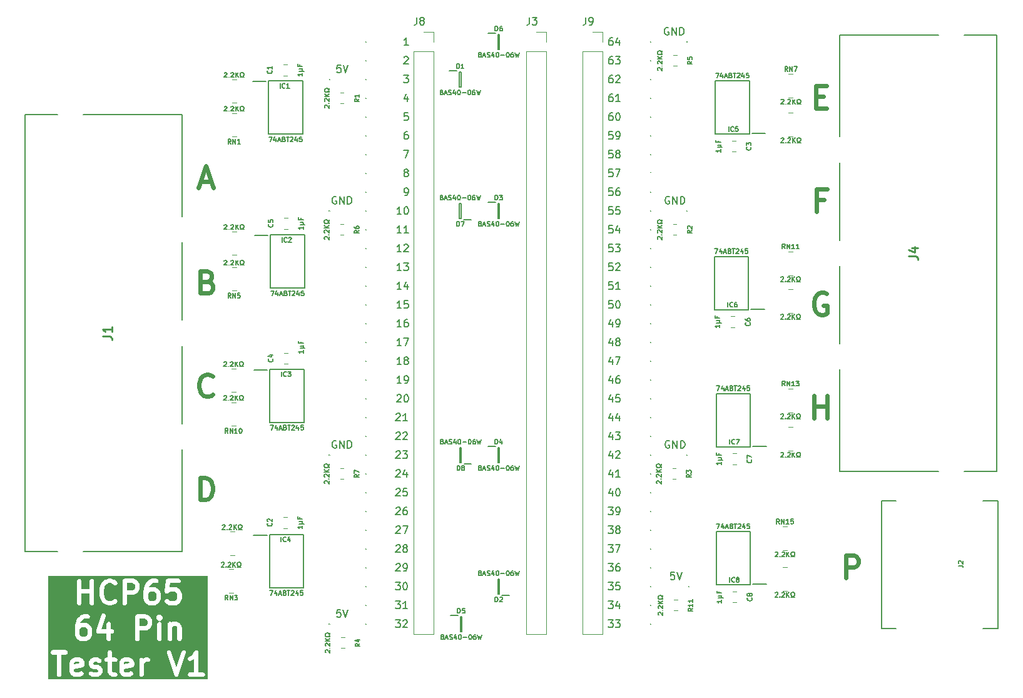
<source format=gto>
%TF.GenerationSoftware,KiCad,Pcbnew,9.0.2*%
%TF.CreationDate,2025-08-22T10:20:50+02:00*%
%TF.ProjectId,HCP65 64 Pin Tester,48435036-3520-4363-9420-50696e205465,V1*%
%TF.SameCoordinates,Original*%
%TF.FileFunction,Legend,Top*%
%TF.FilePolarity,Positive*%
%FSLAX46Y46*%
G04 Gerber Fmt 4.6, Leading zero omitted, Abs format (unit mm)*
G04 Created by KiCad (PCBNEW 9.0.2) date 2025-08-22 10:20:50*
%MOMM*%
%LPD*%
G01*
G04 APERTURE LIST*
%ADD10C,0.150000*%
%ADD11C,0.600000*%
%ADD12C,0.254000*%
%ADD13C,0.100000*%
%ADD14C,0.200000*%
%ADD15C,0.120000*%
G04 APERTURE END LIST*
D10*
X26098523Y-62827819D02*
X25622333Y-62827819D01*
X25622333Y-62827819D02*
X25574714Y-63304009D01*
X25574714Y-63304009D02*
X25622333Y-63256390D01*
X25622333Y-63256390D02*
X25717571Y-63208771D01*
X25717571Y-63208771D02*
X25955666Y-63208771D01*
X25955666Y-63208771D02*
X26050904Y-63256390D01*
X26050904Y-63256390D02*
X26098523Y-63304009D01*
X26098523Y-63304009D02*
X26146142Y-63399247D01*
X26146142Y-63399247D02*
X26146142Y-63637342D01*
X26146142Y-63637342D02*
X26098523Y-63732580D01*
X26098523Y-63732580D02*
X26050904Y-63780200D01*
X26050904Y-63780200D02*
X25955666Y-63827819D01*
X25955666Y-63827819D02*
X25717571Y-63827819D01*
X25717571Y-63827819D02*
X25622333Y-63780200D01*
X25622333Y-63780200D02*
X25574714Y-63732580D01*
X26431857Y-62827819D02*
X26765190Y-63827819D01*
X26765190Y-63827819D02*
X27098523Y-62827819D01*
X62915969Y-13424819D02*
X62439779Y-13424819D01*
X62439779Y-13424819D02*
X62392160Y-13901009D01*
X62392160Y-13901009D02*
X62439779Y-13853390D01*
X62439779Y-13853390D02*
X62535017Y-13805771D01*
X62535017Y-13805771D02*
X62773112Y-13805771D01*
X62773112Y-13805771D02*
X62868350Y-13853390D01*
X62868350Y-13853390D02*
X62915969Y-13901009D01*
X62915969Y-13901009D02*
X62963588Y-13996247D01*
X62963588Y-13996247D02*
X62963588Y-14234342D01*
X62963588Y-14234342D02*
X62915969Y-14329580D01*
X62915969Y-14329580D02*
X62868350Y-14377200D01*
X62868350Y-14377200D02*
X62773112Y-14424819D01*
X62773112Y-14424819D02*
X62535017Y-14424819D01*
X62535017Y-14424819D02*
X62439779Y-14377200D01*
X62439779Y-14377200D02*
X62392160Y-14329580D01*
X63296922Y-13424819D02*
X63915969Y-13424819D01*
X63915969Y-13424819D02*
X63582636Y-13805771D01*
X63582636Y-13805771D02*
X63725493Y-13805771D01*
X63725493Y-13805771D02*
X63820731Y-13853390D01*
X63820731Y-13853390D02*
X63868350Y-13901009D01*
X63868350Y-13901009D02*
X63915969Y-13996247D01*
X63915969Y-13996247D02*
X63915969Y-14234342D01*
X63915969Y-14234342D02*
X63868350Y-14329580D01*
X63868350Y-14329580D02*
X63820731Y-14377200D01*
X63820731Y-14377200D02*
X63725493Y-14424819D01*
X63725493Y-14424819D02*
X63439779Y-14424819D01*
X63439779Y-14424819D02*
X63344541Y-14377200D01*
X63344541Y-14377200D02*
X63296922Y-14329580D01*
X34318458Y-11884819D02*
X33747030Y-11884819D01*
X34032744Y-11884819D02*
X34032744Y-10884819D01*
X34032744Y-10884819D02*
X33937506Y-11027676D01*
X33937506Y-11027676D02*
X33842268Y-11122914D01*
X33842268Y-11122914D02*
X33747030Y-11170533D01*
X35270839Y-11884819D02*
X34699411Y-11884819D01*
X34985125Y-11884819D02*
X34985125Y-10884819D01*
X34985125Y-10884819D02*
X34889887Y-11027676D01*
X34889887Y-11027676D02*
X34794649Y-11122914D01*
X34794649Y-11122914D02*
X34699411Y-11170533D01*
X62915969Y-724819D02*
X62439779Y-724819D01*
X62439779Y-724819D02*
X62392160Y-1201009D01*
X62392160Y-1201009D02*
X62439779Y-1153390D01*
X62439779Y-1153390D02*
X62535017Y-1105771D01*
X62535017Y-1105771D02*
X62773112Y-1105771D01*
X62773112Y-1105771D02*
X62868350Y-1153390D01*
X62868350Y-1153390D02*
X62915969Y-1201009D01*
X62915969Y-1201009D02*
X62963588Y-1296247D01*
X62963588Y-1296247D02*
X62963588Y-1534342D01*
X62963588Y-1534342D02*
X62915969Y-1629580D01*
X62915969Y-1629580D02*
X62868350Y-1677200D01*
X62868350Y-1677200D02*
X62773112Y-1724819D01*
X62773112Y-1724819D02*
X62535017Y-1724819D01*
X62535017Y-1724819D02*
X62439779Y-1677200D01*
X62439779Y-1677200D02*
X62392160Y-1629580D01*
X63535017Y-1153390D02*
X63439779Y-1105771D01*
X63439779Y-1105771D02*
X63392160Y-1058152D01*
X63392160Y-1058152D02*
X63344541Y-962914D01*
X63344541Y-962914D02*
X63344541Y-915295D01*
X63344541Y-915295D02*
X63392160Y-820057D01*
X63392160Y-820057D02*
X63439779Y-772438D01*
X63439779Y-772438D02*
X63535017Y-724819D01*
X63535017Y-724819D02*
X63725493Y-724819D01*
X63725493Y-724819D02*
X63820731Y-772438D01*
X63820731Y-772438D02*
X63868350Y-820057D01*
X63868350Y-820057D02*
X63915969Y-915295D01*
X63915969Y-915295D02*
X63915969Y-962914D01*
X63915969Y-962914D02*
X63868350Y-1058152D01*
X63868350Y-1058152D02*
X63820731Y-1105771D01*
X63820731Y-1105771D02*
X63725493Y-1153390D01*
X63725493Y-1153390D02*
X63535017Y-1153390D01*
X63535017Y-1153390D02*
X63439779Y-1201009D01*
X63439779Y-1201009D02*
X63392160Y-1248628D01*
X63392160Y-1248628D02*
X63344541Y-1343866D01*
X63344541Y-1343866D02*
X63344541Y-1534342D01*
X63344541Y-1534342D02*
X63392160Y-1629580D01*
X63392160Y-1629580D02*
X63439779Y-1677200D01*
X63439779Y-1677200D02*
X63535017Y-1724819D01*
X63535017Y-1724819D02*
X63725493Y-1724819D01*
X63725493Y-1724819D02*
X63820731Y-1677200D01*
X63820731Y-1677200D02*
X63868350Y-1629580D01*
X63868350Y-1629580D02*
X63915969Y-1534342D01*
X63915969Y-1534342D02*
X63915969Y-1343866D01*
X63915969Y-1343866D02*
X63868350Y-1248628D01*
X63868350Y-1248628D02*
X63820731Y-1201009D01*
X63820731Y-1201009D02*
X63725493Y-1153390D01*
X25527095Y-6995438D02*
X25431857Y-6947819D01*
X25431857Y-6947819D02*
X25289000Y-6947819D01*
X25289000Y-6947819D02*
X25146143Y-6995438D01*
X25146143Y-6995438D02*
X25050905Y-7090676D01*
X25050905Y-7090676D02*
X25003286Y-7185914D01*
X25003286Y-7185914D02*
X24955667Y-7376390D01*
X24955667Y-7376390D02*
X24955667Y-7519247D01*
X24955667Y-7519247D02*
X25003286Y-7709723D01*
X25003286Y-7709723D02*
X25050905Y-7804961D01*
X25050905Y-7804961D02*
X25146143Y-7900200D01*
X25146143Y-7900200D02*
X25289000Y-7947819D01*
X25289000Y-7947819D02*
X25384238Y-7947819D01*
X25384238Y-7947819D02*
X25527095Y-7900200D01*
X25527095Y-7900200D02*
X25574714Y-7852580D01*
X25574714Y-7852580D02*
X25574714Y-7519247D01*
X25574714Y-7519247D02*
X25384238Y-7519247D01*
X26003286Y-7947819D02*
X26003286Y-6947819D01*
X26003286Y-6947819D02*
X26574714Y-7947819D01*
X26574714Y-7947819D02*
X26574714Y-6947819D01*
X27050905Y-7947819D02*
X27050905Y-6947819D01*
X27050905Y-6947819D02*
X27289000Y-6947819D01*
X27289000Y-6947819D02*
X27431857Y-6995438D01*
X27431857Y-6995438D02*
X27527095Y-7090676D01*
X27527095Y-7090676D02*
X27574714Y-7185914D01*
X27574714Y-7185914D02*
X27622333Y-7376390D01*
X27622333Y-7376390D02*
X27622333Y-7519247D01*
X27622333Y-7519247D02*
X27574714Y-7709723D01*
X27574714Y-7709723D02*
X27527095Y-7804961D01*
X27527095Y-7804961D02*
X27431857Y-7900200D01*
X27431857Y-7900200D02*
X27289000Y-7947819D01*
X27289000Y-7947819D02*
X27050905Y-7947819D01*
D11*
X91487571Y-7406228D02*
X90487571Y-7406228D01*
X90487571Y-8977657D02*
X90487571Y-5977657D01*
X90487571Y-5977657D02*
X91916143Y-5977657D01*
D10*
X62868350Y-46778152D02*
X62868350Y-47444819D01*
X62630255Y-46397200D02*
X62392160Y-47111485D01*
X62392160Y-47111485D02*
X63011207Y-47111485D01*
X63582636Y-46444819D02*
X63677874Y-46444819D01*
X63677874Y-46444819D02*
X63773112Y-46492438D01*
X63773112Y-46492438D02*
X63820731Y-46540057D01*
X63820731Y-46540057D02*
X63868350Y-46635295D01*
X63868350Y-46635295D02*
X63915969Y-46825771D01*
X63915969Y-46825771D02*
X63915969Y-47063866D01*
X63915969Y-47063866D02*
X63868350Y-47254342D01*
X63868350Y-47254342D02*
X63820731Y-47349580D01*
X63820731Y-47349580D02*
X63773112Y-47397200D01*
X63773112Y-47397200D02*
X63677874Y-47444819D01*
X63677874Y-47444819D02*
X63582636Y-47444819D01*
X63582636Y-47444819D02*
X63487398Y-47397200D01*
X63487398Y-47397200D02*
X63439779Y-47349580D01*
X63439779Y-47349580D02*
X63392160Y-47254342D01*
X63392160Y-47254342D02*
X63344541Y-47063866D01*
X63344541Y-47063866D02*
X63344541Y-46825771D01*
X63344541Y-46825771D02*
X63392160Y-46635295D01*
X63392160Y-46635295D02*
X63439779Y-46540057D01*
X63439779Y-46540057D02*
X63487398Y-46492438D01*
X63487398Y-46492438D02*
X63582636Y-46444819D01*
X62868350Y-26458152D02*
X62868350Y-27124819D01*
X62630255Y-26077200D02*
X62392160Y-26791485D01*
X62392160Y-26791485D02*
X63011207Y-26791485D01*
X63535017Y-26553390D02*
X63439779Y-26505771D01*
X63439779Y-26505771D02*
X63392160Y-26458152D01*
X63392160Y-26458152D02*
X63344541Y-26362914D01*
X63344541Y-26362914D02*
X63344541Y-26315295D01*
X63344541Y-26315295D02*
X63392160Y-26220057D01*
X63392160Y-26220057D02*
X63439779Y-26172438D01*
X63439779Y-26172438D02*
X63535017Y-26124819D01*
X63535017Y-26124819D02*
X63725493Y-26124819D01*
X63725493Y-26124819D02*
X63820731Y-26172438D01*
X63820731Y-26172438D02*
X63868350Y-26220057D01*
X63868350Y-26220057D02*
X63915969Y-26315295D01*
X63915969Y-26315295D02*
X63915969Y-26362914D01*
X63915969Y-26362914D02*
X63868350Y-26458152D01*
X63868350Y-26458152D02*
X63820731Y-26505771D01*
X63820731Y-26505771D02*
X63725493Y-26553390D01*
X63725493Y-26553390D02*
X63535017Y-26553390D01*
X63535017Y-26553390D02*
X63439779Y-26601009D01*
X63439779Y-26601009D02*
X63392160Y-26648628D01*
X63392160Y-26648628D02*
X63344541Y-26743866D01*
X63344541Y-26743866D02*
X63344541Y-26934342D01*
X63344541Y-26934342D02*
X63392160Y-27029580D01*
X63392160Y-27029580D02*
X63439779Y-27077200D01*
X63439779Y-27077200D02*
X63535017Y-27124819D01*
X63535017Y-27124819D02*
X63725493Y-27124819D01*
X63725493Y-27124819D02*
X63820731Y-27077200D01*
X63820731Y-27077200D02*
X63868350Y-27029580D01*
X63868350Y-27029580D02*
X63915969Y-26934342D01*
X63915969Y-26934342D02*
X63915969Y-26743866D01*
X63915969Y-26743866D02*
X63868350Y-26648628D01*
X63868350Y-26648628D02*
X63820731Y-26601009D01*
X63820731Y-26601009D02*
X63725493Y-26553390D01*
X34318458Y-14424819D02*
X33747030Y-14424819D01*
X34032744Y-14424819D02*
X34032744Y-13424819D01*
X34032744Y-13424819D02*
X33937506Y-13567676D01*
X33937506Y-13567676D02*
X33842268Y-13662914D01*
X33842268Y-13662914D02*
X33747030Y-13710533D01*
X34699411Y-13520057D02*
X34747030Y-13472438D01*
X34747030Y-13472438D02*
X34842268Y-13424819D01*
X34842268Y-13424819D02*
X35080363Y-13424819D01*
X35080363Y-13424819D02*
X35175601Y-13472438D01*
X35175601Y-13472438D02*
X35223220Y-13520057D01*
X35223220Y-13520057D02*
X35270839Y-13615295D01*
X35270839Y-13615295D02*
X35270839Y-13710533D01*
X35270839Y-13710533D02*
X35223220Y-13853390D01*
X35223220Y-13853390D02*
X34651792Y-14424819D01*
X34651792Y-14424819D02*
X35270839Y-14424819D01*
X62868350Y6895180D02*
X62677874Y6895180D01*
X62677874Y6895180D02*
X62582636Y6847561D01*
X62582636Y6847561D02*
X62535017Y6799942D01*
X62535017Y6799942D02*
X62439779Y6657085D01*
X62439779Y6657085D02*
X62392160Y6466609D01*
X62392160Y6466609D02*
X62392160Y6085657D01*
X62392160Y6085657D02*
X62439779Y5990419D01*
X62439779Y5990419D02*
X62487398Y5942800D01*
X62487398Y5942800D02*
X62582636Y5895180D01*
X62582636Y5895180D02*
X62773112Y5895180D01*
X62773112Y5895180D02*
X62868350Y5942800D01*
X62868350Y5942800D02*
X62915969Y5990419D01*
X62915969Y5990419D02*
X62963588Y6085657D01*
X62963588Y6085657D02*
X62963588Y6323752D01*
X62963588Y6323752D02*
X62915969Y6418990D01*
X62915969Y6418990D02*
X62868350Y6466609D01*
X62868350Y6466609D02*
X62773112Y6514228D01*
X62773112Y6514228D02*
X62582636Y6514228D01*
X62582636Y6514228D02*
X62487398Y6466609D01*
X62487398Y6466609D02*
X62439779Y6418990D01*
X62439779Y6418990D02*
X62392160Y6323752D01*
X63915969Y5895180D02*
X63344541Y5895180D01*
X63630255Y5895180D02*
X63630255Y6895180D01*
X63630255Y6895180D02*
X63535017Y6752323D01*
X63535017Y6752323D02*
X63439779Y6657085D01*
X63439779Y6657085D02*
X63344541Y6609466D01*
X33620030Y-38920057D02*
X33667649Y-38872438D01*
X33667649Y-38872438D02*
X33762887Y-38824819D01*
X33762887Y-38824819D02*
X34000982Y-38824819D01*
X34000982Y-38824819D02*
X34096220Y-38872438D01*
X34096220Y-38872438D02*
X34143839Y-38920057D01*
X34143839Y-38920057D02*
X34191458Y-39015295D01*
X34191458Y-39015295D02*
X34191458Y-39110533D01*
X34191458Y-39110533D02*
X34143839Y-39253390D01*
X34143839Y-39253390D02*
X33572411Y-39824819D01*
X33572411Y-39824819D02*
X34191458Y-39824819D01*
X34572411Y-38920057D02*
X34620030Y-38872438D01*
X34620030Y-38872438D02*
X34715268Y-38824819D01*
X34715268Y-38824819D02*
X34953363Y-38824819D01*
X34953363Y-38824819D02*
X35048601Y-38872438D01*
X35048601Y-38872438D02*
X35096220Y-38920057D01*
X35096220Y-38920057D02*
X35143839Y-39015295D01*
X35143839Y-39015295D02*
X35143839Y-39110533D01*
X35143839Y-39110533D02*
X35096220Y-39253390D01*
X35096220Y-39253390D02*
X34524792Y-39824819D01*
X34524792Y-39824819D02*
X35143839Y-39824819D01*
D11*
X90416142Y6563771D02*
X91416142Y6563771D01*
X91844714Y4992342D02*
X90416142Y4992342D01*
X90416142Y4992342D02*
X90416142Y7992342D01*
X90416142Y7992342D02*
X91844714Y7992342D01*
X8088285Y-18443557D02*
X8516857Y-18586414D01*
X8516857Y-18586414D02*
X8659714Y-18729271D01*
X8659714Y-18729271D02*
X8802571Y-19014986D01*
X8802571Y-19014986D02*
X8802571Y-19443557D01*
X8802571Y-19443557D02*
X8659714Y-19729271D01*
X8659714Y-19729271D02*
X8516857Y-19872129D01*
X8516857Y-19872129D02*
X8231142Y-20014986D01*
X8231142Y-20014986D02*
X7088285Y-20014986D01*
X7088285Y-20014986D02*
X7088285Y-17014986D01*
X7088285Y-17014986D02*
X8088285Y-17014986D01*
X8088285Y-17014986D02*
X8374000Y-17157843D01*
X8374000Y-17157843D02*
X8516857Y-17300700D01*
X8516857Y-17300700D02*
X8659714Y-17586414D01*
X8659714Y-17586414D02*
X8659714Y-17872129D01*
X8659714Y-17872129D02*
X8516857Y-18157843D01*
X8516857Y-18157843D02*
X8374000Y-18300700D01*
X8374000Y-18300700D02*
X8088285Y-18443557D01*
X8088285Y-18443557D02*
X7088285Y-18443557D01*
D10*
X70485095Y15864561D02*
X70389857Y15912180D01*
X70389857Y15912180D02*
X70247000Y15912180D01*
X70247000Y15912180D02*
X70104143Y15864561D01*
X70104143Y15864561D02*
X70008905Y15769323D01*
X70008905Y15769323D02*
X69961286Y15674085D01*
X69961286Y15674085D02*
X69913667Y15483609D01*
X69913667Y15483609D02*
X69913667Y15340752D01*
X69913667Y15340752D02*
X69961286Y15150276D01*
X69961286Y15150276D02*
X70008905Y15055038D01*
X70008905Y15055038D02*
X70104143Y14959800D01*
X70104143Y14959800D02*
X70247000Y14912180D01*
X70247000Y14912180D02*
X70342238Y14912180D01*
X70342238Y14912180D02*
X70485095Y14959800D01*
X70485095Y14959800D02*
X70532714Y15007419D01*
X70532714Y15007419D02*
X70532714Y15340752D01*
X70532714Y15340752D02*
X70342238Y15340752D01*
X70961286Y14912180D02*
X70961286Y15912180D01*
X70961286Y15912180D02*
X71532714Y14912180D01*
X71532714Y14912180D02*
X71532714Y15912180D01*
X72008905Y14912180D02*
X72008905Y15912180D01*
X72008905Y15912180D02*
X72247000Y15912180D01*
X72247000Y15912180D02*
X72389857Y15864561D01*
X72389857Y15864561D02*
X72485095Y15769323D01*
X72485095Y15769323D02*
X72532714Y15674085D01*
X72532714Y15674085D02*
X72580333Y15483609D01*
X72580333Y15483609D02*
X72580333Y15340752D01*
X72580333Y15340752D02*
X72532714Y15150276D01*
X72532714Y15150276D02*
X72485095Y15055038D01*
X72485095Y15055038D02*
X72389857Y14959800D01*
X72389857Y14959800D02*
X72247000Y14912180D01*
X72247000Y14912180D02*
X72008905Y14912180D01*
X62868350Y-44238152D02*
X62868350Y-44904819D01*
X62630255Y-43857200D02*
X62392160Y-44571485D01*
X62392160Y-44571485D02*
X63011207Y-44571485D01*
X63915969Y-44904819D02*
X63344541Y-44904819D01*
X63630255Y-44904819D02*
X63630255Y-43904819D01*
X63630255Y-43904819D02*
X63535017Y-44047676D01*
X63535017Y-44047676D02*
X63439779Y-44142914D01*
X63439779Y-44142914D02*
X63344541Y-44190533D01*
X26128022Y10832180D02*
X25651832Y10832180D01*
X25651832Y10832180D02*
X25604213Y10355990D01*
X25604213Y10355990D02*
X25651832Y10403609D01*
X25651832Y10403609D02*
X25747070Y10451228D01*
X25747070Y10451228D02*
X25985165Y10451228D01*
X25985165Y10451228D02*
X26080403Y10403609D01*
X26080403Y10403609D02*
X26128022Y10355990D01*
X26128022Y10355990D02*
X26175641Y10260752D01*
X26175641Y10260752D02*
X26175641Y10022657D01*
X26175641Y10022657D02*
X26128022Y9927419D01*
X26128022Y9927419D02*
X26080403Y9879800D01*
X26080403Y9879800D02*
X25985165Y9832180D01*
X25985165Y9832180D02*
X25747070Y9832180D01*
X25747070Y9832180D02*
X25651832Y9879800D01*
X25651832Y9879800D02*
X25604213Y9927419D01*
X26461356Y10832180D02*
X26794689Y9832180D01*
X26794689Y9832180D02*
X27128022Y10832180D01*
X62868350Y-23918152D02*
X62868350Y-24584819D01*
X62630255Y-23537200D02*
X62392160Y-24251485D01*
X62392160Y-24251485D02*
X63011207Y-24251485D01*
X63439779Y-24584819D02*
X63630255Y-24584819D01*
X63630255Y-24584819D02*
X63725493Y-24537200D01*
X63725493Y-24537200D02*
X63773112Y-24489580D01*
X63773112Y-24489580D02*
X63868350Y-24346723D01*
X63868350Y-24346723D02*
X63915969Y-24156247D01*
X63915969Y-24156247D02*
X63915969Y-23775295D01*
X63915969Y-23775295D02*
X63868350Y-23680057D01*
X63868350Y-23680057D02*
X63820731Y-23632438D01*
X63820731Y-23632438D02*
X63725493Y-23584819D01*
X63725493Y-23584819D02*
X63535017Y-23584819D01*
X63535017Y-23584819D02*
X63439779Y-23632438D01*
X63439779Y-23632438D02*
X63392160Y-23680057D01*
X63392160Y-23680057D02*
X63344541Y-23775295D01*
X63344541Y-23775295D02*
X63344541Y-24013390D01*
X63344541Y-24013390D02*
X63392160Y-24108628D01*
X63392160Y-24108628D02*
X63439779Y-24156247D01*
X63439779Y-24156247D02*
X63535017Y-24203866D01*
X63535017Y-24203866D02*
X63725493Y-24203866D01*
X63725493Y-24203866D02*
X63820731Y-24156247D01*
X63820731Y-24156247D02*
X63868350Y-24108628D01*
X63868350Y-24108628D02*
X63915969Y-24013390D01*
X35175601Y1815180D02*
X34985125Y1815180D01*
X34985125Y1815180D02*
X34889887Y1767561D01*
X34889887Y1767561D02*
X34842268Y1719942D01*
X34842268Y1719942D02*
X34747030Y1577085D01*
X34747030Y1577085D02*
X34699411Y1386609D01*
X34699411Y1386609D02*
X34699411Y1005657D01*
X34699411Y1005657D02*
X34747030Y910419D01*
X34747030Y910419D02*
X34794649Y862800D01*
X34794649Y862800D02*
X34889887Y815180D01*
X34889887Y815180D02*
X35080363Y815180D01*
X35080363Y815180D02*
X35175601Y862800D01*
X35175601Y862800D02*
X35223220Y910419D01*
X35223220Y910419D02*
X35270839Y1005657D01*
X35270839Y1005657D02*
X35270839Y1243752D01*
X35270839Y1243752D02*
X35223220Y1338990D01*
X35223220Y1338990D02*
X35175601Y1386609D01*
X35175601Y1386609D02*
X35080363Y1434228D01*
X35080363Y1434228D02*
X34889887Y1434228D01*
X34889887Y1434228D02*
X34794649Y1386609D01*
X34794649Y1386609D02*
X34747030Y1338990D01*
X34747030Y1338990D02*
X34699411Y1243752D01*
X35270839Y13515180D02*
X34699411Y13515180D01*
X34985125Y13515180D02*
X34985125Y14515180D01*
X34985125Y14515180D02*
X34889887Y14372323D01*
X34889887Y14372323D02*
X34794649Y14277085D01*
X34794649Y14277085D02*
X34699411Y14229466D01*
X34318458Y-27124819D02*
X33747030Y-27124819D01*
X34032744Y-27124819D02*
X34032744Y-26124819D01*
X34032744Y-26124819D02*
X33937506Y-26267676D01*
X33937506Y-26267676D02*
X33842268Y-26362914D01*
X33842268Y-26362914D02*
X33747030Y-26410533D01*
X34651792Y-26124819D02*
X35318458Y-26124819D01*
X35318458Y-26124819D02*
X34889887Y-27124819D01*
X33620030Y-56700057D02*
X33667649Y-56652438D01*
X33667649Y-56652438D02*
X33762887Y-56604819D01*
X33762887Y-56604819D02*
X34000982Y-56604819D01*
X34000982Y-56604819D02*
X34096220Y-56652438D01*
X34096220Y-56652438D02*
X34143839Y-56700057D01*
X34143839Y-56700057D02*
X34191458Y-56795295D01*
X34191458Y-56795295D02*
X34191458Y-56890533D01*
X34191458Y-56890533D02*
X34143839Y-57033390D01*
X34143839Y-57033390D02*
X33572411Y-57604819D01*
X33572411Y-57604819D02*
X34191458Y-57604819D01*
X34667649Y-57604819D02*
X34858125Y-57604819D01*
X34858125Y-57604819D02*
X34953363Y-57557200D01*
X34953363Y-57557200D02*
X35000982Y-57509580D01*
X35000982Y-57509580D02*
X35096220Y-57366723D01*
X35096220Y-57366723D02*
X35143839Y-57176247D01*
X35143839Y-57176247D02*
X35143839Y-56795295D01*
X35143839Y-56795295D02*
X35096220Y-56700057D01*
X35096220Y-56700057D02*
X35048601Y-56652438D01*
X35048601Y-56652438D02*
X34953363Y-56604819D01*
X34953363Y-56604819D02*
X34762887Y-56604819D01*
X34762887Y-56604819D02*
X34667649Y-56652438D01*
X34667649Y-56652438D02*
X34620030Y-56700057D01*
X34620030Y-56700057D02*
X34572411Y-56795295D01*
X34572411Y-56795295D02*
X34572411Y-57033390D01*
X34572411Y-57033390D02*
X34620030Y-57128628D01*
X34620030Y-57128628D02*
X34667649Y-57176247D01*
X34667649Y-57176247D02*
X34762887Y-57223866D01*
X34762887Y-57223866D02*
X34953363Y-57223866D01*
X34953363Y-57223866D02*
X35048601Y-57176247D01*
X35048601Y-57176247D02*
X35096220Y-57128628D01*
X35096220Y-57128628D02*
X35143839Y-57033390D01*
D11*
X90201857Y-36917657D02*
X90201857Y-33917657D01*
X90201857Y-35346228D02*
X91916143Y-35346228D01*
X91916143Y-36917657D02*
X91916143Y-33917657D01*
D10*
X34889887Y-3693390D02*
X34794649Y-3645771D01*
X34794649Y-3645771D02*
X34747030Y-3598152D01*
X34747030Y-3598152D02*
X34699411Y-3502914D01*
X34699411Y-3502914D02*
X34699411Y-3455295D01*
X34699411Y-3455295D02*
X34747030Y-3360057D01*
X34747030Y-3360057D02*
X34794649Y-3312438D01*
X34794649Y-3312438D02*
X34889887Y-3264819D01*
X34889887Y-3264819D02*
X35080363Y-3264819D01*
X35080363Y-3264819D02*
X35175601Y-3312438D01*
X35175601Y-3312438D02*
X35223220Y-3360057D01*
X35223220Y-3360057D02*
X35270839Y-3455295D01*
X35270839Y-3455295D02*
X35270839Y-3502914D01*
X35270839Y-3502914D02*
X35223220Y-3598152D01*
X35223220Y-3598152D02*
X35175601Y-3645771D01*
X35175601Y-3645771D02*
X35080363Y-3693390D01*
X35080363Y-3693390D02*
X34889887Y-3693390D01*
X34889887Y-3693390D02*
X34794649Y-3741009D01*
X34794649Y-3741009D02*
X34747030Y-3788628D01*
X34747030Y-3788628D02*
X34699411Y-3883866D01*
X34699411Y-3883866D02*
X34699411Y-4074342D01*
X34699411Y-4074342D02*
X34747030Y-4169580D01*
X34747030Y-4169580D02*
X34794649Y-4217200D01*
X34794649Y-4217200D02*
X34889887Y-4264819D01*
X34889887Y-4264819D02*
X35080363Y-4264819D01*
X35080363Y-4264819D02*
X35175601Y-4217200D01*
X35175601Y-4217200D02*
X35223220Y-4169580D01*
X35223220Y-4169580D02*
X35270839Y-4074342D01*
X35270839Y-4074342D02*
X35270839Y-3883866D01*
X35270839Y-3883866D02*
X35223220Y-3788628D01*
X35223220Y-3788628D02*
X35175601Y-3741009D01*
X35175601Y-3741009D02*
X35080363Y-3693390D01*
X62915969Y-8344819D02*
X62439779Y-8344819D01*
X62439779Y-8344819D02*
X62392160Y-8821009D01*
X62392160Y-8821009D02*
X62439779Y-8773390D01*
X62439779Y-8773390D02*
X62535017Y-8725771D01*
X62535017Y-8725771D02*
X62773112Y-8725771D01*
X62773112Y-8725771D02*
X62868350Y-8773390D01*
X62868350Y-8773390D02*
X62915969Y-8821009D01*
X62915969Y-8821009D02*
X62963588Y-8916247D01*
X62963588Y-8916247D02*
X62963588Y-9154342D01*
X62963588Y-9154342D02*
X62915969Y-9249580D01*
X62915969Y-9249580D02*
X62868350Y-9297200D01*
X62868350Y-9297200D02*
X62773112Y-9344819D01*
X62773112Y-9344819D02*
X62535017Y-9344819D01*
X62535017Y-9344819D02*
X62439779Y-9297200D01*
X62439779Y-9297200D02*
X62392160Y-9249580D01*
X63868350Y-8344819D02*
X63392160Y-8344819D01*
X63392160Y-8344819D02*
X63344541Y-8821009D01*
X63344541Y-8821009D02*
X63392160Y-8773390D01*
X63392160Y-8773390D02*
X63487398Y-8725771D01*
X63487398Y-8725771D02*
X63725493Y-8725771D01*
X63725493Y-8725771D02*
X63820731Y-8773390D01*
X63820731Y-8773390D02*
X63868350Y-8821009D01*
X63868350Y-8821009D02*
X63915969Y-8916247D01*
X63915969Y-8916247D02*
X63915969Y-9154342D01*
X63915969Y-9154342D02*
X63868350Y-9249580D01*
X63868350Y-9249580D02*
X63820731Y-9297200D01*
X63820731Y-9297200D02*
X63725493Y-9344819D01*
X63725493Y-9344819D02*
X63487398Y-9344819D01*
X63487398Y-9344819D02*
X63392160Y-9297200D01*
X63392160Y-9297200D02*
X63344541Y-9249580D01*
X34699411Y11879942D02*
X34747030Y11927561D01*
X34747030Y11927561D02*
X34842268Y11975180D01*
X34842268Y11975180D02*
X35080363Y11975180D01*
X35080363Y11975180D02*
X35175601Y11927561D01*
X35175601Y11927561D02*
X35223220Y11879942D01*
X35223220Y11879942D02*
X35270839Y11784704D01*
X35270839Y11784704D02*
X35270839Y11689466D01*
X35270839Y11689466D02*
X35223220Y11546609D01*
X35223220Y11546609D02*
X34651792Y10975180D01*
X34651792Y10975180D02*
X35270839Y10975180D01*
X33620030Y-44000057D02*
X33667649Y-43952438D01*
X33667649Y-43952438D02*
X33762887Y-43904819D01*
X33762887Y-43904819D02*
X34000982Y-43904819D01*
X34000982Y-43904819D02*
X34096220Y-43952438D01*
X34096220Y-43952438D02*
X34143839Y-44000057D01*
X34143839Y-44000057D02*
X34191458Y-44095295D01*
X34191458Y-44095295D02*
X34191458Y-44190533D01*
X34191458Y-44190533D02*
X34143839Y-44333390D01*
X34143839Y-44333390D02*
X33572411Y-44904819D01*
X33572411Y-44904819D02*
X34191458Y-44904819D01*
X35048601Y-44238152D02*
X35048601Y-44904819D01*
X34810506Y-43857200D02*
X34572411Y-44571485D01*
X34572411Y-44571485D02*
X35191458Y-44571485D01*
X62915969Y-5804819D02*
X62439779Y-5804819D01*
X62439779Y-5804819D02*
X62392160Y-6281009D01*
X62392160Y-6281009D02*
X62439779Y-6233390D01*
X62439779Y-6233390D02*
X62535017Y-6185771D01*
X62535017Y-6185771D02*
X62773112Y-6185771D01*
X62773112Y-6185771D02*
X62868350Y-6233390D01*
X62868350Y-6233390D02*
X62915969Y-6281009D01*
X62915969Y-6281009D02*
X62963588Y-6376247D01*
X62963588Y-6376247D02*
X62963588Y-6614342D01*
X62963588Y-6614342D02*
X62915969Y-6709580D01*
X62915969Y-6709580D02*
X62868350Y-6757200D01*
X62868350Y-6757200D02*
X62773112Y-6804819D01*
X62773112Y-6804819D02*
X62535017Y-6804819D01*
X62535017Y-6804819D02*
X62439779Y-6757200D01*
X62439779Y-6757200D02*
X62392160Y-6709580D01*
X63820731Y-5804819D02*
X63630255Y-5804819D01*
X63630255Y-5804819D02*
X63535017Y-5852438D01*
X63535017Y-5852438D02*
X63487398Y-5900057D01*
X63487398Y-5900057D02*
X63392160Y-6042914D01*
X63392160Y-6042914D02*
X63344541Y-6233390D01*
X63344541Y-6233390D02*
X63344541Y-6614342D01*
X63344541Y-6614342D02*
X63392160Y-6709580D01*
X63392160Y-6709580D02*
X63439779Y-6757200D01*
X63439779Y-6757200D02*
X63535017Y-6804819D01*
X63535017Y-6804819D02*
X63725493Y-6804819D01*
X63725493Y-6804819D02*
X63820731Y-6757200D01*
X63820731Y-6757200D02*
X63868350Y-6709580D01*
X63868350Y-6709580D02*
X63915969Y-6614342D01*
X63915969Y-6614342D02*
X63915969Y-6376247D01*
X63915969Y-6376247D02*
X63868350Y-6281009D01*
X63868350Y-6281009D02*
X63820731Y-6233390D01*
X63820731Y-6233390D02*
X63725493Y-6185771D01*
X63725493Y-6185771D02*
X63535017Y-6185771D01*
X63535017Y-6185771D02*
X63439779Y-6233390D01*
X63439779Y-6233390D02*
X63392160Y-6281009D01*
X63392160Y-6281009D02*
X63344541Y-6376247D01*
D11*
X94464285Y-58506657D02*
X94464285Y-55506657D01*
X94464285Y-55506657D02*
X95607142Y-55506657D01*
X95607142Y-55506657D02*
X95892857Y-55649514D01*
X95892857Y-55649514D02*
X96035714Y-55792371D01*
X96035714Y-55792371D02*
X96178571Y-56078085D01*
X96178571Y-56078085D02*
X96178571Y-56506657D01*
X96178571Y-56506657D02*
X96035714Y-56792371D01*
X96035714Y-56792371D02*
X95892857Y-56935228D01*
X95892857Y-56935228D02*
X95607142Y-57078085D01*
X95607142Y-57078085D02*
X94464285Y-57078085D01*
D10*
X62868350Y4355180D02*
X62677874Y4355180D01*
X62677874Y4355180D02*
X62582636Y4307561D01*
X62582636Y4307561D02*
X62535017Y4259942D01*
X62535017Y4259942D02*
X62439779Y4117085D01*
X62439779Y4117085D02*
X62392160Y3926609D01*
X62392160Y3926609D02*
X62392160Y3545657D01*
X62392160Y3545657D02*
X62439779Y3450419D01*
X62439779Y3450419D02*
X62487398Y3402800D01*
X62487398Y3402800D02*
X62582636Y3355180D01*
X62582636Y3355180D02*
X62773112Y3355180D01*
X62773112Y3355180D02*
X62868350Y3402800D01*
X62868350Y3402800D02*
X62915969Y3450419D01*
X62915969Y3450419D02*
X62963588Y3545657D01*
X62963588Y3545657D02*
X62963588Y3783752D01*
X62963588Y3783752D02*
X62915969Y3878990D01*
X62915969Y3878990D02*
X62868350Y3926609D01*
X62868350Y3926609D02*
X62773112Y3974228D01*
X62773112Y3974228D02*
X62582636Y3974228D01*
X62582636Y3974228D02*
X62487398Y3926609D01*
X62487398Y3926609D02*
X62439779Y3878990D01*
X62439779Y3878990D02*
X62392160Y3783752D01*
X63582636Y4355180D02*
X63677874Y4355180D01*
X63677874Y4355180D02*
X63773112Y4307561D01*
X63773112Y4307561D02*
X63820731Y4259942D01*
X63820731Y4259942D02*
X63868350Y4164704D01*
X63868350Y4164704D02*
X63915969Y3974228D01*
X63915969Y3974228D02*
X63915969Y3736133D01*
X63915969Y3736133D02*
X63868350Y3545657D01*
X63868350Y3545657D02*
X63820731Y3450419D01*
X63820731Y3450419D02*
X63773112Y3402800D01*
X63773112Y3402800D02*
X63677874Y3355180D01*
X63677874Y3355180D02*
X63582636Y3355180D01*
X63582636Y3355180D02*
X63487398Y3402800D01*
X63487398Y3402800D02*
X63439779Y3450419D01*
X63439779Y3450419D02*
X63392160Y3545657D01*
X63392160Y3545657D02*
X63344541Y3736133D01*
X63344541Y3736133D02*
X63344541Y3974228D01*
X63344541Y3974228D02*
X63392160Y4164704D01*
X63392160Y4164704D02*
X63439779Y4259942D01*
X63439779Y4259942D02*
X63487398Y4307561D01*
X63487398Y4307561D02*
X63582636Y4355180D01*
X34318458Y-32204819D02*
X33747030Y-32204819D01*
X34032744Y-32204819D02*
X34032744Y-31204819D01*
X34032744Y-31204819D02*
X33937506Y-31347676D01*
X33937506Y-31347676D02*
X33842268Y-31442914D01*
X33842268Y-31442914D02*
X33747030Y-31490533D01*
X34794649Y-32204819D02*
X34985125Y-32204819D01*
X34985125Y-32204819D02*
X35080363Y-32157200D01*
X35080363Y-32157200D02*
X35127982Y-32109580D01*
X35127982Y-32109580D02*
X35223220Y-31966723D01*
X35223220Y-31966723D02*
X35270839Y-31776247D01*
X35270839Y-31776247D02*
X35270839Y-31395295D01*
X35270839Y-31395295D02*
X35223220Y-31300057D01*
X35223220Y-31300057D02*
X35175601Y-31252438D01*
X35175601Y-31252438D02*
X35080363Y-31204819D01*
X35080363Y-31204819D02*
X34889887Y-31204819D01*
X34889887Y-31204819D02*
X34794649Y-31252438D01*
X34794649Y-31252438D02*
X34747030Y-31300057D01*
X34747030Y-31300057D02*
X34699411Y-31395295D01*
X34699411Y-31395295D02*
X34699411Y-31633390D01*
X34699411Y-31633390D02*
X34747030Y-31728628D01*
X34747030Y-31728628D02*
X34794649Y-31776247D01*
X34794649Y-31776247D02*
X34889887Y-31823866D01*
X34889887Y-31823866D02*
X35080363Y-31823866D01*
X35080363Y-31823866D02*
X35175601Y-31776247D01*
X35175601Y-31776247D02*
X35223220Y-31728628D01*
X35223220Y-31728628D02*
X35270839Y-31633390D01*
X62868350Y-34078152D02*
X62868350Y-34744819D01*
X62630255Y-33697200D02*
X62392160Y-34411485D01*
X62392160Y-34411485D02*
X63011207Y-34411485D01*
X63868350Y-33744819D02*
X63392160Y-33744819D01*
X63392160Y-33744819D02*
X63344541Y-34221009D01*
X63344541Y-34221009D02*
X63392160Y-34173390D01*
X63392160Y-34173390D02*
X63487398Y-34125771D01*
X63487398Y-34125771D02*
X63725493Y-34125771D01*
X63725493Y-34125771D02*
X63820731Y-34173390D01*
X63820731Y-34173390D02*
X63868350Y-34221009D01*
X63868350Y-34221009D02*
X63915969Y-34316247D01*
X63915969Y-34316247D02*
X63915969Y-34554342D01*
X63915969Y-34554342D02*
X63868350Y-34649580D01*
X63868350Y-34649580D02*
X63820731Y-34697200D01*
X63820731Y-34697200D02*
X63725493Y-34744819D01*
X63725493Y-34744819D02*
X63487398Y-34744819D01*
X63487398Y-34744819D02*
X63392160Y-34697200D01*
X63392160Y-34697200D02*
X63344541Y-34649580D01*
D11*
X7088285Y-47954986D02*
X7088285Y-44954986D01*
X7088285Y-44954986D02*
X7802571Y-44954986D01*
X7802571Y-44954986D02*
X8231142Y-45097843D01*
X8231142Y-45097843D02*
X8516857Y-45383557D01*
X8516857Y-45383557D02*
X8659714Y-45669271D01*
X8659714Y-45669271D02*
X8802571Y-46240700D01*
X8802571Y-46240700D02*
X8802571Y-46669271D01*
X8802571Y-46669271D02*
X8659714Y-47240700D01*
X8659714Y-47240700D02*
X8516857Y-47526414D01*
X8516857Y-47526414D02*
X8231142Y-47812129D01*
X8231142Y-47812129D02*
X7802571Y-47954986D01*
X7802571Y-47954986D02*
X7088285Y-47954986D01*
D10*
X34318458Y-24584819D02*
X33747030Y-24584819D01*
X34032744Y-24584819D02*
X34032744Y-23584819D01*
X34032744Y-23584819D02*
X33937506Y-23727676D01*
X33937506Y-23727676D02*
X33842268Y-23822914D01*
X33842268Y-23822914D02*
X33747030Y-23870533D01*
X35175601Y-23584819D02*
X34985125Y-23584819D01*
X34985125Y-23584819D02*
X34889887Y-23632438D01*
X34889887Y-23632438D02*
X34842268Y-23680057D01*
X34842268Y-23680057D02*
X34747030Y-23822914D01*
X34747030Y-23822914D02*
X34699411Y-24013390D01*
X34699411Y-24013390D02*
X34699411Y-24394342D01*
X34699411Y-24394342D02*
X34747030Y-24489580D01*
X34747030Y-24489580D02*
X34794649Y-24537200D01*
X34794649Y-24537200D02*
X34889887Y-24584819D01*
X34889887Y-24584819D02*
X35080363Y-24584819D01*
X35080363Y-24584819D02*
X35175601Y-24537200D01*
X35175601Y-24537200D02*
X35223220Y-24489580D01*
X35223220Y-24489580D02*
X35270839Y-24394342D01*
X35270839Y-24394342D02*
X35270839Y-24156247D01*
X35270839Y-24156247D02*
X35223220Y-24061009D01*
X35223220Y-24061009D02*
X35175601Y-24013390D01*
X35175601Y-24013390D02*
X35080363Y-23965771D01*
X35080363Y-23965771D02*
X34889887Y-23965771D01*
X34889887Y-23965771D02*
X34794649Y-24013390D01*
X34794649Y-24013390D02*
X34747030Y-24061009D01*
X34747030Y-24061009D02*
X34699411Y-24156247D01*
X33620030Y-49080057D02*
X33667649Y-49032438D01*
X33667649Y-49032438D02*
X33762887Y-48984819D01*
X33762887Y-48984819D02*
X34000982Y-48984819D01*
X34000982Y-48984819D02*
X34096220Y-49032438D01*
X34096220Y-49032438D02*
X34143839Y-49080057D01*
X34143839Y-49080057D02*
X34191458Y-49175295D01*
X34191458Y-49175295D02*
X34191458Y-49270533D01*
X34191458Y-49270533D02*
X34143839Y-49413390D01*
X34143839Y-49413390D02*
X33572411Y-49984819D01*
X33572411Y-49984819D02*
X34191458Y-49984819D01*
X35048601Y-48984819D02*
X34858125Y-48984819D01*
X34858125Y-48984819D02*
X34762887Y-49032438D01*
X34762887Y-49032438D02*
X34715268Y-49080057D01*
X34715268Y-49080057D02*
X34620030Y-49222914D01*
X34620030Y-49222914D02*
X34572411Y-49413390D01*
X34572411Y-49413390D02*
X34572411Y-49794342D01*
X34572411Y-49794342D02*
X34620030Y-49889580D01*
X34620030Y-49889580D02*
X34667649Y-49937200D01*
X34667649Y-49937200D02*
X34762887Y-49984819D01*
X34762887Y-49984819D02*
X34953363Y-49984819D01*
X34953363Y-49984819D02*
X35048601Y-49937200D01*
X35048601Y-49937200D02*
X35096220Y-49889580D01*
X35096220Y-49889580D02*
X35143839Y-49794342D01*
X35143839Y-49794342D02*
X35143839Y-49556247D01*
X35143839Y-49556247D02*
X35096220Y-49461009D01*
X35096220Y-49461009D02*
X35048601Y-49413390D01*
X35048601Y-49413390D02*
X34953363Y-49365771D01*
X34953363Y-49365771D02*
X34762887Y-49365771D01*
X34762887Y-49365771D02*
X34667649Y-49413390D01*
X34667649Y-49413390D02*
X34620030Y-49461009D01*
X34620030Y-49461009D02*
X34572411Y-49556247D01*
X62868350Y-41698152D02*
X62868350Y-42364819D01*
X62630255Y-41317200D02*
X62392160Y-42031485D01*
X62392160Y-42031485D02*
X63011207Y-42031485D01*
X63344541Y-41460057D02*
X63392160Y-41412438D01*
X63392160Y-41412438D02*
X63487398Y-41364819D01*
X63487398Y-41364819D02*
X63725493Y-41364819D01*
X63725493Y-41364819D02*
X63820731Y-41412438D01*
X63820731Y-41412438D02*
X63868350Y-41460057D01*
X63868350Y-41460057D02*
X63915969Y-41555295D01*
X63915969Y-41555295D02*
X63915969Y-41650533D01*
X63915969Y-41650533D02*
X63868350Y-41793390D01*
X63868350Y-41793390D02*
X63296922Y-42364819D01*
X63296922Y-42364819D02*
X63915969Y-42364819D01*
X62868350Y-28998152D02*
X62868350Y-29664819D01*
X62630255Y-28617200D02*
X62392160Y-29331485D01*
X62392160Y-29331485D02*
X63011207Y-29331485D01*
X63296922Y-28664819D02*
X63963588Y-28664819D01*
X63963588Y-28664819D02*
X63535017Y-29664819D01*
X34318458Y-16964819D02*
X33747030Y-16964819D01*
X34032744Y-16964819D02*
X34032744Y-15964819D01*
X34032744Y-15964819D02*
X33937506Y-16107676D01*
X33937506Y-16107676D02*
X33842268Y-16202914D01*
X33842268Y-16202914D02*
X33747030Y-16250533D01*
X34651792Y-15964819D02*
X35270839Y-15964819D01*
X35270839Y-15964819D02*
X34937506Y-16345771D01*
X34937506Y-16345771D02*
X35080363Y-16345771D01*
X35080363Y-16345771D02*
X35175601Y-16393390D01*
X35175601Y-16393390D02*
X35223220Y-16441009D01*
X35223220Y-16441009D02*
X35270839Y-16536247D01*
X35270839Y-16536247D02*
X35270839Y-16774342D01*
X35270839Y-16774342D02*
X35223220Y-16869580D01*
X35223220Y-16869580D02*
X35175601Y-16917200D01*
X35175601Y-16917200D02*
X35080363Y-16964819D01*
X35080363Y-16964819D02*
X34794649Y-16964819D01*
X34794649Y-16964819D02*
X34699411Y-16917200D01*
X34699411Y-16917200D02*
X34651792Y-16869580D01*
X62868350Y-39158152D02*
X62868350Y-39824819D01*
X62630255Y-38777200D02*
X62392160Y-39491485D01*
X62392160Y-39491485D02*
X63011207Y-39491485D01*
X63296922Y-38824819D02*
X63915969Y-38824819D01*
X63915969Y-38824819D02*
X63582636Y-39205771D01*
X63582636Y-39205771D02*
X63725493Y-39205771D01*
X63725493Y-39205771D02*
X63820731Y-39253390D01*
X63820731Y-39253390D02*
X63868350Y-39301009D01*
X63868350Y-39301009D02*
X63915969Y-39396247D01*
X63915969Y-39396247D02*
X63915969Y-39634342D01*
X63915969Y-39634342D02*
X63868350Y-39729580D01*
X63868350Y-39729580D02*
X63820731Y-39777200D01*
X63820731Y-39777200D02*
X63725493Y-39824819D01*
X63725493Y-39824819D02*
X63439779Y-39824819D01*
X63439779Y-39824819D02*
X63344541Y-39777200D01*
X63344541Y-39777200D02*
X63296922Y-39729580D01*
X34651792Y-724819D02*
X35318458Y-724819D01*
X35318458Y-724819D02*
X34889887Y-1724819D01*
X33572411Y-64224819D02*
X34191458Y-64224819D01*
X34191458Y-64224819D02*
X33858125Y-64605771D01*
X33858125Y-64605771D02*
X34000982Y-64605771D01*
X34000982Y-64605771D02*
X34096220Y-64653390D01*
X34096220Y-64653390D02*
X34143839Y-64701009D01*
X34143839Y-64701009D02*
X34191458Y-64796247D01*
X34191458Y-64796247D02*
X34191458Y-65034342D01*
X34191458Y-65034342D02*
X34143839Y-65129580D01*
X34143839Y-65129580D02*
X34096220Y-65177200D01*
X34096220Y-65177200D02*
X34000982Y-65224819D01*
X34000982Y-65224819D02*
X33715268Y-65224819D01*
X33715268Y-65224819D02*
X33620030Y-65177200D01*
X33620030Y-65177200D02*
X33572411Y-65129580D01*
X34572411Y-64320057D02*
X34620030Y-64272438D01*
X34620030Y-64272438D02*
X34715268Y-64224819D01*
X34715268Y-64224819D02*
X34953363Y-64224819D01*
X34953363Y-64224819D02*
X35048601Y-64272438D01*
X35048601Y-64272438D02*
X35096220Y-64320057D01*
X35096220Y-64320057D02*
X35143839Y-64415295D01*
X35143839Y-64415295D02*
X35143839Y-64510533D01*
X35143839Y-64510533D02*
X35096220Y-64653390D01*
X35096220Y-64653390D02*
X34524792Y-65224819D01*
X34524792Y-65224819D02*
X35143839Y-65224819D01*
X71281024Y-57747819D02*
X70804834Y-57747819D01*
X70804834Y-57747819D02*
X70757215Y-58224009D01*
X70757215Y-58224009D02*
X70804834Y-58176390D01*
X70804834Y-58176390D02*
X70900072Y-58128771D01*
X70900072Y-58128771D02*
X71138167Y-58128771D01*
X71138167Y-58128771D02*
X71233405Y-58176390D01*
X71233405Y-58176390D02*
X71281024Y-58224009D01*
X71281024Y-58224009D02*
X71328643Y-58319247D01*
X71328643Y-58319247D02*
X71328643Y-58557342D01*
X71328643Y-58557342D02*
X71281024Y-58652580D01*
X71281024Y-58652580D02*
X71233405Y-58700200D01*
X71233405Y-58700200D02*
X71138167Y-58747819D01*
X71138167Y-58747819D02*
X70900072Y-58747819D01*
X70900072Y-58747819D02*
X70804834Y-58700200D01*
X70804834Y-58700200D02*
X70757215Y-58652580D01*
X71614358Y-57747819D02*
X71947691Y-58747819D01*
X71947691Y-58747819D02*
X72281024Y-57747819D01*
X33620030Y-36380057D02*
X33667649Y-36332438D01*
X33667649Y-36332438D02*
X33762887Y-36284819D01*
X33762887Y-36284819D02*
X34000982Y-36284819D01*
X34000982Y-36284819D02*
X34096220Y-36332438D01*
X34096220Y-36332438D02*
X34143839Y-36380057D01*
X34143839Y-36380057D02*
X34191458Y-36475295D01*
X34191458Y-36475295D02*
X34191458Y-36570533D01*
X34191458Y-36570533D02*
X34143839Y-36713390D01*
X34143839Y-36713390D02*
X33572411Y-37284819D01*
X33572411Y-37284819D02*
X34191458Y-37284819D01*
X35143839Y-37284819D02*
X34572411Y-37284819D01*
X34858125Y-37284819D02*
X34858125Y-36284819D01*
X34858125Y-36284819D02*
X34762887Y-36427676D01*
X34762887Y-36427676D02*
X34667649Y-36522914D01*
X34667649Y-36522914D02*
X34572411Y-36570533D01*
X62868350Y-31538152D02*
X62868350Y-32204819D01*
X62630255Y-31157200D02*
X62392160Y-31871485D01*
X62392160Y-31871485D02*
X63011207Y-31871485D01*
X63820731Y-31204819D02*
X63630255Y-31204819D01*
X63630255Y-31204819D02*
X63535017Y-31252438D01*
X63535017Y-31252438D02*
X63487398Y-31300057D01*
X63487398Y-31300057D02*
X63392160Y-31442914D01*
X63392160Y-31442914D02*
X63344541Y-31633390D01*
X63344541Y-31633390D02*
X63344541Y-32014342D01*
X63344541Y-32014342D02*
X63392160Y-32109580D01*
X63392160Y-32109580D02*
X63439779Y-32157200D01*
X63439779Y-32157200D02*
X63535017Y-32204819D01*
X63535017Y-32204819D02*
X63725493Y-32204819D01*
X63725493Y-32204819D02*
X63820731Y-32157200D01*
X63820731Y-32157200D02*
X63868350Y-32109580D01*
X63868350Y-32109580D02*
X63915969Y-32014342D01*
X63915969Y-32014342D02*
X63915969Y-31776247D01*
X63915969Y-31776247D02*
X63868350Y-31681009D01*
X63868350Y-31681009D02*
X63820731Y-31633390D01*
X63820731Y-31633390D02*
X63725493Y-31585771D01*
X63725493Y-31585771D02*
X63535017Y-31585771D01*
X63535017Y-31585771D02*
X63439779Y-31633390D01*
X63439779Y-31633390D02*
X63392160Y-31681009D01*
X63392160Y-31681009D02*
X63344541Y-31776247D01*
X33572411Y-61684819D02*
X34191458Y-61684819D01*
X34191458Y-61684819D02*
X33858125Y-62065771D01*
X33858125Y-62065771D02*
X34000982Y-62065771D01*
X34000982Y-62065771D02*
X34096220Y-62113390D01*
X34096220Y-62113390D02*
X34143839Y-62161009D01*
X34143839Y-62161009D02*
X34191458Y-62256247D01*
X34191458Y-62256247D02*
X34191458Y-62494342D01*
X34191458Y-62494342D02*
X34143839Y-62589580D01*
X34143839Y-62589580D02*
X34096220Y-62637200D01*
X34096220Y-62637200D02*
X34000982Y-62684819D01*
X34000982Y-62684819D02*
X33715268Y-62684819D01*
X33715268Y-62684819D02*
X33620030Y-62637200D01*
X33620030Y-62637200D02*
X33572411Y-62589580D01*
X35143839Y-62684819D02*
X34572411Y-62684819D01*
X34858125Y-62684819D02*
X34858125Y-61684819D01*
X34858125Y-61684819D02*
X34762887Y-61827676D01*
X34762887Y-61827676D02*
X34667649Y-61922914D01*
X34667649Y-61922914D02*
X34572411Y-61970533D01*
X62868350Y-36618152D02*
X62868350Y-37284819D01*
X62630255Y-36237200D02*
X62392160Y-36951485D01*
X62392160Y-36951485D02*
X63011207Y-36951485D01*
X63820731Y-36618152D02*
X63820731Y-37284819D01*
X63582636Y-36237200D02*
X63344541Y-36951485D01*
X63344541Y-36951485D02*
X63963588Y-36951485D01*
X25527095Y-40015438D02*
X25431857Y-39967819D01*
X25431857Y-39967819D02*
X25289000Y-39967819D01*
X25289000Y-39967819D02*
X25146143Y-40015438D01*
X25146143Y-40015438D02*
X25050905Y-40110676D01*
X25050905Y-40110676D02*
X25003286Y-40205914D01*
X25003286Y-40205914D02*
X24955667Y-40396390D01*
X24955667Y-40396390D02*
X24955667Y-40539247D01*
X24955667Y-40539247D02*
X25003286Y-40729723D01*
X25003286Y-40729723D02*
X25050905Y-40824961D01*
X25050905Y-40824961D02*
X25146143Y-40920200D01*
X25146143Y-40920200D02*
X25289000Y-40967819D01*
X25289000Y-40967819D02*
X25384238Y-40967819D01*
X25384238Y-40967819D02*
X25527095Y-40920200D01*
X25527095Y-40920200D02*
X25574714Y-40872580D01*
X25574714Y-40872580D02*
X25574714Y-40539247D01*
X25574714Y-40539247D02*
X25384238Y-40539247D01*
X26003286Y-40967819D02*
X26003286Y-39967819D01*
X26003286Y-39967819D02*
X26574714Y-40967819D01*
X26574714Y-40967819D02*
X26574714Y-39967819D01*
X27050905Y-40967819D02*
X27050905Y-39967819D01*
X27050905Y-39967819D02*
X27289000Y-39967819D01*
X27289000Y-39967819D02*
X27431857Y-40015438D01*
X27431857Y-40015438D02*
X27527095Y-40110676D01*
X27527095Y-40110676D02*
X27574714Y-40205914D01*
X27574714Y-40205914D02*
X27622333Y-40396390D01*
X27622333Y-40396390D02*
X27622333Y-40539247D01*
X27622333Y-40539247D02*
X27574714Y-40729723D01*
X27574714Y-40729723D02*
X27527095Y-40824961D01*
X27527095Y-40824961D02*
X27431857Y-40920200D01*
X27431857Y-40920200D02*
X27289000Y-40967819D01*
X27289000Y-40967819D02*
X27050905Y-40967819D01*
X34318458Y-19504819D02*
X33747030Y-19504819D01*
X34032744Y-19504819D02*
X34032744Y-18504819D01*
X34032744Y-18504819D02*
X33937506Y-18647676D01*
X33937506Y-18647676D02*
X33842268Y-18742914D01*
X33842268Y-18742914D02*
X33747030Y-18790533D01*
X35175601Y-18838152D02*
X35175601Y-19504819D01*
X34937506Y-18457200D02*
X34699411Y-19171485D01*
X34699411Y-19171485D02*
X35318458Y-19171485D01*
X62344541Y-64224819D02*
X62963588Y-64224819D01*
X62963588Y-64224819D02*
X62630255Y-64605771D01*
X62630255Y-64605771D02*
X62773112Y-64605771D01*
X62773112Y-64605771D02*
X62868350Y-64653390D01*
X62868350Y-64653390D02*
X62915969Y-64701009D01*
X62915969Y-64701009D02*
X62963588Y-64796247D01*
X62963588Y-64796247D02*
X62963588Y-65034342D01*
X62963588Y-65034342D02*
X62915969Y-65129580D01*
X62915969Y-65129580D02*
X62868350Y-65177200D01*
X62868350Y-65177200D02*
X62773112Y-65224819D01*
X62773112Y-65224819D02*
X62487398Y-65224819D01*
X62487398Y-65224819D02*
X62392160Y-65177200D01*
X62392160Y-65177200D02*
X62344541Y-65129580D01*
X63296922Y-64224819D02*
X63915969Y-64224819D01*
X63915969Y-64224819D02*
X63582636Y-64605771D01*
X63582636Y-64605771D02*
X63725493Y-64605771D01*
X63725493Y-64605771D02*
X63820731Y-64653390D01*
X63820731Y-64653390D02*
X63868350Y-64701009D01*
X63868350Y-64701009D02*
X63915969Y-64796247D01*
X63915969Y-64796247D02*
X63915969Y-65034342D01*
X63915969Y-65034342D02*
X63868350Y-65129580D01*
X63868350Y-65129580D02*
X63820731Y-65177200D01*
X63820731Y-65177200D02*
X63725493Y-65224819D01*
X63725493Y-65224819D02*
X63439779Y-65224819D01*
X63439779Y-65224819D02*
X63344541Y-65177200D01*
X63344541Y-65177200D02*
X63296922Y-65129580D01*
D11*
X7159714Y-4944514D02*
X8588286Y-4944514D01*
X6874000Y-5801657D02*
X7874000Y-2801657D01*
X7874000Y-2801657D02*
X8874000Y-5801657D01*
D10*
X33620030Y-41460057D02*
X33667649Y-41412438D01*
X33667649Y-41412438D02*
X33762887Y-41364819D01*
X33762887Y-41364819D02*
X34000982Y-41364819D01*
X34000982Y-41364819D02*
X34096220Y-41412438D01*
X34096220Y-41412438D02*
X34143839Y-41460057D01*
X34143839Y-41460057D02*
X34191458Y-41555295D01*
X34191458Y-41555295D02*
X34191458Y-41650533D01*
X34191458Y-41650533D02*
X34143839Y-41793390D01*
X34143839Y-41793390D02*
X33572411Y-42364819D01*
X33572411Y-42364819D02*
X34191458Y-42364819D01*
X34524792Y-41364819D02*
X35143839Y-41364819D01*
X35143839Y-41364819D02*
X34810506Y-41745771D01*
X34810506Y-41745771D02*
X34953363Y-41745771D01*
X34953363Y-41745771D02*
X35048601Y-41793390D01*
X35048601Y-41793390D02*
X35096220Y-41841009D01*
X35096220Y-41841009D02*
X35143839Y-41936247D01*
X35143839Y-41936247D02*
X35143839Y-42174342D01*
X35143839Y-42174342D02*
X35096220Y-42269580D01*
X35096220Y-42269580D02*
X35048601Y-42317200D01*
X35048601Y-42317200D02*
X34953363Y-42364819D01*
X34953363Y-42364819D02*
X34667649Y-42364819D01*
X34667649Y-42364819D02*
X34572411Y-42317200D01*
X34572411Y-42317200D02*
X34524792Y-42269580D01*
X62868350Y9435180D02*
X62677874Y9435180D01*
X62677874Y9435180D02*
X62582636Y9387561D01*
X62582636Y9387561D02*
X62535017Y9339942D01*
X62535017Y9339942D02*
X62439779Y9197085D01*
X62439779Y9197085D02*
X62392160Y9006609D01*
X62392160Y9006609D02*
X62392160Y8625657D01*
X62392160Y8625657D02*
X62439779Y8530419D01*
X62439779Y8530419D02*
X62487398Y8482800D01*
X62487398Y8482800D02*
X62582636Y8435180D01*
X62582636Y8435180D02*
X62773112Y8435180D01*
X62773112Y8435180D02*
X62868350Y8482800D01*
X62868350Y8482800D02*
X62915969Y8530419D01*
X62915969Y8530419D02*
X62963588Y8625657D01*
X62963588Y8625657D02*
X62963588Y8863752D01*
X62963588Y8863752D02*
X62915969Y8958990D01*
X62915969Y8958990D02*
X62868350Y9006609D01*
X62868350Y9006609D02*
X62773112Y9054228D01*
X62773112Y9054228D02*
X62582636Y9054228D01*
X62582636Y9054228D02*
X62487398Y9006609D01*
X62487398Y9006609D02*
X62439779Y8958990D01*
X62439779Y8958990D02*
X62392160Y8863752D01*
X63344541Y9339942D02*
X63392160Y9387561D01*
X63392160Y9387561D02*
X63487398Y9435180D01*
X63487398Y9435180D02*
X63725493Y9435180D01*
X63725493Y9435180D02*
X63820731Y9387561D01*
X63820731Y9387561D02*
X63868350Y9339942D01*
X63868350Y9339942D02*
X63915969Y9244704D01*
X63915969Y9244704D02*
X63915969Y9149466D01*
X63915969Y9149466D02*
X63868350Y9006609D01*
X63868350Y9006609D02*
X63296922Y8435180D01*
X63296922Y8435180D02*
X63915969Y8435180D01*
X34318458Y-9344819D02*
X33747030Y-9344819D01*
X34032744Y-9344819D02*
X34032744Y-8344819D01*
X34032744Y-8344819D02*
X33937506Y-8487676D01*
X33937506Y-8487676D02*
X33842268Y-8582914D01*
X33842268Y-8582914D02*
X33747030Y-8630533D01*
X34937506Y-8344819D02*
X35032744Y-8344819D01*
X35032744Y-8344819D02*
X35127982Y-8392438D01*
X35127982Y-8392438D02*
X35175601Y-8440057D01*
X35175601Y-8440057D02*
X35223220Y-8535295D01*
X35223220Y-8535295D02*
X35270839Y-8725771D01*
X35270839Y-8725771D02*
X35270839Y-8963866D01*
X35270839Y-8963866D02*
X35223220Y-9154342D01*
X35223220Y-9154342D02*
X35175601Y-9249580D01*
X35175601Y-9249580D02*
X35127982Y-9297200D01*
X35127982Y-9297200D02*
X35032744Y-9344819D01*
X35032744Y-9344819D02*
X34937506Y-9344819D01*
X34937506Y-9344819D02*
X34842268Y-9297200D01*
X34842268Y-9297200D02*
X34794649Y-9249580D01*
X34794649Y-9249580D02*
X34747030Y-9154342D01*
X34747030Y-9154342D02*
X34699411Y-8963866D01*
X34699411Y-8963866D02*
X34699411Y-8725771D01*
X34699411Y-8725771D02*
X34747030Y-8535295D01*
X34747030Y-8535295D02*
X34794649Y-8440057D01*
X34794649Y-8440057D02*
X34842268Y-8392438D01*
X34842268Y-8392438D02*
X34937506Y-8344819D01*
D11*
G36*
X-9192178Y-69957952D02*
G01*
X-9139827Y-70062655D01*
X-9954286Y-70225547D01*
X-9954286Y-70090880D01*
X-9887822Y-69957952D01*
X-9754895Y-69891489D01*
X-9325106Y-69891489D01*
X-9192178Y-69957952D01*
G37*
G36*
X-2477892Y-69957952D02*
G01*
X-2425541Y-70062655D01*
X-3240000Y-70225547D01*
X-3240000Y-70090880D01*
X-3173536Y-69957952D01*
X-3040609Y-69891489D01*
X-2610820Y-69891489D01*
X-2477892Y-69957952D01*
G37*
G36*
X-8289135Y-65293927D02*
G01*
X-8215125Y-65367936D01*
X-8125713Y-65546762D01*
X-8125713Y-66119408D01*
X-8215126Y-66298234D01*
X-8289136Y-66372244D01*
X-8467962Y-66461657D01*
X-8897750Y-66461657D01*
X-9076576Y-66372244D01*
X-9150585Y-66298234D01*
X-9239999Y-66119408D01*
X-9239999Y-65546762D01*
X-9150586Y-65367936D01*
X-9076577Y-65293927D01*
X-8897750Y-65204514D01*
X-8467962Y-65204514D01*
X-8289135Y-65293927D01*
G37*
G36*
X-146279Y-64151070D02*
G01*
X-72270Y-64225079D01*
X17143Y-64403905D01*
X17143Y-64690837D01*
X-72270Y-64869663D01*
X-146279Y-64943672D01*
X-325105Y-65033085D01*
X-1097142Y-65033085D01*
X-1097142Y-64061657D01*
X-325105Y-64061657D01*
X-146279Y-64151070D01*
G37*
G36*
X996578Y-60464095D02*
G01*
X1070587Y-60538104D01*
X1160000Y-60716930D01*
X1160000Y-61289576D01*
X1070586Y-61468402D01*
X996577Y-61542412D01*
X817751Y-61631825D01*
X387963Y-61631825D01*
X209137Y-61542412D01*
X135127Y-61468401D01*
X45715Y-61289576D01*
X45715Y-60716930D01*
X135128Y-60538103D01*
X209136Y-60464094D01*
X387963Y-60374682D01*
X817751Y-60374682D01*
X996578Y-60464095D01*
G37*
G36*
X-1860563Y-59321238D02*
G01*
X-1786555Y-59395247D01*
X-1697142Y-59574073D01*
X-1697142Y-59861005D01*
X-1786555Y-60039831D01*
X-1860563Y-60113839D01*
X-2039391Y-60203253D01*
X-2811428Y-60203253D01*
X-2811428Y-59231825D01*
X-2039391Y-59231825D01*
X-1860563Y-59321238D01*
G37*
G36*
X8090766Y-72224822D02*
G01*
X-13456480Y-72224822D01*
X-13456480Y-68552331D01*
X-13123147Y-68552331D01*
X-13123147Y-68630647D01*
X-13102878Y-68706294D01*
X-13063720Y-68774117D01*
X-13008342Y-68829495D01*
X-12940519Y-68868653D01*
X-12864872Y-68888922D01*
X-12825714Y-68891489D01*
X-12268571Y-68891489D01*
X-12268571Y-71591489D01*
X-12266004Y-71630647D01*
X-12245735Y-71706294D01*
X-12206577Y-71774117D01*
X-12151199Y-71829495D01*
X-12083376Y-71868653D01*
X-12007729Y-71888922D01*
X-11929413Y-71888922D01*
X-11853766Y-71868653D01*
X-11785943Y-71829495D01*
X-11730565Y-71774117D01*
X-11691407Y-71706294D01*
X-11671138Y-71630647D01*
X-11668571Y-71591489D01*
X-11668571Y-70020060D01*
X-10554286Y-70020060D01*
X-10554286Y-71162917D01*
X-10553225Y-71179093D01*
X-10553531Y-71184183D01*
X-10552590Y-71188778D01*
X-10551719Y-71202075D01*
X-10543891Y-71231288D01*
X-10537830Y-71260909D01*
X-10532665Y-71273187D01*
X-10531450Y-71277722D01*
X-10528898Y-71282141D01*
X-10522614Y-71297081D01*
X-10379757Y-71582796D01*
X-10359949Y-71616672D01*
X-10347995Y-71630152D01*
X-10338065Y-71645193D01*
X-10322124Y-71659327D01*
X-10307990Y-71675268D01*
X-10292948Y-71685199D01*
X-10279469Y-71697152D01*
X-10245593Y-71716960D01*
X-9959879Y-71859817D01*
X-9944939Y-71866101D01*
X-9940520Y-71868653D01*
X-9935985Y-71869868D01*
X-9923707Y-71875033D01*
X-9894085Y-71881094D01*
X-9864873Y-71888922D01*
X-9851577Y-71889793D01*
X-9846982Y-71890734D01*
X-9841892Y-71890428D01*
X-9825715Y-71891489D01*
X-9254286Y-71891489D01*
X-9238108Y-71890428D01*
X-9233019Y-71890734D01*
X-9228423Y-71889793D01*
X-9215128Y-71888922D01*
X-9185915Y-71881094D01*
X-9156294Y-71875033D01*
X-9144015Y-71869868D01*
X-9139481Y-71868653D01*
X-9135061Y-71866101D01*
X-9120122Y-71859817D01*
X-8834408Y-71716960D01*
X-8800532Y-71697152D01*
X-8741936Y-71645193D01*
X-8698785Y-71579837D01*
X-8674019Y-71505540D01*
X-8669327Y-71427365D01*
X-8685028Y-71350640D01*
X-8720052Y-71280592D01*
X-8772011Y-71221996D01*
X-8837367Y-71178845D01*
X-8911664Y-71154079D01*
X-8989839Y-71149387D01*
X-9066564Y-71165088D01*
X-9102736Y-71180304D01*
X-9325106Y-71291489D01*
X-9754895Y-71291489D01*
X-9887822Y-71225025D01*
X-9954286Y-71092097D01*
X-9954286Y-70837429D01*
X-8766880Y-70599948D01*
X-8728986Y-70589752D01*
X-8720285Y-70585450D01*
X-8710910Y-70582938D01*
X-8685300Y-70568152D01*
X-8658783Y-70555041D01*
X-8651489Y-70548631D01*
X-8643087Y-70543780D01*
X-8622176Y-70522869D01*
X-8599957Y-70503342D01*
X-8594573Y-70495266D01*
X-8587709Y-70488402D01*
X-8572918Y-70462783D01*
X-8556515Y-70438179D01*
X-8553405Y-70428987D01*
X-8548551Y-70420579D01*
X-8540894Y-70392002D01*
X-8531419Y-70363993D01*
X-8530794Y-70354308D01*
X-8528282Y-70344932D01*
X-8525715Y-70305774D01*
X-8525715Y-70020060D01*
X-7982857Y-70020060D01*
X-7982857Y-70162917D01*
X-7981796Y-70179093D01*
X-7982102Y-70184183D01*
X-7981161Y-70188778D01*
X-7980290Y-70202075D01*
X-7972462Y-70231288D01*
X-7966401Y-70260909D01*
X-7961236Y-70273187D01*
X-7960021Y-70277722D01*
X-7957469Y-70282141D01*
X-7951185Y-70297081D01*
X-7808328Y-70582796D01*
X-7788520Y-70616672D01*
X-7776566Y-70630152D01*
X-7766636Y-70645193D01*
X-7750695Y-70659327D01*
X-7736561Y-70675268D01*
X-7721519Y-70685199D01*
X-7708040Y-70697152D01*
X-7674164Y-70716960D01*
X-7388450Y-70859817D01*
X-7373510Y-70866101D01*
X-7369091Y-70868653D01*
X-7364556Y-70869868D01*
X-7352278Y-70875033D01*
X-7322656Y-70881094D01*
X-7293444Y-70888922D01*
X-7280148Y-70889793D01*
X-7275553Y-70890734D01*
X-7270463Y-70890428D01*
X-7254286Y-70891489D01*
X-6896534Y-70891489D01*
X-6763606Y-70957952D01*
X-6697143Y-71090880D01*
X-6697143Y-71092097D01*
X-6763606Y-71225025D01*
X-6896534Y-71291489D01*
X-7326323Y-71291489D01*
X-7548693Y-71180304D01*
X-7584865Y-71165088D01*
X-7661590Y-71149387D01*
X-7739765Y-71154079D01*
X-7814062Y-71178845D01*
X-7879418Y-71221996D01*
X-7931377Y-71280592D01*
X-7966401Y-71350640D01*
X-7982102Y-71427365D01*
X-7977410Y-71505540D01*
X-7952644Y-71579837D01*
X-7909493Y-71645193D01*
X-7850897Y-71697152D01*
X-7817021Y-71716960D01*
X-7531307Y-71859817D01*
X-7516367Y-71866101D01*
X-7511948Y-71868653D01*
X-7507413Y-71869868D01*
X-7495135Y-71875033D01*
X-7465513Y-71881094D01*
X-7436301Y-71888922D01*
X-7423005Y-71889793D01*
X-7418410Y-71890734D01*
X-7413320Y-71890428D01*
X-7397143Y-71891489D01*
X-6825714Y-71891489D01*
X-6809536Y-71890428D01*
X-6804447Y-71890734D01*
X-6799851Y-71889793D01*
X-6786556Y-71888922D01*
X-6757343Y-71881094D01*
X-6727722Y-71875033D01*
X-6715443Y-71869868D01*
X-6710909Y-71868653D01*
X-6706489Y-71866101D01*
X-6691550Y-71859817D01*
X-6405836Y-71716960D01*
X-6371960Y-71697152D01*
X-6358480Y-71685199D01*
X-6343439Y-71675268D01*
X-6329304Y-71659327D01*
X-6313364Y-71645193D01*
X-6303433Y-71630152D01*
X-6291480Y-71616672D01*
X-6271672Y-71582796D01*
X-6128815Y-71297081D01*
X-6122530Y-71282141D01*
X-6119979Y-71277722D01*
X-6118763Y-71273187D01*
X-6113599Y-71260909D01*
X-6107537Y-71231288D01*
X-6099710Y-71202075D01*
X-6098838Y-71188778D01*
X-6097898Y-71184183D01*
X-6098203Y-71179093D01*
X-6097143Y-71162917D01*
X-6097143Y-71020060D01*
X-6098203Y-71003882D01*
X-6097898Y-70998793D01*
X-6098838Y-70994197D01*
X-6099710Y-70980902D01*
X-6107537Y-70951689D01*
X-6113599Y-70922068D01*
X-6118763Y-70909789D01*
X-6119979Y-70905255D01*
X-6122530Y-70900835D01*
X-6128815Y-70885896D01*
X-6271672Y-70600182D01*
X-6291480Y-70566306D01*
X-6303433Y-70552825D01*
X-6313364Y-70537785D01*
X-6329304Y-70523650D01*
X-6343439Y-70507710D01*
X-6358479Y-70497779D01*
X-6371960Y-70485826D01*
X-6405836Y-70466018D01*
X-6691550Y-70323161D01*
X-6706489Y-70316876D01*
X-6710909Y-70314325D01*
X-6715443Y-70313109D01*
X-6727722Y-70307945D01*
X-6757343Y-70301883D01*
X-6786556Y-70294056D01*
X-6799851Y-70293184D01*
X-6804447Y-70292244D01*
X-6809536Y-70292549D01*
X-6825714Y-70291489D01*
X-7183466Y-70291489D01*
X-7316393Y-70225025D01*
X-7382857Y-70092097D01*
X-7382857Y-70090880D01*
X-7316393Y-69957952D01*
X-7183466Y-69891489D01*
X-6896534Y-69891489D01*
X-6674164Y-70002674D01*
X-6637992Y-70017890D01*
X-6561267Y-70033591D01*
X-6483092Y-70028899D01*
X-6408795Y-70004133D01*
X-6343439Y-69960982D01*
X-6291480Y-69902386D01*
X-6256456Y-69832338D01*
X-6240755Y-69755613D01*
X-6245447Y-69677438D01*
X-6270213Y-69603141D01*
X-6303760Y-69552331D01*
X-5837433Y-69552331D01*
X-5837433Y-69630647D01*
X-5817164Y-69706294D01*
X-5778006Y-69774117D01*
X-5722628Y-69829495D01*
X-5654805Y-69868653D01*
X-5579158Y-69888922D01*
X-5540000Y-69891489D01*
X-5411429Y-69891489D01*
X-5411429Y-71162917D01*
X-5410368Y-71179093D01*
X-5410674Y-71184183D01*
X-5409733Y-71188778D01*
X-5408862Y-71202075D01*
X-5401034Y-71231288D01*
X-5394973Y-71260909D01*
X-5389808Y-71273187D01*
X-5388593Y-71277722D01*
X-5386041Y-71282141D01*
X-5379757Y-71297081D01*
X-5236900Y-71582796D01*
X-5217092Y-71616672D01*
X-5205139Y-71630151D01*
X-5195208Y-71645193D01*
X-5179267Y-71659327D01*
X-5165133Y-71675268D01*
X-5150091Y-71685199D01*
X-5136612Y-71697152D01*
X-5102736Y-71716960D01*
X-4817021Y-71859817D01*
X-4802081Y-71866101D01*
X-4797662Y-71868653D01*
X-4793127Y-71869868D01*
X-4780849Y-71875033D01*
X-4751228Y-71881094D01*
X-4722015Y-71888922D01*
X-4708718Y-71889793D01*
X-4704123Y-71890734D01*
X-4699033Y-71890428D01*
X-4682857Y-71891489D01*
X-4397143Y-71891489D01*
X-4357985Y-71888922D01*
X-4282338Y-71868653D01*
X-4214515Y-71829495D01*
X-4159137Y-71774117D01*
X-4119979Y-71706294D01*
X-4099710Y-71630647D01*
X-4099710Y-71552331D01*
X-4119979Y-71476684D01*
X-4159137Y-71408861D01*
X-4214515Y-71353483D01*
X-4282338Y-71314325D01*
X-4357985Y-71294056D01*
X-4397143Y-71291489D01*
X-4612037Y-71291489D01*
X-4744965Y-71225025D01*
X-4811429Y-71092097D01*
X-4811429Y-70020060D01*
X-3840000Y-70020060D01*
X-3840000Y-71162917D01*
X-3838939Y-71179093D01*
X-3839245Y-71184183D01*
X-3838304Y-71188778D01*
X-3837433Y-71202075D01*
X-3829605Y-71231288D01*
X-3823544Y-71260909D01*
X-3818379Y-71273187D01*
X-3817164Y-71277722D01*
X-3814612Y-71282141D01*
X-3808328Y-71297081D01*
X-3665471Y-71582796D01*
X-3645663Y-71616672D01*
X-3633709Y-71630152D01*
X-3623779Y-71645193D01*
X-3607838Y-71659327D01*
X-3593704Y-71675268D01*
X-3578662Y-71685199D01*
X-3565183Y-71697152D01*
X-3531307Y-71716960D01*
X-3245593Y-71859817D01*
X-3230653Y-71866101D01*
X-3226234Y-71868653D01*
X-3221699Y-71869868D01*
X-3209421Y-71875033D01*
X-3179799Y-71881094D01*
X-3150587Y-71888922D01*
X-3137291Y-71889793D01*
X-3132696Y-71890734D01*
X-3127606Y-71890428D01*
X-3111429Y-71891489D01*
X-2540000Y-71891489D01*
X-2523822Y-71890428D01*
X-2518733Y-71890734D01*
X-2514137Y-71889793D01*
X-2500842Y-71888922D01*
X-2471629Y-71881094D01*
X-2442008Y-71875033D01*
X-2429729Y-71869868D01*
X-2425195Y-71868653D01*
X-2420775Y-71866101D01*
X-2405836Y-71859817D01*
X-2120122Y-71716960D01*
X-2086246Y-71697152D01*
X-2027650Y-71645193D01*
X-1984499Y-71579837D01*
X-1959733Y-71505540D01*
X-1955041Y-71427365D01*
X-1970742Y-71350640D01*
X-2005766Y-71280592D01*
X-2057725Y-71221996D01*
X-2123081Y-71178845D01*
X-2197378Y-71154079D01*
X-2275553Y-71149387D01*
X-2352278Y-71165088D01*
X-2388450Y-71180304D01*
X-2610820Y-71291489D01*
X-3040609Y-71291489D01*
X-3173536Y-71225025D01*
X-3240000Y-71092097D01*
X-3240000Y-70837429D01*
X-2052594Y-70599948D01*
X-2014700Y-70589752D01*
X-2005999Y-70585450D01*
X-1996624Y-70582938D01*
X-1971014Y-70568152D01*
X-1944497Y-70555041D01*
X-1937203Y-70548631D01*
X-1928801Y-70543780D01*
X-1907890Y-70522869D01*
X-1885671Y-70503342D01*
X-1880287Y-70495266D01*
X-1873423Y-70488402D01*
X-1858632Y-70462783D01*
X-1842229Y-70438179D01*
X-1839119Y-70428987D01*
X-1834265Y-70420579D01*
X-1826608Y-70392002D01*
X-1817133Y-70363993D01*
X-1816508Y-70354308D01*
X-1813996Y-70344932D01*
X-1811429Y-70305774D01*
X-1811429Y-70020060D01*
X-1812489Y-70003882D01*
X-1812184Y-69998793D01*
X-1813124Y-69994197D01*
X-1813996Y-69980902D01*
X-1821823Y-69951689D01*
X-1827885Y-69922068D01*
X-1833049Y-69909789D01*
X-1834265Y-69905255D01*
X-1836816Y-69900835D01*
X-1843101Y-69885896D01*
X-1985958Y-69600182D01*
X-1991041Y-69591489D01*
X-1125714Y-69591489D01*
X-1125714Y-71591489D01*
X-1123147Y-71630647D01*
X-1102878Y-71706294D01*
X-1063720Y-71774117D01*
X-1008342Y-71829495D01*
X-940519Y-71868653D01*
X-864872Y-71888922D01*
X-786556Y-71888922D01*
X-710909Y-71868653D01*
X-643086Y-71829495D01*
X-587708Y-71774117D01*
X-548550Y-71706294D01*
X-528281Y-71630647D01*
X-525714Y-71591489D01*
X-525714Y-70233737D01*
X-436301Y-70054911D01*
X-362292Y-69980902D01*
X-183465Y-69891489D01*
X31428Y-69891489D01*
X70586Y-69888922D01*
X146233Y-69868653D01*
X214056Y-69829495D01*
X269434Y-69774117D01*
X308592Y-69706294D01*
X328861Y-69630647D01*
X328861Y-69552331D01*
X308592Y-69476684D01*
X269434Y-69408861D01*
X214056Y-69353483D01*
X146233Y-69314325D01*
X70586Y-69294056D01*
X31428Y-69291489D01*
X-254285Y-69291489D01*
X-270461Y-69292549D01*
X-275551Y-69292244D01*
X-280146Y-69293184D01*
X-293443Y-69294056D01*
X-322656Y-69301883D01*
X-352277Y-69307945D01*
X-364555Y-69313109D01*
X-369090Y-69314325D01*
X-373509Y-69316876D01*
X-388449Y-69323161D01*
X-581467Y-69419669D01*
X-587708Y-69408861D01*
X-643086Y-69353483D01*
X-710909Y-69314325D01*
X-786556Y-69294056D01*
X-864872Y-69294056D01*
X-940519Y-69314325D01*
X-1008342Y-69353483D01*
X-1063720Y-69408861D01*
X-1102878Y-69476684D01*
X-1123147Y-69552331D01*
X-1125714Y-69591489D01*
X-1991041Y-69591489D01*
X-2005766Y-69566306D01*
X-2017719Y-69552825D01*
X-2027650Y-69537785D01*
X-2043590Y-69523650D01*
X-2057725Y-69507710D01*
X-2072765Y-69497779D01*
X-2086246Y-69485826D01*
X-2120122Y-69466018D01*
X-2405836Y-69323161D01*
X-2420775Y-69316876D01*
X-2425195Y-69314325D01*
X-2429729Y-69313109D01*
X-2442008Y-69307945D01*
X-2471629Y-69301883D01*
X-2500842Y-69294056D01*
X-2514137Y-69293184D01*
X-2518733Y-69292244D01*
X-2523822Y-69292549D01*
X-2540000Y-69291489D01*
X-3111429Y-69291489D01*
X-3127606Y-69292549D01*
X-3132696Y-69292244D01*
X-3137291Y-69293184D01*
X-3150587Y-69294056D01*
X-3179799Y-69301883D01*
X-3209421Y-69307945D01*
X-3221699Y-69313109D01*
X-3226234Y-69314325D01*
X-3230653Y-69316876D01*
X-3245593Y-69323161D01*
X-3531307Y-69466018D01*
X-3565183Y-69485826D01*
X-3578663Y-69497779D01*
X-3593704Y-69507710D01*
X-3607838Y-69523650D01*
X-3623779Y-69537785D01*
X-3633709Y-69552825D01*
X-3645663Y-69566306D01*
X-3665471Y-69600182D01*
X-3808328Y-69885896D01*
X-3814612Y-69900835D01*
X-3817164Y-69905255D01*
X-3818379Y-69909789D01*
X-3823544Y-69922068D01*
X-3829605Y-69951689D01*
X-3837433Y-69980902D01*
X-3838304Y-69994197D01*
X-3839245Y-69998793D01*
X-3838939Y-70003882D01*
X-3840000Y-70020060D01*
X-4811429Y-70020060D01*
X-4811429Y-69891489D01*
X-4397143Y-69891489D01*
X-4357985Y-69888922D01*
X-4282338Y-69868653D01*
X-4214515Y-69829495D01*
X-4159137Y-69774117D01*
X-4119979Y-69706294D01*
X-4099710Y-69630647D01*
X-4099710Y-69552331D01*
X-4119979Y-69476684D01*
X-4159137Y-69408861D01*
X-4214515Y-69353483D01*
X-4282338Y-69314325D01*
X-4357985Y-69294056D01*
X-4397143Y-69291489D01*
X-4811429Y-69291489D01*
X-4811429Y-68591489D01*
X-4812823Y-68570222D01*
X2589326Y-68570222D01*
X2594018Y-68648397D01*
X2603966Y-68686357D01*
X3603966Y-71686358D01*
X3604812Y-71688434D01*
X3605027Y-71689481D01*
X3606179Y-71691786D01*
X3618784Y-71722694D01*
X3630524Y-71740476D01*
X3640051Y-71759529D01*
X3652004Y-71773009D01*
X3661935Y-71788050D01*
X3677876Y-71802186D01*
X3692010Y-71818125D01*
X3707047Y-71828053D01*
X3720531Y-71840010D01*
X3739590Y-71849539D01*
X3757366Y-71861276D01*
X3774457Y-71866973D01*
X3790579Y-71875034D01*
X3811456Y-71879306D01*
X3831663Y-71886042D01*
X3849645Y-71887121D01*
X3867304Y-71890735D01*
X3888577Y-71889457D01*
X3909838Y-71890734D01*
X3927488Y-71887122D01*
X3945479Y-71886042D01*
X3965693Y-71879303D01*
X3986563Y-71875033D01*
X4002678Y-71866975D01*
X4019776Y-71861276D01*
X4037559Y-71849534D01*
X4056611Y-71840009D01*
X4070087Y-71828058D01*
X4085132Y-71818126D01*
X4099270Y-71802181D01*
X4115207Y-71788050D01*
X4125134Y-71773013D01*
X4137091Y-71759530D01*
X4146618Y-71740473D01*
X4158358Y-71722694D01*
X4170960Y-71691790D01*
X4172115Y-71689481D01*
X4172329Y-71688432D01*
X4173176Y-71686357D01*
X4911995Y-69469900D01*
X5446469Y-69469900D01*
X5462170Y-69546625D01*
X5497194Y-69616673D01*
X5549154Y-69675269D01*
X5614509Y-69718419D01*
X5688807Y-69743185D01*
X5766982Y-69747877D01*
X5843707Y-69732176D01*
X5879879Y-69716960D01*
X6165592Y-69574102D01*
X6199468Y-69554294D01*
X6206228Y-69548299D01*
X6214056Y-69543780D01*
X6243560Y-69517906D01*
X6302857Y-69458609D01*
X6302857Y-71291489D01*
X5745714Y-71291489D01*
X5706556Y-71294056D01*
X5630909Y-71314325D01*
X5563086Y-71353483D01*
X5507708Y-71408861D01*
X5468550Y-71476684D01*
X5448281Y-71552331D01*
X5448281Y-71630647D01*
X5468550Y-71706294D01*
X5507708Y-71774117D01*
X5563086Y-71829495D01*
X5630909Y-71868653D01*
X5706556Y-71888922D01*
X5745714Y-71891489D01*
X7460000Y-71891489D01*
X7499158Y-71888922D01*
X7574805Y-71868653D01*
X7642628Y-71829495D01*
X7698006Y-71774117D01*
X7737164Y-71706294D01*
X7757433Y-71630647D01*
X7757433Y-71552331D01*
X7737164Y-71476684D01*
X7698006Y-71408861D01*
X7642628Y-71353483D01*
X7574805Y-71314325D01*
X7499158Y-71294056D01*
X7460000Y-71291489D01*
X6902857Y-71291489D01*
X6902857Y-68591489D01*
X6901874Y-68576505D01*
X6902194Y-68571555D01*
X6901236Y-68566766D01*
X6900290Y-68552331D01*
X6892636Y-68523765D01*
X6886835Y-68494760D01*
X6882533Y-68486059D01*
X6880021Y-68476684D01*
X6865231Y-68451067D01*
X6852123Y-68424557D01*
X6845716Y-68417267D01*
X6840863Y-68408861D01*
X6819944Y-68387942D01*
X6800424Y-68365731D01*
X6792350Y-68360348D01*
X6785485Y-68353483D01*
X6759863Y-68338690D01*
X6735262Y-68322289D01*
X6726069Y-68319179D01*
X6717662Y-68314325D01*
X6689093Y-68306670D01*
X6661076Y-68297192D01*
X6651387Y-68296567D01*
X6642015Y-68294056D01*
X6612447Y-68294056D01*
X6582923Y-68292152D01*
X6573404Y-68294056D01*
X6563699Y-68294056D01*
X6535124Y-68301712D01*
X6506128Y-68307512D01*
X6497431Y-68311811D01*
X6488052Y-68314325D01*
X6462430Y-68329117D01*
X6435925Y-68342223D01*
X6428635Y-68348629D01*
X6420229Y-68353483D01*
X6399310Y-68374401D01*
X6377099Y-68393922D01*
X6368304Y-68405407D01*
X6364851Y-68408861D01*
X6362370Y-68413157D01*
X6353242Y-68425079D01*
X6084006Y-68828932D01*
X5853720Y-69059217D01*
X5611549Y-69180304D01*
X5577673Y-69200112D01*
X5519077Y-69252072D01*
X5475927Y-69317427D01*
X5451161Y-69391725D01*
X5446469Y-69469900D01*
X4911995Y-69469900D01*
X5173176Y-68686357D01*
X5183124Y-68648397D01*
X5187816Y-68570222D01*
X5172115Y-68493497D01*
X5137091Y-68423448D01*
X5085132Y-68364852D01*
X5019776Y-68321702D01*
X4945479Y-68296936D01*
X4867304Y-68292243D01*
X4790579Y-68307944D01*
X4720531Y-68342968D01*
X4661935Y-68394928D01*
X4618784Y-68460284D01*
X4603966Y-68496620D01*
X3888570Y-70642805D01*
X3173176Y-68496621D01*
X3158358Y-68460284D01*
X3115207Y-68394928D01*
X3056611Y-68342969D01*
X2986563Y-68307945D01*
X2909838Y-68292244D01*
X2831663Y-68296936D01*
X2757366Y-68321702D01*
X2692010Y-68364853D01*
X2640051Y-68423449D01*
X2605027Y-68493497D01*
X2589326Y-68570222D01*
X-4812823Y-68570222D01*
X-4813996Y-68552331D01*
X-4834265Y-68476684D01*
X-4873423Y-68408861D01*
X-4928801Y-68353483D01*
X-4996624Y-68314325D01*
X-5072271Y-68294056D01*
X-5150587Y-68294056D01*
X-5226234Y-68314325D01*
X-5294057Y-68353483D01*
X-5349435Y-68408861D01*
X-5388593Y-68476684D01*
X-5408862Y-68552331D01*
X-5411429Y-68591489D01*
X-5411429Y-69291489D01*
X-5540000Y-69291489D01*
X-5579158Y-69294056D01*
X-5654805Y-69314325D01*
X-5722628Y-69353483D01*
X-5778006Y-69408861D01*
X-5817164Y-69476684D01*
X-5837433Y-69552331D01*
X-6303760Y-69552331D01*
X-6313364Y-69537785D01*
X-6371960Y-69485826D01*
X-6405836Y-69466018D01*
X-6691550Y-69323161D01*
X-6706489Y-69316876D01*
X-6710909Y-69314325D01*
X-6715443Y-69313109D01*
X-6727722Y-69307945D01*
X-6757343Y-69301883D01*
X-6786556Y-69294056D01*
X-6799851Y-69293184D01*
X-6804447Y-69292244D01*
X-6809536Y-69292549D01*
X-6825714Y-69291489D01*
X-7254286Y-69291489D01*
X-7270463Y-69292549D01*
X-7275553Y-69292244D01*
X-7280148Y-69293184D01*
X-7293444Y-69294056D01*
X-7322656Y-69301883D01*
X-7352278Y-69307945D01*
X-7364556Y-69313109D01*
X-7369091Y-69314325D01*
X-7373510Y-69316876D01*
X-7388450Y-69323161D01*
X-7674164Y-69466018D01*
X-7708040Y-69485826D01*
X-7721520Y-69497779D01*
X-7736561Y-69507710D01*
X-7750695Y-69523650D01*
X-7766636Y-69537785D01*
X-7776566Y-69552825D01*
X-7788520Y-69566306D01*
X-7808328Y-69600182D01*
X-7951185Y-69885896D01*
X-7957469Y-69900835D01*
X-7960021Y-69905255D01*
X-7961236Y-69909789D01*
X-7966401Y-69922068D01*
X-7972462Y-69951689D01*
X-7980290Y-69980902D01*
X-7981161Y-69994197D01*
X-7982102Y-69998793D01*
X-7981796Y-70003882D01*
X-7982857Y-70020060D01*
X-8525715Y-70020060D01*
X-8526775Y-70003882D01*
X-8526470Y-69998793D01*
X-8527410Y-69994197D01*
X-8528282Y-69980902D01*
X-8536109Y-69951689D01*
X-8542171Y-69922068D01*
X-8547335Y-69909789D01*
X-8548551Y-69905255D01*
X-8551102Y-69900835D01*
X-8557387Y-69885896D01*
X-8700244Y-69600182D01*
X-8720052Y-69566306D01*
X-8732005Y-69552825D01*
X-8741936Y-69537785D01*
X-8757876Y-69523650D01*
X-8772011Y-69507710D01*
X-8787051Y-69497779D01*
X-8800532Y-69485826D01*
X-8834408Y-69466018D01*
X-9120122Y-69323161D01*
X-9135061Y-69316876D01*
X-9139481Y-69314325D01*
X-9144015Y-69313109D01*
X-9156294Y-69307945D01*
X-9185915Y-69301883D01*
X-9215128Y-69294056D01*
X-9228423Y-69293184D01*
X-9233019Y-69292244D01*
X-9238108Y-69292549D01*
X-9254286Y-69291489D01*
X-9825715Y-69291489D01*
X-9841892Y-69292549D01*
X-9846982Y-69292244D01*
X-9851577Y-69293184D01*
X-9864873Y-69294056D01*
X-9894085Y-69301883D01*
X-9923707Y-69307945D01*
X-9935985Y-69313109D01*
X-9940520Y-69314325D01*
X-9944939Y-69316876D01*
X-9959879Y-69323161D01*
X-10245593Y-69466018D01*
X-10279469Y-69485826D01*
X-10292949Y-69497779D01*
X-10307990Y-69507710D01*
X-10322124Y-69523650D01*
X-10338065Y-69537785D01*
X-10347995Y-69552825D01*
X-10359949Y-69566306D01*
X-10379757Y-69600182D01*
X-10522614Y-69885896D01*
X-10528898Y-69900835D01*
X-10531450Y-69905255D01*
X-10532665Y-69909789D01*
X-10537830Y-69922068D01*
X-10543891Y-69951689D01*
X-10551719Y-69980902D01*
X-10552590Y-69994197D01*
X-10553531Y-69998793D01*
X-10553225Y-70003882D01*
X-10554286Y-70020060D01*
X-11668571Y-70020060D01*
X-11668571Y-68891489D01*
X-11111429Y-68891489D01*
X-11072271Y-68888922D01*
X-10996624Y-68868653D01*
X-10928801Y-68829495D01*
X-10873423Y-68774117D01*
X-10834265Y-68706294D01*
X-10813996Y-68630647D01*
X-10813996Y-68552331D01*
X-10834265Y-68476684D01*
X-10873423Y-68408861D01*
X-10928801Y-68353483D01*
X-10996624Y-68314325D01*
X-11072271Y-68294056D01*
X-11111429Y-68291489D01*
X-12825714Y-68291489D01*
X-12864872Y-68294056D01*
X-12940519Y-68314325D01*
X-13008342Y-68353483D01*
X-13063720Y-68408861D01*
X-13102878Y-68476684D01*
X-13123147Y-68552331D01*
X-13456480Y-68552331D01*
X-13456480Y-65047371D01*
X-9839999Y-65047371D01*
X-9839999Y-66190228D01*
X-9838938Y-66206405D01*
X-9839244Y-66211495D01*
X-9838303Y-66216090D01*
X-9837432Y-66229386D01*
X-9829604Y-66258598D01*
X-9823543Y-66288220D01*
X-9818378Y-66300498D01*
X-9817163Y-66305033D01*
X-9814611Y-66309452D01*
X-9808327Y-66324392D01*
X-9665470Y-66610106D01*
X-9645662Y-66643982D01*
X-9639665Y-66650744D01*
X-9635148Y-66658569D01*
X-9609275Y-66688073D01*
X-9466418Y-66830931D01*
X-9436914Y-66856805D01*
X-9429086Y-66861324D01*
X-9422325Y-66867320D01*
X-9388449Y-66887128D01*
X-9102734Y-67029985D01*
X-9087794Y-67036269D01*
X-9083375Y-67038821D01*
X-9078840Y-67040036D01*
X-9066562Y-67045201D01*
X-9036941Y-67051262D01*
X-9007728Y-67059090D01*
X-8994431Y-67059961D01*
X-8989836Y-67060902D01*
X-8984746Y-67060596D01*
X-8968570Y-67061657D01*
X-8397142Y-67061657D01*
X-8380964Y-67060596D01*
X-8375875Y-67060902D01*
X-8371279Y-67059961D01*
X-8357984Y-67059090D01*
X-8328771Y-67051262D01*
X-8299150Y-67045201D01*
X-8286871Y-67040036D01*
X-8282337Y-67038821D01*
X-8277917Y-67036269D01*
X-8262978Y-67029985D01*
X-7977264Y-66887128D01*
X-7943388Y-66867320D01*
X-7936627Y-66861325D01*
X-7928800Y-66856806D01*
X-7899296Y-66830932D01*
X-7756438Y-66688074D01*
X-7730564Y-66658570D01*
X-7726044Y-66650742D01*
X-7720050Y-66643982D01*
X-7700242Y-66610106D01*
X-7557385Y-66324392D01*
X-7551100Y-66309452D01*
X-7548549Y-66305033D01*
X-7547333Y-66300498D01*
X-7542169Y-66288220D01*
X-7536107Y-66258598D01*
X-7528280Y-66229386D01*
X-7527408Y-66216090D01*
X-7526468Y-66211495D01*
X-7526773Y-66206405D01*
X-7525713Y-66190228D01*
X-7525713Y-65782924D01*
X-6982101Y-65782924D01*
X-6980289Y-65791778D01*
X-6980289Y-65800815D01*
X-6972461Y-65830027D01*
X-6966400Y-65859649D01*
X-6962359Y-65867729D01*
X-6960020Y-65876462D01*
X-6944894Y-65902659D01*
X-6931376Y-65929697D01*
X-6925381Y-65936457D01*
X-6920862Y-65944285D01*
X-6899481Y-65965665D01*
X-6879417Y-65988293D01*
X-6871873Y-65993273D01*
X-6865484Y-65999663D01*
X-6839294Y-66014783D01*
X-6814061Y-66031444D01*
X-6805489Y-66034301D01*
X-6797661Y-66038821D01*
X-6768450Y-66046647D01*
X-6739764Y-66056210D01*
X-6730741Y-66056751D01*
X-6722014Y-66059090D01*
X-6682856Y-66061657D01*
X-5554285Y-66061657D01*
X-5554285Y-66761657D01*
X-5551718Y-66800815D01*
X-5531449Y-66876462D01*
X-5492291Y-66944285D01*
X-5436913Y-66999663D01*
X-5369090Y-67038821D01*
X-5293443Y-67059090D01*
X-5215127Y-67059090D01*
X-5139480Y-67038821D01*
X-5071657Y-66999663D01*
X-5016279Y-66944285D01*
X-4977121Y-66876462D01*
X-4956852Y-66800815D01*
X-4954285Y-66761657D01*
X-4954285Y-66061657D01*
X-4825713Y-66061657D01*
X-4786555Y-66059090D01*
X-4710908Y-66038821D01*
X-4643085Y-65999663D01*
X-4587707Y-65944285D01*
X-4548549Y-65876462D01*
X-4528280Y-65800815D01*
X-4528280Y-65722499D01*
X-4548549Y-65646852D01*
X-4587707Y-65579029D01*
X-4643085Y-65523651D01*
X-4710908Y-65484493D01*
X-4786555Y-65464224D01*
X-4825713Y-65461657D01*
X-4954285Y-65461657D01*
X-4954285Y-64761657D01*
X-4956852Y-64722499D01*
X-4977121Y-64646852D01*
X-5016279Y-64579029D01*
X-5071657Y-64523651D01*
X-5139480Y-64484493D01*
X-5215127Y-64464224D01*
X-5293443Y-64464224D01*
X-5369090Y-64484493D01*
X-5436913Y-64523651D01*
X-5492291Y-64579029D01*
X-5531449Y-64646852D01*
X-5551718Y-64722499D01*
X-5554285Y-64761657D01*
X-5554285Y-65461657D01*
X-6266628Y-65461657D01*
X-5699961Y-63761657D01*
X-1697142Y-63761657D01*
X-1697142Y-66761657D01*
X-1694575Y-66800815D01*
X-1674306Y-66876462D01*
X-1635148Y-66944285D01*
X-1579770Y-66999663D01*
X-1511947Y-67038821D01*
X-1436300Y-67059090D01*
X-1357984Y-67059090D01*
X-1282337Y-67038821D01*
X-1214514Y-66999663D01*
X-1159136Y-66944285D01*
X-1119978Y-66876462D01*
X-1099709Y-66800815D01*
X-1097142Y-66761657D01*
X-1097142Y-65633085D01*
X-254285Y-65633085D01*
X-238107Y-65632024D01*
X-233018Y-65632330D01*
X-228422Y-65631389D01*
X-215127Y-65630518D01*
X-185914Y-65622690D01*
X-156293Y-65616629D01*
X-144014Y-65611464D01*
X-139480Y-65610249D01*
X-135060Y-65607697D01*
X-120121Y-65601413D01*
X165593Y-65458556D01*
X199469Y-65438748D01*
X206229Y-65432753D01*
X214057Y-65428234D01*
X243561Y-65402360D01*
X386418Y-65259503D01*
X412292Y-65229999D01*
X416811Y-65222171D01*
X422806Y-65215411D01*
X442614Y-65181535D01*
X585471Y-64895821D01*
X591755Y-64880881D01*
X594307Y-64876462D01*
X595522Y-64871927D01*
X600687Y-64859649D01*
X606748Y-64830027D01*
X614576Y-64800815D01*
X615447Y-64787519D01*
X616388Y-64782924D01*
X616082Y-64777834D01*
X617143Y-64761657D01*
X1302857Y-64761657D01*
X1302857Y-66761657D01*
X1305424Y-66800815D01*
X1325693Y-66876462D01*
X1364851Y-66944285D01*
X1420229Y-66999663D01*
X1488052Y-67038821D01*
X1563699Y-67059090D01*
X1642015Y-67059090D01*
X1717662Y-67038821D01*
X1785485Y-66999663D01*
X1840863Y-66944285D01*
X1880021Y-66876462D01*
X1900290Y-66800815D01*
X1902857Y-66761657D01*
X1902857Y-64761657D01*
X2731428Y-64761657D01*
X2731428Y-66761657D01*
X2733995Y-66800815D01*
X2754264Y-66876462D01*
X2793422Y-66944285D01*
X2848800Y-66999663D01*
X2916623Y-67038821D01*
X2992270Y-67059090D01*
X3070586Y-67059090D01*
X3146233Y-67038821D01*
X3214056Y-66999663D01*
X3269434Y-66944285D01*
X3308592Y-66876462D01*
X3328861Y-66800815D01*
X3331428Y-66761657D01*
X3331428Y-65171635D01*
X3351992Y-65151070D01*
X3530820Y-65061657D01*
X3817751Y-65061657D01*
X3950678Y-65128120D01*
X4017143Y-65261048D01*
X4017143Y-66761657D01*
X4019710Y-66800815D01*
X4039979Y-66876462D01*
X4079137Y-66944285D01*
X4134515Y-66999663D01*
X4202338Y-67038821D01*
X4277985Y-67059090D01*
X4356301Y-67059090D01*
X4431948Y-67038821D01*
X4499771Y-66999663D01*
X4555149Y-66944285D01*
X4594307Y-66876462D01*
X4614576Y-66800815D01*
X4617143Y-66761657D01*
X4617143Y-65190228D01*
X4616082Y-65174050D01*
X4616388Y-65168960D01*
X4615447Y-65164364D01*
X4614576Y-65151070D01*
X4606749Y-65121860D01*
X4600687Y-65092235D01*
X4595521Y-65079954D01*
X4594307Y-65075423D01*
X4591757Y-65071006D01*
X4585471Y-65056063D01*
X4442613Y-64770349D01*
X4422805Y-64736473D01*
X4410849Y-64722990D01*
X4400921Y-64707953D01*
X4384981Y-64693818D01*
X4370845Y-64677877D01*
X4355804Y-64667946D01*
X4342325Y-64655994D01*
X4308449Y-64636186D01*
X4022735Y-64493329D01*
X4007795Y-64487044D01*
X4003376Y-64484493D01*
X3998841Y-64483277D01*
X3986563Y-64478113D01*
X3956941Y-64472051D01*
X3927729Y-64464224D01*
X3914433Y-64463352D01*
X3909838Y-64462412D01*
X3904748Y-64462717D01*
X3888571Y-64461657D01*
X3460000Y-64461657D01*
X3443823Y-64462717D01*
X3438734Y-64462412D01*
X3434138Y-64463352D01*
X3420842Y-64464224D01*
X3391628Y-64472051D01*
X3362008Y-64478113D01*
X3349729Y-64483277D01*
X3345195Y-64484493D01*
X3340775Y-64487044D01*
X3325836Y-64493329D01*
X3231101Y-64540696D01*
X3214056Y-64523651D01*
X3146233Y-64484493D01*
X3070586Y-64464224D01*
X2992270Y-64464224D01*
X2916623Y-64484493D01*
X2848800Y-64523651D01*
X2793422Y-64579029D01*
X2754264Y-64646852D01*
X2733995Y-64722499D01*
X2731428Y-64761657D01*
X1902857Y-64761657D01*
X1900290Y-64722499D01*
X1880021Y-64646852D01*
X1840863Y-64579029D01*
X1785485Y-64523651D01*
X1717662Y-64484493D01*
X1642015Y-64464224D01*
X1563699Y-64464224D01*
X1488052Y-64484493D01*
X1420229Y-64523651D01*
X1364851Y-64579029D01*
X1325693Y-64646852D01*
X1305424Y-64722499D01*
X1302857Y-64761657D01*
X617143Y-64761657D01*
X617143Y-64333085D01*
X616082Y-64316907D01*
X616388Y-64311818D01*
X615447Y-64307222D01*
X614576Y-64293927D01*
X606748Y-64264714D01*
X600687Y-64235093D01*
X595522Y-64222814D01*
X594307Y-64218280D01*
X591755Y-64213860D01*
X585471Y-64198921D01*
X442614Y-63913207D01*
X422806Y-63879331D01*
X416811Y-63872570D01*
X412646Y-63865356D01*
X1162567Y-63865356D01*
X1162567Y-63943672D01*
X1182836Y-64019319D01*
X1221994Y-64087142D01*
X1247868Y-64116646D01*
X1390725Y-64259503D01*
X1420228Y-64285376D01*
X1420229Y-64285377D01*
X1488052Y-64324535D01*
X1563699Y-64344804D01*
X1642015Y-64344804D01*
X1717662Y-64324535D01*
X1785485Y-64285377D01*
X1785486Y-64285376D01*
X1814989Y-64259503D01*
X1957846Y-64116646D01*
X1983720Y-64087142D01*
X2022878Y-64019319D01*
X2043147Y-63943672D01*
X2043147Y-63865356D01*
X2022878Y-63789709D01*
X1983720Y-63721886D01*
X1957846Y-63692382D01*
X1814989Y-63549525D01*
X1785485Y-63523651D01*
X1717662Y-63484493D01*
X1642015Y-63464224D01*
X1563699Y-63464224D01*
X1488052Y-63484493D01*
X1420229Y-63523651D01*
X1390725Y-63549525D01*
X1247868Y-63692382D01*
X1221994Y-63721886D01*
X1182836Y-63789709D01*
X1162567Y-63865356D01*
X412646Y-63865356D01*
X412292Y-63864743D01*
X386418Y-63835239D01*
X243561Y-63692382D01*
X214057Y-63666508D01*
X206229Y-63661988D01*
X199469Y-63655994D01*
X165593Y-63636186D01*
X-120121Y-63493329D01*
X-135060Y-63487044D01*
X-139480Y-63484493D01*
X-144014Y-63483277D01*
X-156293Y-63478113D01*
X-185914Y-63472051D01*
X-215127Y-63464224D01*
X-228422Y-63463352D01*
X-233018Y-63462412D01*
X-238107Y-63462717D01*
X-254285Y-63461657D01*
X-1397142Y-63461657D01*
X-1436300Y-63464224D01*
X-1511947Y-63484493D01*
X-1579770Y-63523651D01*
X-1635148Y-63579029D01*
X-1674306Y-63646852D01*
X-1694575Y-63722499D01*
X-1697142Y-63761657D01*
X-5699961Y-63761657D01*
X-5683965Y-63713668D01*
X-5674017Y-63675708D01*
X-5669325Y-63597533D01*
X-5685026Y-63520808D01*
X-5720050Y-63450759D01*
X-5772009Y-63392163D01*
X-5837365Y-63349013D01*
X-5911662Y-63324247D01*
X-5989837Y-63319554D01*
X-6066562Y-63335255D01*
X-6136610Y-63370279D01*
X-6195206Y-63422239D01*
X-6238357Y-63487595D01*
X-6253175Y-63523931D01*
X-6967461Y-65666789D01*
X-6977409Y-65704749D01*
X-6977950Y-65713771D01*
X-6980289Y-65722499D01*
X-6980289Y-65752733D01*
X-6982101Y-65782924D01*
X-7525713Y-65782924D01*
X-7525713Y-65475942D01*
X-7526773Y-65459764D01*
X-7526468Y-65454675D01*
X-7527408Y-65450079D01*
X-7528280Y-65436784D01*
X-7536107Y-65407571D01*
X-7542169Y-65377950D01*
X-7547333Y-65365671D01*
X-7548549Y-65361137D01*
X-7551100Y-65356717D01*
X-7557385Y-65341778D01*
X-7700242Y-65056064D01*
X-7720050Y-65022188D01*
X-7726045Y-65015426D01*
X-7730565Y-65007599D01*
X-7756439Y-64978095D01*
X-7899297Y-64835238D01*
X-7928801Y-64809365D01*
X-7936625Y-64804847D01*
X-7943388Y-64798851D01*
X-7977264Y-64779043D01*
X-8262978Y-64636186D01*
X-8277917Y-64629901D01*
X-8282337Y-64627350D01*
X-8286871Y-64626134D01*
X-8299150Y-64620970D01*
X-8328771Y-64614908D01*
X-8357984Y-64607081D01*
X-8371279Y-64606209D01*
X-8375875Y-64605269D01*
X-8380964Y-64605574D01*
X-8397142Y-64604514D01*
X-8968570Y-64604514D01*
X-8984746Y-64605574D01*
X-8989836Y-64605269D01*
X-8994431Y-64606209D01*
X-9007728Y-64607081D01*
X-9036941Y-64614908D01*
X-9066562Y-64620970D01*
X-9078840Y-64626134D01*
X-9083375Y-64627350D01*
X-9087794Y-64629901D01*
X-9102734Y-64636186D01*
X-9131574Y-64650606D01*
X-9118701Y-64599114D01*
X-8878291Y-64238498D01*
X-8790862Y-64151070D01*
X-8612036Y-64061657D01*
X-8111428Y-64061657D01*
X-8072270Y-64059090D01*
X-7996623Y-64038821D01*
X-7928800Y-63999663D01*
X-7873422Y-63944285D01*
X-7834264Y-63876462D01*
X-7813995Y-63800815D01*
X-7813995Y-63722499D01*
X-7834264Y-63646852D01*
X-7873422Y-63579029D01*
X-7928800Y-63523651D01*
X-7996623Y-63484493D01*
X-8072270Y-63464224D01*
X-8111428Y-63461657D01*
X-8682856Y-63461657D01*
X-8699033Y-63462717D01*
X-8704123Y-63462412D01*
X-8708718Y-63463352D01*
X-8722014Y-63464224D01*
X-8751226Y-63472051D01*
X-8780848Y-63478113D01*
X-8793126Y-63483277D01*
X-8797661Y-63484493D01*
X-8802080Y-63487044D01*
X-8817020Y-63493329D01*
X-9102734Y-63636186D01*
X-9136610Y-63655994D01*
X-9143372Y-63661990D01*
X-9151197Y-63666508D01*
X-9180701Y-63692381D01*
X-9323559Y-63835238D01*
X-9333465Y-63846533D01*
X-9337186Y-63849804D01*
X-9343057Y-63857471D01*
X-9349433Y-63864742D01*
X-9351912Y-63869037D01*
X-9361043Y-63880961D01*
X-9646757Y-64309532D01*
X-9666342Y-64343537D01*
X-9670262Y-64355125D01*
X-9676197Y-64365816D01*
X-9688185Y-64403182D01*
X-9831042Y-64974610D01*
X-9836527Y-65004836D01*
X-9837432Y-65008213D01*
X-9837597Y-65010731D01*
X-9838049Y-65013222D01*
X-9837990Y-65016725D01*
X-9839999Y-65047371D01*
X-13456480Y-65047371D01*
X-13456480Y-58931825D01*
X-9554285Y-58931825D01*
X-9554285Y-61931825D01*
X-9551718Y-61970983D01*
X-9531449Y-62046630D01*
X-9492291Y-62114453D01*
X-9436913Y-62169831D01*
X-9369090Y-62208989D01*
X-9293443Y-62229258D01*
X-9215127Y-62229258D01*
X-9139480Y-62208989D01*
X-9071657Y-62169831D01*
X-9016279Y-62114453D01*
X-8977121Y-62046630D01*
X-8956852Y-61970983D01*
X-8954285Y-61931825D01*
X-8954285Y-60660396D01*
X-7839999Y-60660396D01*
X-7839999Y-61931825D01*
X-7837432Y-61970983D01*
X-7817163Y-62046630D01*
X-7778005Y-62114453D01*
X-7722627Y-62169831D01*
X-7654804Y-62208989D01*
X-7579157Y-62229258D01*
X-7500841Y-62229258D01*
X-7425194Y-62208989D01*
X-7357371Y-62169831D01*
X-7301993Y-62114453D01*
X-7262835Y-62046630D01*
X-7242566Y-61970983D01*
X-7239999Y-61931825D01*
X-7239999Y-60217539D01*
X-6554285Y-60217539D01*
X-6554285Y-60646110D01*
X-6552276Y-60676755D01*
X-6552335Y-60680259D01*
X-6551883Y-60682749D01*
X-6551718Y-60685268D01*
X-6550813Y-60688644D01*
X-6545328Y-60718871D01*
X-6402471Y-61290299D01*
X-6396021Y-61310400D01*
X-6394972Y-61315531D01*
X-6392460Y-61321502D01*
X-6390483Y-61327665D01*
X-6387943Y-61332240D01*
X-6379756Y-61351703D01*
X-6236899Y-61637417D01*
X-6217091Y-61671293D01*
X-6211096Y-61678053D01*
X-6206577Y-61685881D01*
X-6180703Y-61715385D01*
X-5894988Y-62001100D01*
X-5882801Y-62011787D01*
X-5879417Y-62015604D01*
X-5875500Y-62018189D01*
X-5865484Y-62026974D01*
X-5839294Y-62042094D01*
X-5814061Y-62058755D01*
X-5801725Y-62063785D01*
X-5797661Y-62066132D01*
X-5792733Y-62067452D01*
X-5777724Y-62073573D01*
X-5349154Y-62216430D01*
X-5311194Y-62226377D01*
X-5302174Y-62226918D01*
X-5293443Y-62229258D01*
X-5254285Y-62231825D01*
X-4968571Y-62231825D01*
X-4929413Y-62229258D01*
X-4920685Y-62226919D01*
X-4911663Y-62226378D01*
X-4873703Y-62216430D01*
X-4445131Y-62073573D01*
X-4430125Y-62067453D01*
X-4425193Y-62066132D01*
X-4421124Y-62063783D01*
X-4408795Y-62058755D01*
X-4383562Y-62042096D01*
X-4357370Y-62026973D01*
X-4347356Y-62018191D01*
X-4343439Y-62015605D01*
X-4340053Y-62011786D01*
X-4327866Y-62001099D01*
X-4185009Y-61858241D01*
X-4159136Y-61828737D01*
X-4119978Y-61760914D01*
X-4099709Y-61685267D01*
X-4099709Y-61606951D01*
X-4119978Y-61531304D01*
X-4159137Y-61463481D01*
X-4214515Y-61408104D01*
X-4282338Y-61368946D01*
X-4357985Y-61348677D01*
X-4436301Y-61348677D01*
X-4511948Y-61368946D01*
X-4579771Y-61408105D01*
X-4609275Y-61433979D01*
X-4702053Y-61526758D01*
X-5017254Y-61631825D01*
X-5205602Y-61631825D01*
X-5520801Y-61526758D01*
X-5722015Y-61325545D01*
X-5828371Y-61112832D01*
X-5954285Y-60609177D01*
X-5954285Y-60254471D01*
X-5828371Y-59750816D01*
X-5722015Y-59538104D01*
X-5520801Y-59336891D01*
X-5205602Y-59231825D01*
X-5017254Y-59231825D01*
X-4702053Y-59336892D01*
X-4609274Y-59429671D01*
X-4579770Y-59455545D01*
X-4511947Y-59494703D01*
X-4436300Y-59514972D01*
X-4357984Y-59514972D01*
X-4282337Y-59494703D01*
X-4214514Y-59455545D01*
X-4159136Y-59400167D01*
X-4119978Y-59332344D01*
X-4099709Y-59256697D01*
X-4099709Y-59178381D01*
X-4119978Y-59102734D01*
X-4159136Y-59034911D01*
X-4185010Y-59005407D01*
X-4258592Y-58931825D01*
X-3411428Y-58931825D01*
X-3411428Y-61931825D01*
X-3408861Y-61970983D01*
X-3388592Y-62046630D01*
X-3349434Y-62114453D01*
X-3294056Y-62169831D01*
X-3226233Y-62208989D01*
X-3150586Y-62229258D01*
X-3072270Y-62229258D01*
X-2996623Y-62208989D01*
X-2928800Y-62169831D01*
X-2873422Y-62114453D01*
X-2834264Y-62046630D01*
X-2813995Y-61970983D01*
X-2811428Y-61931825D01*
X-2811428Y-60803253D01*
X-1968571Y-60803253D01*
X-1952394Y-60802192D01*
X-1947305Y-60802498D01*
X-1942709Y-60801557D01*
X-1929413Y-60800686D01*
X-1900199Y-60792858D01*
X-1870579Y-60786797D01*
X-1858300Y-60781632D01*
X-1853766Y-60780417D01*
X-1849346Y-60777865D01*
X-1834407Y-60771581D01*
X-1548692Y-60628724D01*
X-1514816Y-60608916D01*
X-1508055Y-60602921D01*
X-1500228Y-60598402D01*
X-1470724Y-60572528D01*
X-1327867Y-60429671D01*
X-1301993Y-60400167D01*
X-1297473Y-60392339D01*
X-1291479Y-60385579D01*
X-1271671Y-60351703D01*
X-1204589Y-60217539D01*
X-554285Y-60217539D01*
X-554285Y-61360396D01*
X-553224Y-61376573D01*
X-553530Y-61381663D01*
X-552589Y-61386258D01*
X-551718Y-61399554D01*
X-543890Y-61428766D01*
X-537829Y-61458388D01*
X-532664Y-61470666D01*
X-531449Y-61475201D01*
X-528897Y-61479620D01*
X-522613Y-61494560D01*
X-379756Y-61780274D01*
X-359948Y-61814150D01*
X-353952Y-61820910D01*
X-349435Y-61828736D01*
X-323562Y-61858241D01*
X-180706Y-62001098D01*
X-151202Y-62026972D01*
X-143374Y-62031491D01*
X-136612Y-62037488D01*
X-102736Y-62057296D01*
X182979Y-62200153D01*
X197918Y-62206437D01*
X202338Y-62208989D01*
X206872Y-62210204D01*
X219151Y-62215369D01*
X248771Y-62221430D01*
X277985Y-62229258D01*
X291281Y-62230129D01*
X295877Y-62231070D01*
X300966Y-62230764D01*
X317143Y-62231825D01*
X888571Y-62231825D01*
X904747Y-62230764D01*
X909837Y-62231070D01*
X914432Y-62230129D01*
X927729Y-62229258D01*
X956942Y-62221430D01*
X986563Y-62215369D01*
X998841Y-62210204D01*
X1003376Y-62208989D01*
X1007795Y-62206437D01*
X1022735Y-62200153D01*
X1308450Y-62057296D01*
X1342326Y-62037488D01*
X1349087Y-62031492D01*
X1356915Y-62026973D01*
X1386419Y-62001099D01*
X1529276Y-61858241D01*
X1555149Y-61828737D01*
X1559666Y-61820912D01*
X1565663Y-61814150D01*
X1585471Y-61780274D01*
X1728328Y-61494560D01*
X1734612Y-61479620D01*
X1737164Y-61475201D01*
X1738379Y-61470666D01*
X1743544Y-61458388D01*
X1749605Y-61428766D01*
X1757433Y-61399554D01*
X1758304Y-61386258D01*
X1759245Y-61381663D01*
X1758939Y-61376573D01*
X1760000Y-61360396D01*
X1760000Y-60646110D01*
X1758939Y-60629932D01*
X1759245Y-60624843D01*
X1758304Y-60620247D01*
X1757433Y-60606952D01*
X1749605Y-60577739D01*
X1743544Y-60548118D01*
X1738379Y-60535839D01*
X1737164Y-60531305D01*
X1734612Y-60526885D01*
X1728328Y-60511946D01*
X1657237Y-60369764D01*
X2303004Y-60369764D01*
X2305424Y-60384560D01*
X2305424Y-60399554D01*
X2311718Y-60423047D01*
X2315645Y-60447052D01*
X2321812Y-60460717D01*
X2325693Y-60475201D01*
X2337855Y-60496267D01*
X2347860Y-60518435D01*
X2357353Y-60530038D01*
X2364851Y-60543024D01*
X2382049Y-60560222D01*
X2397453Y-60579049D01*
X2409628Y-60587801D01*
X2420229Y-60598402D01*
X2441291Y-60610562D01*
X2461043Y-60624761D01*
X2475067Y-60630063D01*
X2488052Y-60637560D01*
X2511546Y-60643855D01*
X2534298Y-60652457D01*
X2549217Y-60653948D01*
X2563699Y-60657829D01*
X2588023Y-60657829D01*
X2612225Y-60660249D01*
X2627021Y-60657829D01*
X2642015Y-60657829D01*
X2665508Y-60651534D01*
X2689513Y-60647608D01*
X2703178Y-60641440D01*
X2717662Y-60637560D01*
X2738728Y-60625397D01*
X2760896Y-60615393D01*
X2772499Y-60605899D01*
X2785485Y-60598402D01*
X2814989Y-60572528D01*
X2923421Y-60464095D01*
X3102249Y-60374682D01*
X3674894Y-60374682D01*
X3853721Y-60464095D01*
X3927730Y-60538104D01*
X4017143Y-60716930D01*
X4017143Y-61289576D01*
X3927729Y-61468402D01*
X3853720Y-61542412D01*
X3674894Y-61631825D01*
X3102249Y-61631825D01*
X2923422Y-61542412D01*
X2814990Y-61433979D01*
X2785486Y-61408105D01*
X2717663Y-61368946D01*
X2642016Y-61348677D01*
X2563700Y-61348677D01*
X2488053Y-61368946D01*
X2420230Y-61408104D01*
X2364852Y-61463481D01*
X2325693Y-61531304D01*
X2305424Y-61606951D01*
X2305424Y-61685267D01*
X2325693Y-61760914D01*
X2364851Y-61828737D01*
X2390724Y-61858241D01*
X2533581Y-62001099D01*
X2563085Y-62026973D01*
X2570912Y-62031492D01*
X2577674Y-62037488D01*
X2611550Y-62057296D01*
X2897265Y-62200153D01*
X2912204Y-62206437D01*
X2916624Y-62208989D01*
X2921158Y-62210204D01*
X2933437Y-62215369D01*
X2963057Y-62221430D01*
X2992271Y-62229258D01*
X3005567Y-62230129D01*
X3010163Y-62231070D01*
X3015252Y-62230764D01*
X3031429Y-62231825D01*
X3745714Y-62231825D01*
X3761890Y-62230764D01*
X3766980Y-62231070D01*
X3771575Y-62230129D01*
X3784872Y-62229258D01*
X3814085Y-62221430D01*
X3843706Y-62215369D01*
X3855984Y-62210204D01*
X3860519Y-62208989D01*
X3864938Y-62206437D01*
X3879878Y-62200153D01*
X4165593Y-62057296D01*
X4199469Y-62037488D01*
X4206230Y-62031492D01*
X4214058Y-62026973D01*
X4243562Y-62001099D01*
X4386419Y-61858241D01*
X4412292Y-61828737D01*
X4416809Y-61820912D01*
X4422806Y-61814150D01*
X4442614Y-61780274D01*
X4585471Y-61494560D01*
X4591755Y-61479620D01*
X4594307Y-61475201D01*
X4595522Y-61470666D01*
X4600687Y-61458388D01*
X4606748Y-61428766D01*
X4614576Y-61399554D01*
X4615447Y-61386258D01*
X4616388Y-61381663D01*
X4616082Y-61376573D01*
X4617143Y-61360396D01*
X4617143Y-60646110D01*
X4616082Y-60629932D01*
X4616388Y-60624843D01*
X4615447Y-60620247D01*
X4614576Y-60606952D01*
X4606748Y-60577739D01*
X4600687Y-60548118D01*
X4595522Y-60535839D01*
X4594307Y-60531305D01*
X4591755Y-60526885D01*
X4585471Y-60511946D01*
X4442614Y-60226232D01*
X4422806Y-60192356D01*
X4416811Y-60185595D01*
X4412292Y-60177768D01*
X4386418Y-60148264D01*
X4243561Y-60005407D01*
X4214057Y-59979533D01*
X4206229Y-59975013D01*
X4199469Y-59969019D01*
X4165593Y-59949211D01*
X3879878Y-59806354D01*
X3864938Y-59800069D01*
X3860519Y-59797518D01*
X3855984Y-59796302D01*
X3843706Y-59791138D01*
X3814085Y-59785076D01*
X3784872Y-59777249D01*
X3771575Y-59776377D01*
X3766980Y-59775437D01*
X3761890Y-59775742D01*
X3745714Y-59774682D01*
X3031429Y-59774682D01*
X3015252Y-59775742D01*
X3010163Y-59775437D01*
X3005567Y-59776377D01*
X2992271Y-59777249D01*
X2963057Y-59785076D01*
X2961860Y-59785321D01*
X3017210Y-59231825D01*
X4174286Y-59231825D01*
X4213444Y-59229258D01*
X4289091Y-59208989D01*
X4356914Y-59169831D01*
X4412292Y-59114453D01*
X4451450Y-59046630D01*
X4471719Y-58970983D01*
X4471719Y-58892667D01*
X4451450Y-58817020D01*
X4412292Y-58749197D01*
X4356914Y-58693819D01*
X4289091Y-58654661D01*
X4213444Y-58634392D01*
X4174286Y-58631825D01*
X2745714Y-58631825D01*
X2739167Y-58632254D01*
X2736346Y-58631972D01*
X2731579Y-58632751D01*
X2706556Y-58634392D01*
X2683062Y-58640686D01*
X2659058Y-58644613D01*
X2645392Y-58650780D01*
X2630909Y-58654661D01*
X2609842Y-58666823D01*
X2587675Y-58676828D01*
X2576071Y-58686321D01*
X2563086Y-58693819D01*
X2545887Y-58711017D01*
X2527061Y-58726421D01*
X2518308Y-58738596D01*
X2507708Y-58749197D01*
X2495547Y-58770259D01*
X2481349Y-58790011D01*
X2476046Y-58804035D01*
X2468550Y-58817020D01*
X2462254Y-58840514D01*
X2453653Y-58863266D01*
X2449531Y-58887999D01*
X2448281Y-58892667D01*
X2448281Y-58895504D01*
X2447203Y-58901974D01*
X2304346Y-60330545D01*
X2303004Y-60369764D01*
X1657237Y-60369764D01*
X1585471Y-60226232D01*
X1565663Y-60192356D01*
X1559668Y-60185595D01*
X1555149Y-60177768D01*
X1529275Y-60148264D01*
X1386418Y-60005407D01*
X1356914Y-59979533D01*
X1349086Y-59975013D01*
X1342326Y-59969019D01*
X1308450Y-59949211D01*
X1022735Y-59806354D01*
X1007795Y-59800069D01*
X1003376Y-59797518D01*
X998841Y-59796302D01*
X986563Y-59791138D01*
X956942Y-59785076D01*
X927729Y-59777249D01*
X914432Y-59776377D01*
X909837Y-59775437D01*
X904747Y-59775742D01*
X888571Y-59774682D01*
X317143Y-59774682D01*
X300966Y-59775742D01*
X295877Y-59775437D01*
X291281Y-59776377D01*
X277985Y-59777249D01*
X248771Y-59785076D01*
X219151Y-59791138D01*
X206872Y-59796302D01*
X202338Y-59797518D01*
X197918Y-59800069D01*
X182979Y-59806354D01*
X154139Y-59820773D01*
X167012Y-59769282D01*
X407423Y-59408666D01*
X494851Y-59321238D01*
X673677Y-59231825D01*
X1174286Y-59231825D01*
X1213444Y-59229258D01*
X1289091Y-59208989D01*
X1356914Y-59169831D01*
X1412292Y-59114453D01*
X1451450Y-59046630D01*
X1471719Y-58970983D01*
X1471719Y-58892667D01*
X1451450Y-58817020D01*
X1412292Y-58749197D01*
X1356914Y-58693819D01*
X1289091Y-58654661D01*
X1213444Y-58634392D01*
X1174286Y-58631825D01*
X602857Y-58631825D01*
X586679Y-58632885D01*
X581590Y-58632580D01*
X576994Y-58633520D01*
X563699Y-58634392D01*
X534486Y-58642219D01*
X504865Y-58648281D01*
X492586Y-58653445D01*
X488052Y-58654661D01*
X483632Y-58657212D01*
X468693Y-58663497D01*
X182979Y-58806354D01*
X149103Y-58826162D01*
X142342Y-58832156D01*
X134515Y-58836676D01*
X105011Y-58862550D01*
X-37846Y-59005407D01*
X-47751Y-59016702D01*
X-51472Y-59019972D01*
X-57342Y-59027638D01*
X-63720Y-59034911D01*
X-66200Y-59039207D01*
X-75329Y-59051129D01*
X-361043Y-59479700D01*
X-380628Y-59513705D01*
X-384548Y-59525293D01*
X-390483Y-59535984D01*
X-402471Y-59573350D01*
X-545328Y-60144778D01*
X-550813Y-60175004D01*
X-551718Y-60178381D01*
X-551883Y-60180899D01*
X-552335Y-60183390D01*
X-552276Y-60186893D01*
X-554285Y-60217539D01*
X-1204589Y-60217539D01*
X-1128814Y-60065989D01*
X-1122529Y-60051049D01*
X-1119978Y-60046630D01*
X-1118762Y-60042095D01*
X-1113598Y-60029817D01*
X-1107536Y-60000195D01*
X-1099709Y-59970983D01*
X-1098837Y-59957687D01*
X-1097897Y-59953092D01*
X-1098202Y-59948002D01*
X-1097142Y-59931825D01*
X-1097142Y-59503253D01*
X-1098202Y-59487075D01*
X-1097897Y-59481986D01*
X-1098837Y-59477390D01*
X-1099709Y-59464095D01*
X-1107536Y-59434882D01*
X-1113598Y-59405261D01*
X-1118762Y-59392982D01*
X-1119978Y-59388448D01*
X-1122529Y-59384028D01*
X-1128814Y-59369089D01*
X-1271671Y-59083375D01*
X-1291479Y-59049499D01*
X-1297473Y-59042738D01*
X-1301993Y-59034911D01*
X-1327867Y-59005407D01*
X-1470724Y-58862550D01*
X-1500228Y-58836676D01*
X-1508055Y-58832156D01*
X-1514816Y-58826162D01*
X-1548692Y-58806354D01*
X-1834407Y-58663497D01*
X-1849346Y-58657212D01*
X-1853766Y-58654661D01*
X-1858300Y-58653445D01*
X-1870579Y-58648281D01*
X-1900199Y-58642219D01*
X-1929413Y-58634392D01*
X-1942709Y-58633520D01*
X-1947305Y-58632580D01*
X-1952394Y-58632885D01*
X-1968571Y-58631825D01*
X-3111428Y-58631825D01*
X-3150586Y-58634392D01*
X-3226233Y-58654661D01*
X-3294056Y-58693819D01*
X-3349434Y-58749197D01*
X-3388592Y-58817020D01*
X-3408861Y-58892667D01*
X-3411428Y-58931825D01*
X-4258592Y-58931825D01*
X-4327867Y-58862550D01*
X-4340053Y-58851862D01*
X-4343439Y-58848045D01*
X-4347355Y-58845459D01*
X-4357371Y-58836676D01*
X-4383563Y-58821553D01*
X-4408795Y-58804895D01*
X-4421127Y-58799865D01*
X-4425194Y-58797518D01*
X-4430123Y-58796197D01*
X-4445131Y-58790077D01*
X-4873703Y-58647220D01*
X-4911663Y-58637272D01*
X-4920685Y-58636730D01*
X-4929413Y-58634392D01*
X-4968571Y-58631825D01*
X-5254285Y-58631825D01*
X-5293443Y-58634392D01*
X-5302174Y-58636731D01*
X-5311194Y-58637273D01*
X-5349154Y-58647220D01*
X-5777724Y-58790077D01*
X-5792733Y-58796197D01*
X-5797661Y-58797518D01*
X-5801725Y-58799864D01*
X-5814061Y-58804895D01*
X-5839294Y-58821555D01*
X-5865484Y-58836676D01*
X-5875500Y-58845460D01*
X-5879417Y-58848046D01*
X-5882801Y-58851862D01*
X-5894988Y-58862550D01*
X-6180703Y-59148264D01*
X-6206576Y-59177768D01*
X-6211093Y-59185592D01*
X-6217091Y-59192356D01*
X-6236899Y-59226232D01*
X-6379756Y-59511946D01*
X-6387943Y-59531408D01*
X-6390483Y-59535984D01*
X-6392460Y-59542146D01*
X-6394972Y-59548118D01*
X-6396021Y-59553248D01*
X-6402471Y-59573350D01*
X-6545328Y-60144778D01*
X-6550813Y-60175004D01*
X-6551718Y-60178381D01*
X-6551883Y-60180899D01*
X-6552335Y-60183390D01*
X-6552276Y-60186893D01*
X-6554285Y-60217539D01*
X-7239999Y-60217539D01*
X-7239999Y-58931825D01*
X-7242566Y-58892667D01*
X-7262835Y-58817020D01*
X-7301993Y-58749197D01*
X-7357371Y-58693819D01*
X-7425194Y-58654661D01*
X-7500841Y-58634392D01*
X-7579157Y-58634392D01*
X-7654804Y-58654661D01*
X-7722627Y-58693819D01*
X-7778005Y-58749197D01*
X-7817163Y-58817020D01*
X-7837432Y-58892667D01*
X-7839999Y-58931825D01*
X-7839999Y-60060396D01*
X-8954285Y-60060396D01*
X-8954285Y-58931825D01*
X-8956852Y-58892667D01*
X-8977121Y-58817020D01*
X-9016279Y-58749197D01*
X-9071657Y-58693819D01*
X-9139480Y-58654661D01*
X-9215127Y-58634392D01*
X-9293443Y-58634392D01*
X-9369090Y-58654661D01*
X-9436913Y-58693819D01*
X-9492291Y-58749197D01*
X-9531449Y-58817020D01*
X-9551718Y-58892667D01*
X-9554285Y-58931825D01*
X-13456480Y-58931825D01*
X-13456480Y-58298492D01*
X8090766Y-58298492D01*
X8090766Y-72224822D01*
G37*
D10*
X62344541Y-54064819D02*
X62963588Y-54064819D01*
X62963588Y-54064819D02*
X62630255Y-54445771D01*
X62630255Y-54445771D02*
X62773112Y-54445771D01*
X62773112Y-54445771D02*
X62868350Y-54493390D01*
X62868350Y-54493390D02*
X62915969Y-54541009D01*
X62915969Y-54541009D02*
X62963588Y-54636247D01*
X62963588Y-54636247D02*
X62963588Y-54874342D01*
X62963588Y-54874342D02*
X62915969Y-54969580D01*
X62915969Y-54969580D02*
X62868350Y-55017200D01*
X62868350Y-55017200D02*
X62773112Y-55064819D01*
X62773112Y-55064819D02*
X62487398Y-55064819D01*
X62487398Y-55064819D02*
X62392160Y-55017200D01*
X62392160Y-55017200D02*
X62344541Y-54969580D01*
X63296922Y-54064819D02*
X63963588Y-54064819D01*
X63963588Y-54064819D02*
X63535017Y-55064819D01*
D11*
X91844714Y-20090514D02*
X91559000Y-19947657D01*
X91559000Y-19947657D02*
X91130428Y-19947657D01*
X91130428Y-19947657D02*
X90701857Y-20090514D01*
X90701857Y-20090514D02*
X90416142Y-20376228D01*
X90416142Y-20376228D02*
X90273285Y-20661942D01*
X90273285Y-20661942D02*
X90130428Y-21233371D01*
X90130428Y-21233371D02*
X90130428Y-21661942D01*
X90130428Y-21661942D02*
X90273285Y-22233371D01*
X90273285Y-22233371D02*
X90416142Y-22519085D01*
X90416142Y-22519085D02*
X90701857Y-22804800D01*
X90701857Y-22804800D02*
X91130428Y-22947657D01*
X91130428Y-22947657D02*
X91416142Y-22947657D01*
X91416142Y-22947657D02*
X91844714Y-22804800D01*
X91844714Y-22804800D02*
X91987571Y-22661942D01*
X91987571Y-22661942D02*
X91987571Y-21661942D01*
X91987571Y-21661942D02*
X91416142Y-21661942D01*
D10*
X33620030Y-51620057D02*
X33667649Y-51572438D01*
X33667649Y-51572438D02*
X33762887Y-51524819D01*
X33762887Y-51524819D02*
X34000982Y-51524819D01*
X34000982Y-51524819D02*
X34096220Y-51572438D01*
X34096220Y-51572438D02*
X34143839Y-51620057D01*
X34143839Y-51620057D02*
X34191458Y-51715295D01*
X34191458Y-51715295D02*
X34191458Y-51810533D01*
X34191458Y-51810533D02*
X34143839Y-51953390D01*
X34143839Y-51953390D02*
X33572411Y-52524819D01*
X33572411Y-52524819D02*
X34191458Y-52524819D01*
X34524792Y-51524819D02*
X35191458Y-51524819D01*
X35191458Y-51524819D02*
X34762887Y-52524819D01*
X35175601Y6561847D02*
X35175601Y5895180D01*
X34937506Y6942800D02*
X34699411Y6228514D01*
X34699411Y6228514D02*
X35318458Y6228514D01*
X62344541Y-56604819D02*
X62963588Y-56604819D01*
X62963588Y-56604819D02*
X62630255Y-56985771D01*
X62630255Y-56985771D02*
X62773112Y-56985771D01*
X62773112Y-56985771D02*
X62868350Y-57033390D01*
X62868350Y-57033390D02*
X62915969Y-57081009D01*
X62915969Y-57081009D02*
X62963588Y-57176247D01*
X62963588Y-57176247D02*
X62963588Y-57414342D01*
X62963588Y-57414342D02*
X62915969Y-57509580D01*
X62915969Y-57509580D02*
X62868350Y-57557200D01*
X62868350Y-57557200D02*
X62773112Y-57604819D01*
X62773112Y-57604819D02*
X62487398Y-57604819D01*
X62487398Y-57604819D02*
X62392160Y-57557200D01*
X62392160Y-57557200D02*
X62344541Y-57509580D01*
X63820731Y-56604819D02*
X63630255Y-56604819D01*
X63630255Y-56604819D02*
X63535017Y-56652438D01*
X63535017Y-56652438D02*
X63487398Y-56700057D01*
X63487398Y-56700057D02*
X63392160Y-56842914D01*
X63392160Y-56842914D02*
X63344541Y-57033390D01*
X63344541Y-57033390D02*
X63344541Y-57414342D01*
X63344541Y-57414342D02*
X63392160Y-57509580D01*
X63392160Y-57509580D02*
X63439779Y-57557200D01*
X63439779Y-57557200D02*
X63535017Y-57604819D01*
X63535017Y-57604819D02*
X63725493Y-57604819D01*
X63725493Y-57604819D02*
X63820731Y-57557200D01*
X63820731Y-57557200D02*
X63868350Y-57509580D01*
X63868350Y-57509580D02*
X63915969Y-57414342D01*
X63915969Y-57414342D02*
X63915969Y-57176247D01*
X63915969Y-57176247D02*
X63868350Y-57081009D01*
X63868350Y-57081009D02*
X63820731Y-57033390D01*
X63820731Y-57033390D02*
X63725493Y-56985771D01*
X63725493Y-56985771D02*
X63535017Y-56985771D01*
X63535017Y-56985771D02*
X63439779Y-57033390D01*
X63439779Y-57033390D02*
X63392160Y-57081009D01*
X63392160Y-57081009D02*
X63344541Y-57176247D01*
X33747030Y-33840057D02*
X33794649Y-33792438D01*
X33794649Y-33792438D02*
X33889887Y-33744819D01*
X33889887Y-33744819D02*
X34127982Y-33744819D01*
X34127982Y-33744819D02*
X34223220Y-33792438D01*
X34223220Y-33792438D02*
X34270839Y-33840057D01*
X34270839Y-33840057D02*
X34318458Y-33935295D01*
X34318458Y-33935295D02*
X34318458Y-34030533D01*
X34318458Y-34030533D02*
X34270839Y-34173390D01*
X34270839Y-34173390D02*
X33699411Y-34744819D01*
X33699411Y-34744819D02*
X34318458Y-34744819D01*
X34937506Y-33744819D02*
X35032744Y-33744819D01*
X35032744Y-33744819D02*
X35127982Y-33792438D01*
X35127982Y-33792438D02*
X35175601Y-33840057D01*
X35175601Y-33840057D02*
X35223220Y-33935295D01*
X35223220Y-33935295D02*
X35270839Y-34125771D01*
X35270839Y-34125771D02*
X35270839Y-34363866D01*
X35270839Y-34363866D02*
X35223220Y-34554342D01*
X35223220Y-34554342D02*
X35175601Y-34649580D01*
X35175601Y-34649580D02*
X35127982Y-34697200D01*
X35127982Y-34697200D02*
X35032744Y-34744819D01*
X35032744Y-34744819D02*
X34937506Y-34744819D01*
X34937506Y-34744819D02*
X34842268Y-34697200D01*
X34842268Y-34697200D02*
X34794649Y-34649580D01*
X34794649Y-34649580D02*
X34747030Y-34554342D01*
X34747030Y-34554342D02*
X34699411Y-34363866D01*
X34699411Y-34363866D02*
X34699411Y-34125771D01*
X34699411Y-34125771D02*
X34747030Y-33935295D01*
X34747030Y-33935295D02*
X34794649Y-33840057D01*
X34794649Y-33840057D02*
X34842268Y-33792438D01*
X34842268Y-33792438D02*
X34937506Y-33744819D01*
X35223220Y4355180D02*
X34747030Y4355180D01*
X34747030Y4355180D02*
X34699411Y3878990D01*
X34699411Y3878990D02*
X34747030Y3926609D01*
X34747030Y3926609D02*
X34842268Y3974228D01*
X34842268Y3974228D02*
X35080363Y3974228D01*
X35080363Y3974228D02*
X35175601Y3926609D01*
X35175601Y3926609D02*
X35223220Y3878990D01*
X35223220Y3878990D02*
X35270839Y3783752D01*
X35270839Y3783752D02*
X35270839Y3545657D01*
X35270839Y3545657D02*
X35223220Y3450419D01*
X35223220Y3450419D02*
X35175601Y3402800D01*
X35175601Y3402800D02*
X35080363Y3355180D01*
X35080363Y3355180D02*
X34842268Y3355180D01*
X34842268Y3355180D02*
X34747030Y3402800D01*
X34747030Y3402800D02*
X34699411Y3450419D01*
X34318458Y-29664819D02*
X33747030Y-29664819D01*
X34032744Y-29664819D02*
X34032744Y-28664819D01*
X34032744Y-28664819D02*
X33937506Y-28807676D01*
X33937506Y-28807676D02*
X33842268Y-28902914D01*
X33842268Y-28902914D02*
X33747030Y-28950533D01*
X34889887Y-29093390D02*
X34794649Y-29045771D01*
X34794649Y-29045771D02*
X34747030Y-28998152D01*
X34747030Y-28998152D02*
X34699411Y-28902914D01*
X34699411Y-28902914D02*
X34699411Y-28855295D01*
X34699411Y-28855295D02*
X34747030Y-28760057D01*
X34747030Y-28760057D02*
X34794649Y-28712438D01*
X34794649Y-28712438D02*
X34889887Y-28664819D01*
X34889887Y-28664819D02*
X35080363Y-28664819D01*
X35080363Y-28664819D02*
X35175601Y-28712438D01*
X35175601Y-28712438D02*
X35223220Y-28760057D01*
X35223220Y-28760057D02*
X35270839Y-28855295D01*
X35270839Y-28855295D02*
X35270839Y-28902914D01*
X35270839Y-28902914D02*
X35223220Y-28998152D01*
X35223220Y-28998152D02*
X35175601Y-29045771D01*
X35175601Y-29045771D02*
X35080363Y-29093390D01*
X35080363Y-29093390D02*
X34889887Y-29093390D01*
X34889887Y-29093390D02*
X34794649Y-29141009D01*
X34794649Y-29141009D02*
X34747030Y-29188628D01*
X34747030Y-29188628D02*
X34699411Y-29283866D01*
X34699411Y-29283866D02*
X34699411Y-29474342D01*
X34699411Y-29474342D02*
X34747030Y-29569580D01*
X34747030Y-29569580D02*
X34794649Y-29617200D01*
X34794649Y-29617200D02*
X34889887Y-29664819D01*
X34889887Y-29664819D02*
X35080363Y-29664819D01*
X35080363Y-29664819D02*
X35175601Y-29617200D01*
X35175601Y-29617200D02*
X35223220Y-29569580D01*
X35223220Y-29569580D02*
X35270839Y-29474342D01*
X35270839Y-29474342D02*
X35270839Y-29283866D01*
X35270839Y-29283866D02*
X35223220Y-29188628D01*
X35223220Y-29188628D02*
X35175601Y-29141009D01*
X35175601Y-29141009D02*
X35080363Y-29093390D01*
X62344541Y-59144819D02*
X62963588Y-59144819D01*
X62963588Y-59144819D02*
X62630255Y-59525771D01*
X62630255Y-59525771D02*
X62773112Y-59525771D01*
X62773112Y-59525771D02*
X62868350Y-59573390D01*
X62868350Y-59573390D02*
X62915969Y-59621009D01*
X62915969Y-59621009D02*
X62963588Y-59716247D01*
X62963588Y-59716247D02*
X62963588Y-59954342D01*
X62963588Y-59954342D02*
X62915969Y-60049580D01*
X62915969Y-60049580D02*
X62868350Y-60097200D01*
X62868350Y-60097200D02*
X62773112Y-60144819D01*
X62773112Y-60144819D02*
X62487398Y-60144819D01*
X62487398Y-60144819D02*
X62392160Y-60097200D01*
X62392160Y-60097200D02*
X62344541Y-60049580D01*
X63868350Y-59144819D02*
X63392160Y-59144819D01*
X63392160Y-59144819D02*
X63344541Y-59621009D01*
X63344541Y-59621009D02*
X63392160Y-59573390D01*
X63392160Y-59573390D02*
X63487398Y-59525771D01*
X63487398Y-59525771D02*
X63725493Y-59525771D01*
X63725493Y-59525771D02*
X63820731Y-59573390D01*
X63820731Y-59573390D02*
X63868350Y-59621009D01*
X63868350Y-59621009D02*
X63915969Y-59716247D01*
X63915969Y-59716247D02*
X63915969Y-59954342D01*
X63915969Y-59954342D02*
X63868350Y-60049580D01*
X63868350Y-60049580D02*
X63820731Y-60097200D01*
X63820731Y-60097200D02*
X63725493Y-60144819D01*
X63725493Y-60144819D02*
X63487398Y-60144819D01*
X63487398Y-60144819D02*
X63392160Y-60097200D01*
X63392160Y-60097200D02*
X63344541Y-60049580D01*
X33620030Y-54160057D02*
X33667649Y-54112438D01*
X33667649Y-54112438D02*
X33762887Y-54064819D01*
X33762887Y-54064819D02*
X34000982Y-54064819D01*
X34000982Y-54064819D02*
X34096220Y-54112438D01*
X34096220Y-54112438D02*
X34143839Y-54160057D01*
X34143839Y-54160057D02*
X34191458Y-54255295D01*
X34191458Y-54255295D02*
X34191458Y-54350533D01*
X34191458Y-54350533D02*
X34143839Y-54493390D01*
X34143839Y-54493390D02*
X33572411Y-55064819D01*
X33572411Y-55064819D02*
X34191458Y-55064819D01*
X34762887Y-54493390D02*
X34667649Y-54445771D01*
X34667649Y-54445771D02*
X34620030Y-54398152D01*
X34620030Y-54398152D02*
X34572411Y-54302914D01*
X34572411Y-54302914D02*
X34572411Y-54255295D01*
X34572411Y-54255295D02*
X34620030Y-54160057D01*
X34620030Y-54160057D02*
X34667649Y-54112438D01*
X34667649Y-54112438D02*
X34762887Y-54064819D01*
X34762887Y-54064819D02*
X34953363Y-54064819D01*
X34953363Y-54064819D02*
X35048601Y-54112438D01*
X35048601Y-54112438D02*
X35096220Y-54160057D01*
X35096220Y-54160057D02*
X35143839Y-54255295D01*
X35143839Y-54255295D02*
X35143839Y-54302914D01*
X35143839Y-54302914D02*
X35096220Y-54398152D01*
X35096220Y-54398152D02*
X35048601Y-54445771D01*
X35048601Y-54445771D02*
X34953363Y-54493390D01*
X34953363Y-54493390D02*
X34762887Y-54493390D01*
X34762887Y-54493390D02*
X34667649Y-54541009D01*
X34667649Y-54541009D02*
X34620030Y-54588628D01*
X34620030Y-54588628D02*
X34572411Y-54683866D01*
X34572411Y-54683866D02*
X34572411Y-54874342D01*
X34572411Y-54874342D02*
X34620030Y-54969580D01*
X34620030Y-54969580D02*
X34667649Y-55017200D01*
X34667649Y-55017200D02*
X34762887Y-55064819D01*
X34762887Y-55064819D02*
X34953363Y-55064819D01*
X34953363Y-55064819D02*
X35048601Y-55017200D01*
X35048601Y-55017200D02*
X35096220Y-54969580D01*
X35096220Y-54969580D02*
X35143839Y-54874342D01*
X35143839Y-54874342D02*
X35143839Y-54683866D01*
X35143839Y-54683866D02*
X35096220Y-54588628D01*
X35096220Y-54588628D02*
X35048601Y-54541009D01*
X35048601Y-54541009D02*
X34953363Y-54493390D01*
X62868350Y11975180D02*
X62677874Y11975180D01*
X62677874Y11975180D02*
X62582636Y11927561D01*
X62582636Y11927561D02*
X62535017Y11879942D01*
X62535017Y11879942D02*
X62439779Y11737085D01*
X62439779Y11737085D02*
X62392160Y11546609D01*
X62392160Y11546609D02*
X62392160Y11165657D01*
X62392160Y11165657D02*
X62439779Y11070419D01*
X62439779Y11070419D02*
X62487398Y11022800D01*
X62487398Y11022800D02*
X62582636Y10975180D01*
X62582636Y10975180D02*
X62773112Y10975180D01*
X62773112Y10975180D02*
X62868350Y11022800D01*
X62868350Y11022800D02*
X62915969Y11070419D01*
X62915969Y11070419D02*
X62963588Y11165657D01*
X62963588Y11165657D02*
X62963588Y11403752D01*
X62963588Y11403752D02*
X62915969Y11498990D01*
X62915969Y11498990D02*
X62868350Y11546609D01*
X62868350Y11546609D02*
X62773112Y11594228D01*
X62773112Y11594228D02*
X62582636Y11594228D01*
X62582636Y11594228D02*
X62487398Y11546609D01*
X62487398Y11546609D02*
X62439779Y11498990D01*
X62439779Y11498990D02*
X62392160Y11403752D01*
X63296922Y11975180D02*
X63915969Y11975180D01*
X63915969Y11975180D02*
X63582636Y11594228D01*
X63582636Y11594228D02*
X63725493Y11594228D01*
X63725493Y11594228D02*
X63820731Y11546609D01*
X63820731Y11546609D02*
X63868350Y11498990D01*
X63868350Y11498990D02*
X63915969Y11403752D01*
X63915969Y11403752D02*
X63915969Y11165657D01*
X63915969Y11165657D02*
X63868350Y11070419D01*
X63868350Y11070419D02*
X63820731Y11022800D01*
X63820731Y11022800D02*
X63725493Y10975180D01*
X63725493Y10975180D02*
X63439779Y10975180D01*
X63439779Y10975180D02*
X63344541Y11022800D01*
X63344541Y11022800D02*
X63296922Y11070419D01*
X62915969Y-21044819D02*
X62439779Y-21044819D01*
X62439779Y-21044819D02*
X62392160Y-21521009D01*
X62392160Y-21521009D02*
X62439779Y-21473390D01*
X62439779Y-21473390D02*
X62535017Y-21425771D01*
X62535017Y-21425771D02*
X62773112Y-21425771D01*
X62773112Y-21425771D02*
X62868350Y-21473390D01*
X62868350Y-21473390D02*
X62915969Y-21521009D01*
X62915969Y-21521009D02*
X62963588Y-21616247D01*
X62963588Y-21616247D02*
X62963588Y-21854342D01*
X62963588Y-21854342D02*
X62915969Y-21949580D01*
X62915969Y-21949580D02*
X62868350Y-21997200D01*
X62868350Y-21997200D02*
X62773112Y-22044819D01*
X62773112Y-22044819D02*
X62535017Y-22044819D01*
X62535017Y-22044819D02*
X62439779Y-21997200D01*
X62439779Y-21997200D02*
X62392160Y-21949580D01*
X63582636Y-21044819D02*
X63677874Y-21044819D01*
X63677874Y-21044819D02*
X63773112Y-21092438D01*
X63773112Y-21092438D02*
X63820731Y-21140057D01*
X63820731Y-21140057D02*
X63868350Y-21235295D01*
X63868350Y-21235295D02*
X63915969Y-21425771D01*
X63915969Y-21425771D02*
X63915969Y-21663866D01*
X63915969Y-21663866D02*
X63868350Y-21854342D01*
X63868350Y-21854342D02*
X63820731Y-21949580D01*
X63820731Y-21949580D02*
X63773112Y-21997200D01*
X63773112Y-21997200D02*
X63677874Y-22044819D01*
X63677874Y-22044819D02*
X63582636Y-22044819D01*
X63582636Y-22044819D02*
X63487398Y-21997200D01*
X63487398Y-21997200D02*
X63439779Y-21949580D01*
X63439779Y-21949580D02*
X63392160Y-21854342D01*
X63392160Y-21854342D02*
X63344541Y-21663866D01*
X63344541Y-21663866D02*
X63344541Y-21425771D01*
X63344541Y-21425771D02*
X63392160Y-21235295D01*
X63392160Y-21235295D02*
X63439779Y-21140057D01*
X63439779Y-21140057D02*
X63487398Y-21092438D01*
X63487398Y-21092438D02*
X63582636Y-21044819D01*
X62915969Y-10884819D02*
X62439779Y-10884819D01*
X62439779Y-10884819D02*
X62392160Y-11361009D01*
X62392160Y-11361009D02*
X62439779Y-11313390D01*
X62439779Y-11313390D02*
X62535017Y-11265771D01*
X62535017Y-11265771D02*
X62773112Y-11265771D01*
X62773112Y-11265771D02*
X62868350Y-11313390D01*
X62868350Y-11313390D02*
X62915969Y-11361009D01*
X62915969Y-11361009D02*
X62963588Y-11456247D01*
X62963588Y-11456247D02*
X62963588Y-11694342D01*
X62963588Y-11694342D02*
X62915969Y-11789580D01*
X62915969Y-11789580D02*
X62868350Y-11837200D01*
X62868350Y-11837200D02*
X62773112Y-11884819D01*
X62773112Y-11884819D02*
X62535017Y-11884819D01*
X62535017Y-11884819D02*
X62439779Y-11837200D01*
X62439779Y-11837200D02*
X62392160Y-11789580D01*
X63820731Y-11218152D02*
X63820731Y-11884819D01*
X63582636Y-10837200D02*
X63344541Y-11551485D01*
X63344541Y-11551485D02*
X63963588Y-11551485D01*
X33572411Y-59144819D02*
X34191458Y-59144819D01*
X34191458Y-59144819D02*
X33858125Y-59525771D01*
X33858125Y-59525771D02*
X34000982Y-59525771D01*
X34000982Y-59525771D02*
X34096220Y-59573390D01*
X34096220Y-59573390D02*
X34143839Y-59621009D01*
X34143839Y-59621009D02*
X34191458Y-59716247D01*
X34191458Y-59716247D02*
X34191458Y-59954342D01*
X34191458Y-59954342D02*
X34143839Y-60049580D01*
X34143839Y-60049580D02*
X34096220Y-60097200D01*
X34096220Y-60097200D02*
X34000982Y-60144819D01*
X34000982Y-60144819D02*
X33715268Y-60144819D01*
X33715268Y-60144819D02*
X33620030Y-60097200D01*
X33620030Y-60097200D02*
X33572411Y-60049580D01*
X34810506Y-59144819D02*
X34905744Y-59144819D01*
X34905744Y-59144819D02*
X35000982Y-59192438D01*
X35000982Y-59192438D02*
X35048601Y-59240057D01*
X35048601Y-59240057D02*
X35096220Y-59335295D01*
X35096220Y-59335295D02*
X35143839Y-59525771D01*
X35143839Y-59525771D02*
X35143839Y-59763866D01*
X35143839Y-59763866D02*
X35096220Y-59954342D01*
X35096220Y-59954342D02*
X35048601Y-60049580D01*
X35048601Y-60049580D02*
X35000982Y-60097200D01*
X35000982Y-60097200D02*
X34905744Y-60144819D01*
X34905744Y-60144819D02*
X34810506Y-60144819D01*
X34810506Y-60144819D02*
X34715268Y-60097200D01*
X34715268Y-60097200D02*
X34667649Y-60049580D01*
X34667649Y-60049580D02*
X34620030Y-59954342D01*
X34620030Y-59954342D02*
X34572411Y-59763866D01*
X34572411Y-59763866D02*
X34572411Y-59525771D01*
X34572411Y-59525771D02*
X34620030Y-59335295D01*
X34620030Y-59335295D02*
X34667649Y-59240057D01*
X34667649Y-59240057D02*
X34715268Y-59192438D01*
X34715268Y-59192438D02*
X34810506Y-59144819D01*
X70588595Y-6995438D02*
X70493357Y-6947819D01*
X70493357Y-6947819D02*
X70350500Y-6947819D01*
X70350500Y-6947819D02*
X70207643Y-6995438D01*
X70207643Y-6995438D02*
X70112405Y-7090676D01*
X70112405Y-7090676D02*
X70064786Y-7185914D01*
X70064786Y-7185914D02*
X70017167Y-7376390D01*
X70017167Y-7376390D02*
X70017167Y-7519247D01*
X70017167Y-7519247D02*
X70064786Y-7709723D01*
X70064786Y-7709723D02*
X70112405Y-7804961D01*
X70112405Y-7804961D02*
X70207643Y-7900200D01*
X70207643Y-7900200D02*
X70350500Y-7947819D01*
X70350500Y-7947819D02*
X70445738Y-7947819D01*
X70445738Y-7947819D02*
X70588595Y-7900200D01*
X70588595Y-7900200D02*
X70636214Y-7852580D01*
X70636214Y-7852580D02*
X70636214Y-7519247D01*
X70636214Y-7519247D02*
X70445738Y-7519247D01*
X71064786Y-7947819D02*
X71064786Y-6947819D01*
X71064786Y-6947819D02*
X71636214Y-7947819D01*
X71636214Y-7947819D02*
X71636214Y-6947819D01*
X72112405Y-7947819D02*
X72112405Y-6947819D01*
X72112405Y-6947819D02*
X72350500Y-6947819D01*
X72350500Y-6947819D02*
X72493357Y-6995438D01*
X72493357Y-6995438D02*
X72588595Y-7090676D01*
X72588595Y-7090676D02*
X72636214Y-7185914D01*
X72636214Y-7185914D02*
X72683833Y-7376390D01*
X72683833Y-7376390D02*
X72683833Y-7519247D01*
X72683833Y-7519247D02*
X72636214Y-7709723D01*
X72636214Y-7709723D02*
X72588595Y-7804961D01*
X72588595Y-7804961D02*
X72493357Y-7900200D01*
X72493357Y-7900200D02*
X72350500Y-7947819D01*
X72350500Y-7947819D02*
X72112405Y-7947819D01*
X62915969Y-15964819D02*
X62439779Y-15964819D01*
X62439779Y-15964819D02*
X62392160Y-16441009D01*
X62392160Y-16441009D02*
X62439779Y-16393390D01*
X62439779Y-16393390D02*
X62535017Y-16345771D01*
X62535017Y-16345771D02*
X62773112Y-16345771D01*
X62773112Y-16345771D02*
X62868350Y-16393390D01*
X62868350Y-16393390D02*
X62915969Y-16441009D01*
X62915969Y-16441009D02*
X62963588Y-16536247D01*
X62963588Y-16536247D02*
X62963588Y-16774342D01*
X62963588Y-16774342D02*
X62915969Y-16869580D01*
X62915969Y-16869580D02*
X62868350Y-16917200D01*
X62868350Y-16917200D02*
X62773112Y-16964819D01*
X62773112Y-16964819D02*
X62535017Y-16964819D01*
X62535017Y-16964819D02*
X62439779Y-16917200D01*
X62439779Y-16917200D02*
X62392160Y-16869580D01*
X63344541Y-16060057D02*
X63392160Y-16012438D01*
X63392160Y-16012438D02*
X63487398Y-15964819D01*
X63487398Y-15964819D02*
X63725493Y-15964819D01*
X63725493Y-15964819D02*
X63820731Y-16012438D01*
X63820731Y-16012438D02*
X63868350Y-16060057D01*
X63868350Y-16060057D02*
X63915969Y-16155295D01*
X63915969Y-16155295D02*
X63915969Y-16250533D01*
X63915969Y-16250533D02*
X63868350Y-16393390D01*
X63868350Y-16393390D02*
X63296922Y-16964819D01*
X63296922Y-16964819D02*
X63915969Y-16964819D01*
D11*
X8802571Y-33699271D02*
X8659714Y-33842129D01*
X8659714Y-33842129D02*
X8231142Y-33984986D01*
X8231142Y-33984986D02*
X7945428Y-33984986D01*
X7945428Y-33984986D02*
X7516857Y-33842129D01*
X7516857Y-33842129D02*
X7231142Y-33556414D01*
X7231142Y-33556414D02*
X7088285Y-33270700D01*
X7088285Y-33270700D02*
X6945428Y-32699271D01*
X6945428Y-32699271D02*
X6945428Y-32270700D01*
X6945428Y-32270700D02*
X7088285Y-31699271D01*
X7088285Y-31699271D02*
X7231142Y-31413557D01*
X7231142Y-31413557D02*
X7516857Y-31127843D01*
X7516857Y-31127843D02*
X7945428Y-30984986D01*
X7945428Y-30984986D02*
X8231142Y-30984986D01*
X8231142Y-30984986D02*
X8659714Y-31127843D01*
X8659714Y-31127843D02*
X8802571Y-31270700D01*
D10*
X33620030Y-46540057D02*
X33667649Y-46492438D01*
X33667649Y-46492438D02*
X33762887Y-46444819D01*
X33762887Y-46444819D02*
X34000982Y-46444819D01*
X34000982Y-46444819D02*
X34096220Y-46492438D01*
X34096220Y-46492438D02*
X34143839Y-46540057D01*
X34143839Y-46540057D02*
X34191458Y-46635295D01*
X34191458Y-46635295D02*
X34191458Y-46730533D01*
X34191458Y-46730533D02*
X34143839Y-46873390D01*
X34143839Y-46873390D02*
X33572411Y-47444819D01*
X33572411Y-47444819D02*
X34191458Y-47444819D01*
X35096220Y-46444819D02*
X34620030Y-46444819D01*
X34620030Y-46444819D02*
X34572411Y-46921009D01*
X34572411Y-46921009D02*
X34620030Y-46873390D01*
X34620030Y-46873390D02*
X34715268Y-46825771D01*
X34715268Y-46825771D02*
X34953363Y-46825771D01*
X34953363Y-46825771D02*
X35048601Y-46873390D01*
X35048601Y-46873390D02*
X35096220Y-46921009D01*
X35096220Y-46921009D02*
X35143839Y-47016247D01*
X35143839Y-47016247D02*
X35143839Y-47254342D01*
X35143839Y-47254342D02*
X35096220Y-47349580D01*
X35096220Y-47349580D02*
X35048601Y-47397200D01*
X35048601Y-47397200D02*
X34953363Y-47444819D01*
X34953363Y-47444819D02*
X34715268Y-47444819D01*
X34715268Y-47444819D02*
X34620030Y-47397200D01*
X34620030Y-47397200D02*
X34572411Y-47349580D01*
X34794649Y-6804819D02*
X34985125Y-6804819D01*
X34985125Y-6804819D02*
X35080363Y-6757200D01*
X35080363Y-6757200D02*
X35127982Y-6709580D01*
X35127982Y-6709580D02*
X35223220Y-6566723D01*
X35223220Y-6566723D02*
X35270839Y-6376247D01*
X35270839Y-6376247D02*
X35270839Y-5995295D01*
X35270839Y-5995295D02*
X35223220Y-5900057D01*
X35223220Y-5900057D02*
X35175601Y-5852438D01*
X35175601Y-5852438D02*
X35080363Y-5804819D01*
X35080363Y-5804819D02*
X34889887Y-5804819D01*
X34889887Y-5804819D02*
X34794649Y-5852438D01*
X34794649Y-5852438D02*
X34747030Y-5900057D01*
X34747030Y-5900057D02*
X34699411Y-5995295D01*
X34699411Y-5995295D02*
X34699411Y-6233390D01*
X34699411Y-6233390D02*
X34747030Y-6328628D01*
X34747030Y-6328628D02*
X34794649Y-6376247D01*
X34794649Y-6376247D02*
X34889887Y-6423866D01*
X34889887Y-6423866D02*
X35080363Y-6423866D01*
X35080363Y-6423866D02*
X35175601Y-6376247D01*
X35175601Y-6376247D02*
X35223220Y-6328628D01*
X35223220Y-6328628D02*
X35270839Y-6233390D01*
X62915969Y-18504819D02*
X62439779Y-18504819D01*
X62439779Y-18504819D02*
X62392160Y-18981009D01*
X62392160Y-18981009D02*
X62439779Y-18933390D01*
X62439779Y-18933390D02*
X62535017Y-18885771D01*
X62535017Y-18885771D02*
X62773112Y-18885771D01*
X62773112Y-18885771D02*
X62868350Y-18933390D01*
X62868350Y-18933390D02*
X62915969Y-18981009D01*
X62915969Y-18981009D02*
X62963588Y-19076247D01*
X62963588Y-19076247D02*
X62963588Y-19314342D01*
X62963588Y-19314342D02*
X62915969Y-19409580D01*
X62915969Y-19409580D02*
X62868350Y-19457200D01*
X62868350Y-19457200D02*
X62773112Y-19504819D01*
X62773112Y-19504819D02*
X62535017Y-19504819D01*
X62535017Y-19504819D02*
X62439779Y-19457200D01*
X62439779Y-19457200D02*
X62392160Y-19409580D01*
X63915969Y-19504819D02*
X63344541Y-19504819D01*
X63630255Y-19504819D02*
X63630255Y-18504819D01*
X63630255Y-18504819D02*
X63535017Y-18647676D01*
X63535017Y-18647676D02*
X63439779Y-18742914D01*
X63439779Y-18742914D02*
X63344541Y-18790533D01*
X70596095Y-40015438D02*
X70500857Y-39967819D01*
X70500857Y-39967819D02*
X70358000Y-39967819D01*
X70358000Y-39967819D02*
X70215143Y-40015438D01*
X70215143Y-40015438D02*
X70119905Y-40110676D01*
X70119905Y-40110676D02*
X70072286Y-40205914D01*
X70072286Y-40205914D02*
X70024667Y-40396390D01*
X70024667Y-40396390D02*
X70024667Y-40539247D01*
X70024667Y-40539247D02*
X70072286Y-40729723D01*
X70072286Y-40729723D02*
X70119905Y-40824961D01*
X70119905Y-40824961D02*
X70215143Y-40920200D01*
X70215143Y-40920200D02*
X70358000Y-40967819D01*
X70358000Y-40967819D02*
X70453238Y-40967819D01*
X70453238Y-40967819D02*
X70596095Y-40920200D01*
X70596095Y-40920200D02*
X70643714Y-40872580D01*
X70643714Y-40872580D02*
X70643714Y-40539247D01*
X70643714Y-40539247D02*
X70453238Y-40539247D01*
X71072286Y-40967819D02*
X71072286Y-39967819D01*
X71072286Y-39967819D02*
X71643714Y-40967819D01*
X71643714Y-40967819D02*
X71643714Y-39967819D01*
X72119905Y-40967819D02*
X72119905Y-39967819D01*
X72119905Y-39967819D02*
X72358000Y-39967819D01*
X72358000Y-39967819D02*
X72500857Y-40015438D01*
X72500857Y-40015438D02*
X72596095Y-40110676D01*
X72596095Y-40110676D02*
X72643714Y-40205914D01*
X72643714Y-40205914D02*
X72691333Y-40396390D01*
X72691333Y-40396390D02*
X72691333Y-40539247D01*
X72691333Y-40539247D02*
X72643714Y-40729723D01*
X72643714Y-40729723D02*
X72596095Y-40824961D01*
X72596095Y-40824961D02*
X72500857Y-40920200D01*
X72500857Y-40920200D02*
X72358000Y-40967819D01*
X72358000Y-40967819D02*
X72119905Y-40967819D01*
X62868350Y14515180D02*
X62677874Y14515180D01*
X62677874Y14515180D02*
X62582636Y14467561D01*
X62582636Y14467561D02*
X62535017Y14419942D01*
X62535017Y14419942D02*
X62439779Y14277085D01*
X62439779Y14277085D02*
X62392160Y14086609D01*
X62392160Y14086609D02*
X62392160Y13705657D01*
X62392160Y13705657D02*
X62439779Y13610419D01*
X62439779Y13610419D02*
X62487398Y13562800D01*
X62487398Y13562800D02*
X62582636Y13515180D01*
X62582636Y13515180D02*
X62773112Y13515180D01*
X62773112Y13515180D02*
X62868350Y13562800D01*
X62868350Y13562800D02*
X62915969Y13610419D01*
X62915969Y13610419D02*
X62963588Y13705657D01*
X62963588Y13705657D02*
X62963588Y13943752D01*
X62963588Y13943752D02*
X62915969Y14038990D01*
X62915969Y14038990D02*
X62868350Y14086609D01*
X62868350Y14086609D02*
X62773112Y14134228D01*
X62773112Y14134228D02*
X62582636Y14134228D01*
X62582636Y14134228D02*
X62487398Y14086609D01*
X62487398Y14086609D02*
X62439779Y14038990D01*
X62439779Y14038990D02*
X62392160Y13943752D01*
X63820731Y14181847D02*
X63820731Y13515180D01*
X63582636Y14562800D02*
X63344541Y13848514D01*
X63344541Y13848514D02*
X63963588Y13848514D01*
X62915969Y1815180D02*
X62439779Y1815180D01*
X62439779Y1815180D02*
X62392160Y1338990D01*
X62392160Y1338990D02*
X62439779Y1386609D01*
X62439779Y1386609D02*
X62535017Y1434228D01*
X62535017Y1434228D02*
X62773112Y1434228D01*
X62773112Y1434228D02*
X62868350Y1386609D01*
X62868350Y1386609D02*
X62915969Y1338990D01*
X62915969Y1338990D02*
X62963588Y1243752D01*
X62963588Y1243752D02*
X62963588Y1005657D01*
X62963588Y1005657D02*
X62915969Y910419D01*
X62915969Y910419D02*
X62868350Y862800D01*
X62868350Y862800D02*
X62773112Y815180D01*
X62773112Y815180D02*
X62535017Y815180D01*
X62535017Y815180D02*
X62439779Y862800D01*
X62439779Y862800D02*
X62392160Y910419D01*
X63439779Y815180D02*
X63630255Y815180D01*
X63630255Y815180D02*
X63725493Y862800D01*
X63725493Y862800D02*
X63773112Y910419D01*
X63773112Y910419D02*
X63868350Y1053276D01*
X63868350Y1053276D02*
X63915969Y1243752D01*
X63915969Y1243752D02*
X63915969Y1624704D01*
X63915969Y1624704D02*
X63868350Y1719942D01*
X63868350Y1719942D02*
X63820731Y1767561D01*
X63820731Y1767561D02*
X63725493Y1815180D01*
X63725493Y1815180D02*
X63535017Y1815180D01*
X63535017Y1815180D02*
X63439779Y1767561D01*
X63439779Y1767561D02*
X63392160Y1719942D01*
X63392160Y1719942D02*
X63344541Y1624704D01*
X63344541Y1624704D02*
X63344541Y1386609D01*
X63344541Y1386609D02*
X63392160Y1291371D01*
X63392160Y1291371D02*
X63439779Y1243752D01*
X63439779Y1243752D02*
X63535017Y1196133D01*
X63535017Y1196133D02*
X63725493Y1196133D01*
X63725493Y1196133D02*
X63820731Y1243752D01*
X63820731Y1243752D02*
X63868350Y1291371D01*
X63868350Y1291371D02*
X63915969Y1386609D01*
X62915969Y-3264819D02*
X62439779Y-3264819D01*
X62439779Y-3264819D02*
X62392160Y-3741009D01*
X62392160Y-3741009D02*
X62439779Y-3693390D01*
X62439779Y-3693390D02*
X62535017Y-3645771D01*
X62535017Y-3645771D02*
X62773112Y-3645771D01*
X62773112Y-3645771D02*
X62868350Y-3693390D01*
X62868350Y-3693390D02*
X62915969Y-3741009D01*
X62915969Y-3741009D02*
X62963588Y-3836247D01*
X62963588Y-3836247D02*
X62963588Y-4074342D01*
X62963588Y-4074342D02*
X62915969Y-4169580D01*
X62915969Y-4169580D02*
X62868350Y-4217200D01*
X62868350Y-4217200D02*
X62773112Y-4264819D01*
X62773112Y-4264819D02*
X62535017Y-4264819D01*
X62535017Y-4264819D02*
X62439779Y-4217200D01*
X62439779Y-4217200D02*
X62392160Y-4169580D01*
X63296922Y-3264819D02*
X63963588Y-3264819D01*
X63963588Y-3264819D02*
X63535017Y-4264819D01*
X34318458Y-22044819D02*
X33747030Y-22044819D01*
X34032744Y-22044819D02*
X34032744Y-21044819D01*
X34032744Y-21044819D02*
X33937506Y-21187676D01*
X33937506Y-21187676D02*
X33842268Y-21282914D01*
X33842268Y-21282914D02*
X33747030Y-21330533D01*
X35223220Y-21044819D02*
X34747030Y-21044819D01*
X34747030Y-21044819D02*
X34699411Y-21521009D01*
X34699411Y-21521009D02*
X34747030Y-21473390D01*
X34747030Y-21473390D02*
X34842268Y-21425771D01*
X34842268Y-21425771D02*
X35080363Y-21425771D01*
X35080363Y-21425771D02*
X35175601Y-21473390D01*
X35175601Y-21473390D02*
X35223220Y-21521009D01*
X35223220Y-21521009D02*
X35270839Y-21616247D01*
X35270839Y-21616247D02*
X35270839Y-21854342D01*
X35270839Y-21854342D02*
X35223220Y-21949580D01*
X35223220Y-21949580D02*
X35175601Y-21997200D01*
X35175601Y-21997200D02*
X35080363Y-22044819D01*
X35080363Y-22044819D02*
X34842268Y-22044819D01*
X34842268Y-22044819D02*
X34747030Y-21997200D01*
X34747030Y-21997200D02*
X34699411Y-21949580D01*
X62344541Y-61684819D02*
X62963588Y-61684819D01*
X62963588Y-61684819D02*
X62630255Y-62065771D01*
X62630255Y-62065771D02*
X62773112Y-62065771D01*
X62773112Y-62065771D02*
X62868350Y-62113390D01*
X62868350Y-62113390D02*
X62915969Y-62161009D01*
X62915969Y-62161009D02*
X62963588Y-62256247D01*
X62963588Y-62256247D02*
X62963588Y-62494342D01*
X62963588Y-62494342D02*
X62915969Y-62589580D01*
X62915969Y-62589580D02*
X62868350Y-62637200D01*
X62868350Y-62637200D02*
X62773112Y-62684819D01*
X62773112Y-62684819D02*
X62487398Y-62684819D01*
X62487398Y-62684819D02*
X62392160Y-62637200D01*
X62392160Y-62637200D02*
X62344541Y-62589580D01*
X63820731Y-62018152D02*
X63820731Y-62684819D01*
X63582636Y-61637200D02*
X63344541Y-62351485D01*
X63344541Y-62351485D02*
X63963588Y-62351485D01*
X62344541Y-48984819D02*
X62963588Y-48984819D01*
X62963588Y-48984819D02*
X62630255Y-49365771D01*
X62630255Y-49365771D02*
X62773112Y-49365771D01*
X62773112Y-49365771D02*
X62868350Y-49413390D01*
X62868350Y-49413390D02*
X62915969Y-49461009D01*
X62915969Y-49461009D02*
X62963588Y-49556247D01*
X62963588Y-49556247D02*
X62963588Y-49794342D01*
X62963588Y-49794342D02*
X62915969Y-49889580D01*
X62915969Y-49889580D02*
X62868350Y-49937200D01*
X62868350Y-49937200D02*
X62773112Y-49984819D01*
X62773112Y-49984819D02*
X62487398Y-49984819D01*
X62487398Y-49984819D02*
X62392160Y-49937200D01*
X62392160Y-49937200D02*
X62344541Y-49889580D01*
X63439779Y-49984819D02*
X63630255Y-49984819D01*
X63630255Y-49984819D02*
X63725493Y-49937200D01*
X63725493Y-49937200D02*
X63773112Y-49889580D01*
X63773112Y-49889580D02*
X63868350Y-49746723D01*
X63868350Y-49746723D02*
X63915969Y-49556247D01*
X63915969Y-49556247D02*
X63915969Y-49175295D01*
X63915969Y-49175295D02*
X63868350Y-49080057D01*
X63868350Y-49080057D02*
X63820731Y-49032438D01*
X63820731Y-49032438D02*
X63725493Y-48984819D01*
X63725493Y-48984819D02*
X63535017Y-48984819D01*
X63535017Y-48984819D02*
X63439779Y-49032438D01*
X63439779Y-49032438D02*
X63392160Y-49080057D01*
X63392160Y-49080057D02*
X63344541Y-49175295D01*
X63344541Y-49175295D02*
X63344541Y-49413390D01*
X63344541Y-49413390D02*
X63392160Y-49508628D01*
X63392160Y-49508628D02*
X63439779Y-49556247D01*
X63439779Y-49556247D02*
X63535017Y-49603866D01*
X63535017Y-49603866D02*
X63725493Y-49603866D01*
X63725493Y-49603866D02*
X63820731Y-49556247D01*
X63820731Y-49556247D02*
X63868350Y-49508628D01*
X63868350Y-49508628D02*
X63915969Y-49413390D01*
X34651792Y9435180D02*
X35270839Y9435180D01*
X35270839Y9435180D02*
X34937506Y9054228D01*
X34937506Y9054228D02*
X35080363Y9054228D01*
X35080363Y9054228D02*
X35175601Y9006609D01*
X35175601Y9006609D02*
X35223220Y8958990D01*
X35223220Y8958990D02*
X35270839Y8863752D01*
X35270839Y8863752D02*
X35270839Y8625657D01*
X35270839Y8625657D02*
X35223220Y8530419D01*
X35223220Y8530419D02*
X35175601Y8482800D01*
X35175601Y8482800D02*
X35080363Y8435180D01*
X35080363Y8435180D02*
X34794649Y8435180D01*
X34794649Y8435180D02*
X34699411Y8482800D01*
X34699411Y8482800D02*
X34651792Y8530419D01*
X62344541Y-51524819D02*
X62963588Y-51524819D01*
X62963588Y-51524819D02*
X62630255Y-51905771D01*
X62630255Y-51905771D02*
X62773112Y-51905771D01*
X62773112Y-51905771D02*
X62868350Y-51953390D01*
X62868350Y-51953390D02*
X62915969Y-52001009D01*
X62915969Y-52001009D02*
X62963588Y-52096247D01*
X62963588Y-52096247D02*
X62963588Y-52334342D01*
X62963588Y-52334342D02*
X62915969Y-52429580D01*
X62915969Y-52429580D02*
X62868350Y-52477200D01*
X62868350Y-52477200D02*
X62773112Y-52524819D01*
X62773112Y-52524819D02*
X62487398Y-52524819D01*
X62487398Y-52524819D02*
X62392160Y-52477200D01*
X62392160Y-52477200D02*
X62344541Y-52429580D01*
X63535017Y-51953390D02*
X63439779Y-51905771D01*
X63439779Y-51905771D02*
X63392160Y-51858152D01*
X63392160Y-51858152D02*
X63344541Y-51762914D01*
X63344541Y-51762914D02*
X63344541Y-51715295D01*
X63344541Y-51715295D02*
X63392160Y-51620057D01*
X63392160Y-51620057D02*
X63439779Y-51572438D01*
X63439779Y-51572438D02*
X63535017Y-51524819D01*
X63535017Y-51524819D02*
X63725493Y-51524819D01*
X63725493Y-51524819D02*
X63820731Y-51572438D01*
X63820731Y-51572438D02*
X63868350Y-51620057D01*
X63868350Y-51620057D02*
X63915969Y-51715295D01*
X63915969Y-51715295D02*
X63915969Y-51762914D01*
X63915969Y-51762914D02*
X63868350Y-51858152D01*
X63868350Y-51858152D02*
X63820731Y-51905771D01*
X63820731Y-51905771D02*
X63725493Y-51953390D01*
X63725493Y-51953390D02*
X63535017Y-51953390D01*
X63535017Y-51953390D02*
X63439779Y-52001009D01*
X63439779Y-52001009D02*
X63392160Y-52048628D01*
X63392160Y-52048628D02*
X63344541Y-52143866D01*
X63344541Y-52143866D02*
X63344541Y-52334342D01*
X63344541Y-52334342D02*
X63392160Y-52429580D01*
X63392160Y-52429580D02*
X63439779Y-52477200D01*
X63439779Y-52477200D02*
X63535017Y-52524819D01*
X63535017Y-52524819D02*
X63725493Y-52524819D01*
X63725493Y-52524819D02*
X63820731Y-52477200D01*
X63820731Y-52477200D02*
X63868350Y-52429580D01*
X63868350Y-52429580D02*
X63915969Y-52334342D01*
X63915969Y-52334342D02*
X63915969Y-52143866D01*
X63915969Y-52143866D02*
X63868350Y-52048628D01*
X63868350Y-52048628D02*
X63820731Y-52001009D01*
X63820731Y-52001009D02*
X63725493Y-51953390D01*
X85492166Y-51214963D02*
X85280499Y-50912582D01*
X85129309Y-51214963D02*
X85129309Y-50579963D01*
X85129309Y-50579963D02*
X85371214Y-50579963D01*
X85371214Y-50579963D02*
X85431690Y-50610201D01*
X85431690Y-50610201D02*
X85461928Y-50640439D01*
X85461928Y-50640439D02*
X85492166Y-50700915D01*
X85492166Y-50700915D02*
X85492166Y-50791629D01*
X85492166Y-50791629D02*
X85461928Y-50852105D01*
X85461928Y-50852105D02*
X85431690Y-50882344D01*
X85431690Y-50882344D02*
X85371214Y-50912582D01*
X85371214Y-50912582D02*
X85129309Y-50912582D01*
X85764309Y-51214963D02*
X85764309Y-50579963D01*
X85764309Y-50579963D02*
X86127166Y-51214963D01*
X86127166Y-51214963D02*
X86127166Y-50579963D01*
X86762166Y-51214963D02*
X86399309Y-51214963D01*
X86580737Y-51214963D02*
X86580737Y-50579963D01*
X86580737Y-50579963D02*
X86520261Y-50670677D01*
X86520261Y-50670677D02*
X86459785Y-50731153D01*
X86459785Y-50731153D02*
X86399309Y-50761391D01*
X87336690Y-50579963D02*
X87034309Y-50579963D01*
X87034309Y-50579963D02*
X87004071Y-50882344D01*
X87004071Y-50882344D02*
X87034309Y-50852105D01*
X87034309Y-50852105D02*
X87094785Y-50821867D01*
X87094785Y-50821867D02*
X87245976Y-50821867D01*
X87245976Y-50821867D02*
X87306452Y-50852105D01*
X87306452Y-50852105D02*
X87336690Y-50882344D01*
X87336690Y-50882344D02*
X87366928Y-50942820D01*
X87366928Y-50942820D02*
X87366928Y-51094010D01*
X87366928Y-51094010D02*
X87336690Y-51154486D01*
X87336690Y-51154486D02*
X87306452Y-51184725D01*
X87306452Y-51184725D02*
X87245976Y-51214963D01*
X87245976Y-51214963D02*
X87094785Y-51214963D01*
X87094785Y-51214963D02*
X87034309Y-51184725D01*
X87034309Y-51184725D02*
X87004071Y-51154486D01*
X84917643Y-55085440D02*
X84947881Y-55055202D01*
X84947881Y-55055202D02*
X85008357Y-55024964D01*
X85008357Y-55024964D02*
X85159548Y-55024964D01*
X85159548Y-55024964D02*
X85220024Y-55055202D01*
X85220024Y-55055202D02*
X85250262Y-55085440D01*
X85250262Y-55085440D02*
X85280500Y-55145916D01*
X85280500Y-55145916D02*
X85280500Y-55206392D01*
X85280500Y-55206392D02*
X85250262Y-55297106D01*
X85250262Y-55297106D02*
X84887405Y-55659964D01*
X84887405Y-55659964D02*
X85280500Y-55659964D01*
X85552643Y-55599487D02*
X85582881Y-55629726D01*
X85582881Y-55629726D02*
X85552643Y-55659964D01*
X85552643Y-55659964D02*
X85522405Y-55629726D01*
X85522405Y-55629726D02*
X85552643Y-55599487D01*
X85552643Y-55599487D02*
X85552643Y-55659964D01*
X85824786Y-55085440D02*
X85855024Y-55055202D01*
X85855024Y-55055202D02*
X85915500Y-55024964D01*
X85915500Y-55024964D02*
X86066691Y-55024964D01*
X86066691Y-55024964D02*
X86127167Y-55055202D01*
X86127167Y-55055202D02*
X86157405Y-55085440D01*
X86157405Y-55085440D02*
X86187643Y-55145916D01*
X86187643Y-55145916D02*
X86187643Y-55206392D01*
X86187643Y-55206392D02*
X86157405Y-55297106D01*
X86157405Y-55297106D02*
X85794548Y-55659964D01*
X85794548Y-55659964D02*
X86187643Y-55659964D01*
X86459786Y-55659964D02*
X86459786Y-55024964D01*
X86822643Y-55659964D02*
X86550500Y-55297106D01*
X86822643Y-55024964D02*
X86459786Y-55387821D01*
X87064548Y-55659964D02*
X87215738Y-55659964D01*
X87215738Y-55659964D02*
X87215738Y-55539011D01*
X87215738Y-55539011D02*
X87155262Y-55508773D01*
X87155262Y-55508773D02*
X87094786Y-55448297D01*
X87094786Y-55448297D02*
X87064548Y-55357583D01*
X87064548Y-55357583D02*
X87064548Y-55206392D01*
X87064548Y-55206392D02*
X87094786Y-55115678D01*
X87094786Y-55115678D02*
X87155262Y-55055202D01*
X87155262Y-55055202D02*
X87245976Y-55024964D01*
X87245976Y-55024964D02*
X87366929Y-55024964D01*
X87366929Y-55024964D02*
X87457643Y-55055202D01*
X87457643Y-55055202D02*
X87518119Y-55115678D01*
X87518119Y-55115678D02*
X87548357Y-55206392D01*
X87548357Y-55206392D02*
X87548357Y-55357583D01*
X87548357Y-55357583D02*
X87518119Y-55448297D01*
X87518119Y-55448297D02*
X87457643Y-55508773D01*
X87457643Y-55508773D02*
X87397167Y-55539011D01*
X87397167Y-55539011D02*
X87397167Y-55659964D01*
X87397167Y-55659964D02*
X87548357Y-55659964D01*
X109707263Y-56865666D02*
X110160834Y-56865666D01*
X110160834Y-56865666D02*
X110251548Y-56895905D01*
X110251548Y-56895905D02*
X110312025Y-56956381D01*
X110312025Y-56956381D02*
X110342263Y-57047095D01*
X110342263Y-57047095D02*
X110342263Y-57107571D01*
X109767739Y-56593523D02*
X109737501Y-56563285D01*
X109737501Y-56563285D02*
X109707263Y-56502809D01*
X109707263Y-56502809D02*
X109707263Y-56351618D01*
X109707263Y-56351618D02*
X109737501Y-56291142D01*
X109737501Y-56291142D02*
X109767739Y-56260904D01*
X109767739Y-56260904D02*
X109828215Y-56230666D01*
X109828215Y-56230666D02*
X109888691Y-56230666D01*
X109888691Y-56230666D02*
X109979405Y-56260904D01*
X109979405Y-56260904D02*
X110342263Y-56623761D01*
X110342263Y-56623761D02*
X110342263Y-56230666D01*
X28636463Y6244166D02*
X28334082Y6032499D01*
X28636463Y5881309D02*
X28001463Y5881309D01*
X28001463Y5881309D02*
X28001463Y6123214D01*
X28001463Y6123214D02*
X28031701Y6183690D01*
X28031701Y6183690D02*
X28061939Y6213928D01*
X28061939Y6213928D02*
X28122415Y6244166D01*
X28122415Y6244166D02*
X28213129Y6244166D01*
X28213129Y6244166D02*
X28273605Y6213928D01*
X28273605Y6213928D02*
X28303844Y6183690D01*
X28303844Y6183690D02*
X28334082Y6123214D01*
X28334082Y6123214D02*
X28334082Y5881309D01*
X28636463Y6848928D02*
X28636463Y6486071D01*
X28636463Y6667499D02*
X28001463Y6667499D01*
X28001463Y6667499D02*
X28092177Y6607023D01*
X28092177Y6607023D02*
X28152653Y6546547D01*
X28152653Y6546547D02*
X28182891Y6486071D01*
X23997939Y5034643D02*
X23967701Y5064881D01*
X23967701Y5064881D02*
X23937463Y5125357D01*
X23937463Y5125357D02*
X23937463Y5276548D01*
X23937463Y5276548D02*
X23967701Y5337024D01*
X23967701Y5337024D02*
X23997939Y5367262D01*
X23997939Y5367262D02*
X24058415Y5397500D01*
X24058415Y5397500D02*
X24118891Y5397500D01*
X24118891Y5397500D02*
X24209605Y5367262D01*
X24209605Y5367262D02*
X24572463Y5004405D01*
X24572463Y5004405D02*
X24572463Y5397500D01*
X24511986Y5669643D02*
X24542225Y5699881D01*
X24542225Y5699881D02*
X24572463Y5669643D01*
X24572463Y5669643D02*
X24542225Y5639405D01*
X24542225Y5639405D02*
X24511986Y5669643D01*
X24511986Y5669643D02*
X24572463Y5669643D01*
X23997939Y5941786D02*
X23967701Y5972024D01*
X23967701Y5972024D02*
X23937463Y6032500D01*
X23937463Y6032500D02*
X23937463Y6183691D01*
X23937463Y6183691D02*
X23967701Y6244167D01*
X23967701Y6244167D02*
X23997939Y6274405D01*
X23997939Y6274405D02*
X24058415Y6304643D01*
X24058415Y6304643D02*
X24118891Y6304643D01*
X24118891Y6304643D02*
X24209605Y6274405D01*
X24209605Y6274405D02*
X24572463Y5911548D01*
X24572463Y5911548D02*
X24572463Y6304643D01*
X24572463Y6576786D02*
X23937463Y6576786D01*
X24572463Y6939643D02*
X24209605Y6667500D01*
X23937463Y6939643D02*
X24300320Y6576786D01*
X24572463Y7181548D02*
X24572463Y7332738D01*
X24572463Y7332738D02*
X24451510Y7332738D01*
X24451510Y7332738D02*
X24421272Y7272262D01*
X24421272Y7272262D02*
X24360796Y7211786D01*
X24360796Y7211786D02*
X24270082Y7181548D01*
X24270082Y7181548D02*
X24118891Y7181548D01*
X24118891Y7181548D02*
X24028177Y7211786D01*
X24028177Y7211786D02*
X23967701Y7272262D01*
X23967701Y7272262D02*
X23937463Y7362976D01*
X23937463Y7362976D02*
X23937463Y7483929D01*
X23937463Y7483929D02*
X23967701Y7574643D01*
X23967701Y7574643D02*
X24028177Y7635119D01*
X24028177Y7635119D02*
X24118891Y7665357D01*
X24118891Y7665357D02*
X24270082Y7665357D01*
X24270082Y7665357D02*
X24360796Y7635119D01*
X24360796Y7635119D02*
X24421272Y7574643D01*
X24421272Y7574643D02*
X24451510Y7514167D01*
X24451510Y7514167D02*
X24572463Y7514167D01*
X24572463Y7514167D02*
X24572463Y7665357D01*
X73789463Y-62638214D02*
X73487082Y-62849881D01*
X73789463Y-63001071D02*
X73154463Y-63001071D01*
X73154463Y-63001071D02*
X73154463Y-62759166D01*
X73154463Y-62759166D02*
X73184701Y-62698690D01*
X73184701Y-62698690D02*
X73214939Y-62668452D01*
X73214939Y-62668452D02*
X73275415Y-62638214D01*
X73275415Y-62638214D02*
X73366129Y-62638214D01*
X73366129Y-62638214D02*
X73426605Y-62668452D01*
X73426605Y-62668452D02*
X73456844Y-62698690D01*
X73456844Y-62698690D02*
X73487082Y-62759166D01*
X73487082Y-62759166D02*
X73487082Y-63001071D01*
X73789463Y-62033452D02*
X73789463Y-62396309D01*
X73789463Y-62214881D02*
X73154463Y-62214881D01*
X73154463Y-62214881D02*
X73245177Y-62275357D01*
X73245177Y-62275357D02*
X73305653Y-62335833D01*
X73305653Y-62335833D02*
X73335891Y-62396309D01*
X73789463Y-61428690D02*
X73789463Y-61791547D01*
X73789463Y-61610119D02*
X73154463Y-61610119D01*
X73154463Y-61610119D02*
X73245177Y-61670595D01*
X73245177Y-61670595D02*
X73305653Y-61731071D01*
X73305653Y-61731071D02*
X73335891Y-61791547D01*
X69150939Y-63545356D02*
X69120701Y-63515118D01*
X69120701Y-63515118D02*
X69090463Y-63454642D01*
X69090463Y-63454642D02*
X69090463Y-63303451D01*
X69090463Y-63303451D02*
X69120701Y-63242975D01*
X69120701Y-63242975D02*
X69150939Y-63212737D01*
X69150939Y-63212737D02*
X69211415Y-63182499D01*
X69211415Y-63182499D02*
X69271891Y-63182499D01*
X69271891Y-63182499D02*
X69362605Y-63212737D01*
X69362605Y-63212737D02*
X69725463Y-63575594D01*
X69725463Y-63575594D02*
X69725463Y-63182499D01*
X69664986Y-62910356D02*
X69695225Y-62880118D01*
X69695225Y-62880118D02*
X69725463Y-62910356D01*
X69725463Y-62910356D02*
X69695225Y-62940594D01*
X69695225Y-62940594D02*
X69664986Y-62910356D01*
X69664986Y-62910356D02*
X69725463Y-62910356D01*
X69150939Y-62638213D02*
X69120701Y-62607975D01*
X69120701Y-62607975D02*
X69090463Y-62547499D01*
X69090463Y-62547499D02*
X69090463Y-62396308D01*
X69090463Y-62396308D02*
X69120701Y-62335832D01*
X69120701Y-62335832D02*
X69150939Y-62305594D01*
X69150939Y-62305594D02*
X69211415Y-62275356D01*
X69211415Y-62275356D02*
X69271891Y-62275356D01*
X69271891Y-62275356D02*
X69362605Y-62305594D01*
X69362605Y-62305594D02*
X69725463Y-62668451D01*
X69725463Y-62668451D02*
X69725463Y-62275356D01*
X69725463Y-62003213D02*
X69090463Y-62003213D01*
X69725463Y-61640356D02*
X69362605Y-61912499D01*
X69090463Y-61640356D02*
X69453320Y-62003213D01*
X69725463Y-61398451D02*
X69725463Y-61247261D01*
X69725463Y-61247261D02*
X69604510Y-61247261D01*
X69604510Y-61247261D02*
X69574272Y-61307737D01*
X69574272Y-61307737D02*
X69513796Y-61368213D01*
X69513796Y-61368213D02*
X69423082Y-61398451D01*
X69423082Y-61398451D02*
X69271891Y-61398451D01*
X69271891Y-61398451D02*
X69181177Y-61368213D01*
X69181177Y-61368213D02*
X69120701Y-61307737D01*
X69120701Y-61307737D02*
X69090463Y-61217023D01*
X69090463Y-61217023D02*
X69090463Y-61096070D01*
X69090463Y-61096070D02*
X69120701Y-61005356D01*
X69120701Y-61005356D02*
X69181177Y-60944880D01*
X69181177Y-60944880D02*
X69271891Y-60914642D01*
X69271891Y-60914642D02*
X69423082Y-60914642D01*
X69423082Y-60914642D02*
X69513796Y-60944880D01*
X69513796Y-60944880D02*
X69574272Y-61005356D01*
X69574272Y-61005356D02*
X69604510Y-61065832D01*
X69604510Y-61065832D02*
X69725463Y-61065832D01*
X69725463Y-61065832D02*
X69725463Y-60914642D01*
X84917643Y-60546440D02*
X84947881Y-60516202D01*
X84947881Y-60516202D02*
X85008357Y-60485964D01*
X85008357Y-60485964D02*
X85159548Y-60485964D01*
X85159548Y-60485964D02*
X85220024Y-60516202D01*
X85220024Y-60516202D02*
X85250262Y-60546440D01*
X85250262Y-60546440D02*
X85280500Y-60606916D01*
X85280500Y-60606916D02*
X85280500Y-60667392D01*
X85280500Y-60667392D02*
X85250262Y-60758106D01*
X85250262Y-60758106D02*
X84887405Y-61120964D01*
X84887405Y-61120964D02*
X85280500Y-61120964D01*
X85552643Y-61060487D02*
X85582881Y-61090726D01*
X85582881Y-61090726D02*
X85552643Y-61120964D01*
X85552643Y-61120964D02*
X85522405Y-61090726D01*
X85522405Y-61090726D02*
X85552643Y-61060487D01*
X85552643Y-61060487D02*
X85552643Y-61120964D01*
X85824786Y-60546440D02*
X85855024Y-60516202D01*
X85855024Y-60516202D02*
X85915500Y-60485964D01*
X85915500Y-60485964D02*
X86066691Y-60485964D01*
X86066691Y-60485964D02*
X86127167Y-60516202D01*
X86127167Y-60516202D02*
X86157405Y-60546440D01*
X86157405Y-60546440D02*
X86187643Y-60606916D01*
X86187643Y-60606916D02*
X86187643Y-60667392D01*
X86187643Y-60667392D02*
X86157405Y-60758106D01*
X86157405Y-60758106D02*
X85794548Y-61120964D01*
X85794548Y-61120964D02*
X86187643Y-61120964D01*
X86459786Y-61120964D02*
X86459786Y-60485964D01*
X86822643Y-61120964D02*
X86550500Y-60758106D01*
X86822643Y-60485964D02*
X86459786Y-60848821D01*
X87064548Y-61120964D02*
X87215738Y-61120964D01*
X87215738Y-61120964D02*
X87215738Y-61000011D01*
X87215738Y-61000011D02*
X87155262Y-60969773D01*
X87155262Y-60969773D02*
X87094786Y-60909297D01*
X87094786Y-60909297D02*
X87064548Y-60818583D01*
X87064548Y-60818583D02*
X87064548Y-60667392D01*
X87064548Y-60667392D02*
X87094786Y-60576678D01*
X87094786Y-60576678D02*
X87155262Y-60516202D01*
X87155262Y-60516202D02*
X87245976Y-60485964D01*
X87245976Y-60485964D02*
X87366929Y-60485964D01*
X87366929Y-60485964D02*
X87457643Y-60516202D01*
X87457643Y-60516202D02*
X87518119Y-60576678D01*
X87518119Y-60576678D02*
X87548357Y-60667392D01*
X87548357Y-60667392D02*
X87548357Y-60818583D01*
X87548357Y-60818583D02*
X87518119Y-60909297D01*
X87518119Y-60909297D02*
X87457643Y-60969773D01*
X87457643Y-60969773D02*
X87397167Y-61000011D01*
X87397167Y-61000011D02*
X87397167Y-61120964D01*
X87397167Y-61120964D02*
X87548357Y-61120964D01*
X18043119Y-53621964D02*
X18043119Y-52986964D01*
X18708357Y-53561487D02*
X18678119Y-53591726D01*
X18678119Y-53591726D02*
X18587405Y-53621964D01*
X18587405Y-53621964D02*
X18526929Y-53621964D01*
X18526929Y-53621964D02*
X18436214Y-53591726D01*
X18436214Y-53591726D02*
X18375738Y-53531249D01*
X18375738Y-53531249D02*
X18345500Y-53470773D01*
X18345500Y-53470773D02*
X18315262Y-53349821D01*
X18315262Y-53349821D02*
X18315262Y-53259106D01*
X18315262Y-53259106D02*
X18345500Y-53138154D01*
X18345500Y-53138154D02*
X18375738Y-53077678D01*
X18375738Y-53077678D02*
X18436214Y-53017202D01*
X18436214Y-53017202D02*
X18526929Y-52986964D01*
X18526929Y-52986964D02*
X18587405Y-52986964D01*
X18587405Y-52986964D02*
X18678119Y-53017202D01*
X18678119Y-53017202D02*
X18708357Y-53047440D01*
X19252643Y-53198630D02*
X19252643Y-53621964D01*
X19101452Y-52956726D02*
X18950262Y-53410297D01*
X18950262Y-53410297D02*
X19343357Y-53410297D01*
X16537261Y-60225963D02*
X16960594Y-60225963D01*
X16960594Y-60225963D02*
X16688451Y-60860963D01*
X17474642Y-60437629D02*
X17474642Y-60860963D01*
X17323451Y-60195725D02*
X17172261Y-60649296D01*
X17172261Y-60649296D02*
X17565356Y-60649296D01*
X17777023Y-60679534D02*
X18079404Y-60679534D01*
X17716547Y-60860963D02*
X17928213Y-60225963D01*
X17928213Y-60225963D02*
X18139880Y-60860963D01*
X18563214Y-60528344D02*
X18653928Y-60558582D01*
X18653928Y-60558582D02*
X18684166Y-60588820D01*
X18684166Y-60588820D02*
X18714404Y-60649296D01*
X18714404Y-60649296D02*
X18714404Y-60740010D01*
X18714404Y-60740010D02*
X18684166Y-60800486D01*
X18684166Y-60800486D02*
X18653928Y-60830725D01*
X18653928Y-60830725D02*
X18593452Y-60860963D01*
X18593452Y-60860963D02*
X18351547Y-60860963D01*
X18351547Y-60860963D02*
X18351547Y-60225963D01*
X18351547Y-60225963D02*
X18563214Y-60225963D01*
X18563214Y-60225963D02*
X18623690Y-60256201D01*
X18623690Y-60256201D02*
X18653928Y-60286439D01*
X18653928Y-60286439D02*
X18684166Y-60346915D01*
X18684166Y-60346915D02*
X18684166Y-60407391D01*
X18684166Y-60407391D02*
X18653928Y-60467867D01*
X18653928Y-60467867D02*
X18623690Y-60498105D01*
X18623690Y-60498105D02*
X18563214Y-60528344D01*
X18563214Y-60528344D02*
X18351547Y-60528344D01*
X18895833Y-60225963D02*
X19258690Y-60225963D01*
X19077261Y-60860963D02*
X19077261Y-60225963D01*
X19440119Y-60286439D02*
X19470357Y-60256201D01*
X19470357Y-60256201D02*
X19530833Y-60225963D01*
X19530833Y-60225963D02*
X19682024Y-60225963D01*
X19682024Y-60225963D02*
X19742500Y-60256201D01*
X19742500Y-60256201D02*
X19772738Y-60286439D01*
X19772738Y-60286439D02*
X19802976Y-60346915D01*
X19802976Y-60346915D02*
X19802976Y-60407391D01*
X19802976Y-60407391D02*
X19772738Y-60498105D01*
X19772738Y-60498105D02*
X19409881Y-60860963D01*
X19409881Y-60860963D02*
X19802976Y-60860963D01*
X20347262Y-60437629D02*
X20347262Y-60860963D01*
X20196071Y-60195725D02*
X20044881Y-60649296D01*
X20044881Y-60649296D02*
X20437976Y-60649296D01*
X20982262Y-60225963D02*
X20679881Y-60225963D01*
X20679881Y-60225963D02*
X20649643Y-60528344D01*
X20649643Y-60528344D02*
X20679881Y-60498105D01*
X20679881Y-60498105D02*
X20740357Y-60467867D01*
X20740357Y-60467867D02*
X20891548Y-60467867D01*
X20891548Y-60467867D02*
X20952024Y-60498105D01*
X20952024Y-60498105D02*
X20982262Y-60528344D01*
X20982262Y-60528344D02*
X21012500Y-60588820D01*
X21012500Y-60588820D02*
X21012500Y-60740010D01*
X21012500Y-60740010D02*
X20982262Y-60800486D01*
X20982262Y-60800486D02*
X20952024Y-60830725D01*
X20952024Y-60830725D02*
X20891548Y-60860963D01*
X20891548Y-60860963D02*
X20740357Y-60860963D01*
X20740357Y-60860963D02*
X20679881Y-60830725D01*
X20679881Y-60830725D02*
X20649643Y-60800486D01*
X78501119Y-21879963D02*
X78501119Y-21244963D01*
X79166357Y-21819486D02*
X79136119Y-21849725D01*
X79136119Y-21849725D02*
X79045405Y-21879963D01*
X79045405Y-21879963D02*
X78984929Y-21879963D01*
X78984929Y-21879963D02*
X78894214Y-21849725D01*
X78894214Y-21849725D02*
X78833738Y-21789248D01*
X78833738Y-21789248D02*
X78803500Y-21728772D01*
X78803500Y-21728772D02*
X78773262Y-21607820D01*
X78773262Y-21607820D02*
X78773262Y-21517105D01*
X78773262Y-21517105D02*
X78803500Y-21396153D01*
X78803500Y-21396153D02*
X78833738Y-21335677D01*
X78833738Y-21335677D02*
X78894214Y-21275201D01*
X78894214Y-21275201D02*
X78984929Y-21244963D01*
X78984929Y-21244963D02*
X79045405Y-21244963D01*
X79045405Y-21244963D02*
X79136119Y-21275201D01*
X79136119Y-21275201D02*
X79166357Y-21305439D01*
X79710643Y-21244963D02*
X79589690Y-21244963D01*
X79589690Y-21244963D02*
X79529214Y-21275201D01*
X79529214Y-21275201D02*
X79498976Y-21305439D01*
X79498976Y-21305439D02*
X79438500Y-21396153D01*
X79438500Y-21396153D02*
X79408262Y-21517105D01*
X79408262Y-21517105D02*
X79408262Y-21759010D01*
X79408262Y-21759010D02*
X79438500Y-21819486D01*
X79438500Y-21819486D02*
X79468738Y-21849725D01*
X79468738Y-21849725D02*
X79529214Y-21879963D01*
X79529214Y-21879963D02*
X79650167Y-21879963D01*
X79650167Y-21879963D02*
X79710643Y-21849725D01*
X79710643Y-21849725D02*
X79740881Y-21819486D01*
X79740881Y-21819486D02*
X79771119Y-21759010D01*
X79771119Y-21759010D02*
X79771119Y-21607820D01*
X79771119Y-21607820D02*
X79740881Y-21547344D01*
X79740881Y-21547344D02*
X79710643Y-21517105D01*
X79710643Y-21517105D02*
X79650167Y-21486867D01*
X79650167Y-21486867D02*
X79529214Y-21486867D01*
X79529214Y-21486867D02*
X79468738Y-21517105D01*
X79468738Y-21517105D02*
X79438500Y-21547344D01*
X79438500Y-21547344D02*
X79408262Y-21607820D01*
X76741261Y-14005963D02*
X77164594Y-14005963D01*
X77164594Y-14005963D02*
X76892451Y-14640963D01*
X77678642Y-14217629D02*
X77678642Y-14640963D01*
X77527451Y-13975725D02*
X77376261Y-14429296D01*
X77376261Y-14429296D02*
X77769356Y-14429296D01*
X77981023Y-14459534D02*
X78283404Y-14459534D01*
X77920547Y-14640963D02*
X78132213Y-14005963D01*
X78132213Y-14005963D02*
X78343880Y-14640963D01*
X78767214Y-14308344D02*
X78857928Y-14338582D01*
X78857928Y-14338582D02*
X78888166Y-14368820D01*
X78888166Y-14368820D02*
X78918404Y-14429296D01*
X78918404Y-14429296D02*
X78918404Y-14520010D01*
X78918404Y-14520010D02*
X78888166Y-14580486D01*
X78888166Y-14580486D02*
X78857928Y-14610725D01*
X78857928Y-14610725D02*
X78797452Y-14640963D01*
X78797452Y-14640963D02*
X78555547Y-14640963D01*
X78555547Y-14640963D02*
X78555547Y-14005963D01*
X78555547Y-14005963D02*
X78767214Y-14005963D01*
X78767214Y-14005963D02*
X78827690Y-14036201D01*
X78827690Y-14036201D02*
X78857928Y-14066439D01*
X78857928Y-14066439D02*
X78888166Y-14126915D01*
X78888166Y-14126915D02*
X78888166Y-14187391D01*
X78888166Y-14187391D02*
X78857928Y-14247867D01*
X78857928Y-14247867D02*
X78827690Y-14278105D01*
X78827690Y-14278105D02*
X78767214Y-14308344D01*
X78767214Y-14308344D02*
X78555547Y-14308344D01*
X79099833Y-14005963D02*
X79462690Y-14005963D01*
X79281261Y-14640963D02*
X79281261Y-14005963D01*
X79644119Y-14066439D02*
X79674357Y-14036201D01*
X79674357Y-14036201D02*
X79734833Y-14005963D01*
X79734833Y-14005963D02*
X79886024Y-14005963D01*
X79886024Y-14005963D02*
X79946500Y-14036201D01*
X79946500Y-14036201D02*
X79976738Y-14066439D01*
X79976738Y-14066439D02*
X80006976Y-14126915D01*
X80006976Y-14126915D02*
X80006976Y-14187391D01*
X80006976Y-14187391D02*
X79976738Y-14278105D01*
X79976738Y-14278105D02*
X79613881Y-14640963D01*
X79613881Y-14640963D02*
X80006976Y-14640963D01*
X80551262Y-14217629D02*
X80551262Y-14640963D01*
X80400071Y-13975725D02*
X80248881Y-14429296D01*
X80248881Y-14429296D02*
X80641976Y-14429296D01*
X81186262Y-14005963D02*
X80883881Y-14005963D01*
X80883881Y-14005963D02*
X80853643Y-14308344D01*
X80853643Y-14308344D02*
X80883881Y-14278105D01*
X80883881Y-14278105D02*
X80944357Y-14247867D01*
X80944357Y-14247867D02*
X81095548Y-14247867D01*
X81095548Y-14247867D02*
X81156024Y-14278105D01*
X81156024Y-14278105D02*
X81186262Y-14308344D01*
X81186262Y-14308344D02*
X81216500Y-14368820D01*
X81216500Y-14368820D02*
X81216500Y-14520010D01*
X81216500Y-14520010D02*
X81186262Y-14580486D01*
X81186262Y-14580486D02*
X81156024Y-14610725D01*
X81156024Y-14610725D02*
X81095548Y-14640963D01*
X81095548Y-14640963D02*
X80944357Y-14640963D01*
X80944357Y-14640963D02*
X80883881Y-14610725D01*
X80883881Y-14610725D02*
X80853643Y-14580486D01*
X11251547Y170036D02*
X11039880Y472417D01*
X10888690Y170036D02*
X10888690Y805036D01*
X10888690Y805036D02*
X11130595Y805036D01*
X11130595Y805036D02*
X11191071Y774798D01*
X11191071Y774798D02*
X11221309Y744560D01*
X11221309Y744560D02*
X11251547Y684084D01*
X11251547Y684084D02*
X11251547Y593370D01*
X11251547Y593370D02*
X11221309Y532894D01*
X11221309Y532894D02*
X11191071Y502655D01*
X11191071Y502655D02*
X11130595Y472417D01*
X11130595Y472417D02*
X10888690Y472417D01*
X11523690Y170036D02*
X11523690Y805036D01*
X11523690Y805036D02*
X11886547Y170036D01*
X11886547Y170036D02*
X11886547Y805036D01*
X12521547Y170036D02*
X12158690Y170036D01*
X12340118Y170036D02*
X12340118Y805036D01*
X12340118Y805036D02*
X12279642Y714322D01*
X12279642Y714322D02*
X12219166Y653846D01*
X12219166Y653846D02*
X12158690Y623608D01*
X10374643Y5189561D02*
X10404881Y5219799D01*
X10404881Y5219799D02*
X10465357Y5250037D01*
X10465357Y5250037D02*
X10616548Y5250037D01*
X10616548Y5250037D02*
X10677024Y5219799D01*
X10677024Y5219799D02*
X10707262Y5189561D01*
X10707262Y5189561D02*
X10737500Y5129085D01*
X10737500Y5129085D02*
X10737500Y5068609D01*
X10737500Y5068609D02*
X10707262Y4977895D01*
X10707262Y4977895D02*
X10344405Y4615037D01*
X10344405Y4615037D02*
X10737500Y4615037D01*
X11009643Y4675514D02*
X11039881Y4645276D01*
X11039881Y4645276D02*
X11009643Y4615037D01*
X11009643Y4615037D02*
X10979405Y4645276D01*
X10979405Y4645276D02*
X11009643Y4675514D01*
X11009643Y4675514D02*
X11009643Y4615037D01*
X11281786Y5189561D02*
X11312024Y5219799D01*
X11312024Y5219799D02*
X11372500Y5250037D01*
X11372500Y5250037D02*
X11523691Y5250037D01*
X11523691Y5250037D02*
X11584167Y5219799D01*
X11584167Y5219799D02*
X11614405Y5189561D01*
X11614405Y5189561D02*
X11644643Y5129085D01*
X11644643Y5129085D02*
X11644643Y5068609D01*
X11644643Y5068609D02*
X11614405Y4977895D01*
X11614405Y4977895D02*
X11251548Y4615037D01*
X11251548Y4615037D02*
X11644643Y4615037D01*
X11916786Y4615037D02*
X11916786Y5250037D01*
X12279643Y4615037D02*
X12007500Y4977895D01*
X12279643Y5250037D02*
X11916786Y4887180D01*
X12521548Y4615037D02*
X12672738Y4615037D01*
X12672738Y4615037D02*
X12672738Y4735990D01*
X12672738Y4735990D02*
X12612262Y4766228D01*
X12612262Y4766228D02*
X12551786Y4826704D01*
X12551786Y4826704D02*
X12521548Y4917418D01*
X12521548Y4917418D02*
X12521548Y5068609D01*
X12521548Y5068609D02*
X12551786Y5159323D01*
X12551786Y5159323D02*
X12612262Y5219799D01*
X12612262Y5219799D02*
X12702976Y5250037D01*
X12702976Y5250037D02*
X12823929Y5250037D01*
X12823929Y5250037D02*
X12914643Y5219799D01*
X12914643Y5219799D02*
X12975119Y5159323D01*
X12975119Y5159323D02*
X13005357Y5068609D01*
X13005357Y5068609D02*
X13005357Y4917418D01*
X13005357Y4917418D02*
X12975119Y4826704D01*
X12975119Y4826704D02*
X12914643Y4766228D01*
X12914643Y4766228D02*
X12854167Y4735990D01*
X12854167Y4735990D02*
X12854167Y4615037D01*
X12854167Y4615037D02*
X13005357Y4615037D01*
X81720486Y-61219832D02*
X81750725Y-61250070D01*
X81750725Y-61250070D02*
X81780963Y-61340784D01*
X81780963Y-61340784D02*
X81780963Y-61401260D01*
X81780963Y-61401260D02*
X81750725Y-61491975D01*
X81750725Y-61491975D02*
X81690248Y-61552451D01*
X81690248Y-61552451D02*
X81629772Y-61582689D01*
X81629772Y-61582689D02*
X81508820Y-61612927D01*
X81508820Y-61612927D02*
X81418105Y-61612927D01*
X81418105Y-61612927D02*
X81297153Y-61582689D01*
X81297153Y-61582689D02*
X81236677Y-61552451D01*
X81236677Y-61552451D02*
X81176201Y-61491975D01*
X81176201Y-61491975D02*
X81145963Y-61401260D01*
X81145963Y-61401260D02*
X81145963Y-61340784D01*
X81145963Y-61340784D02*
X81176201Y-61250070D01*
X81176201Y-61250070D02*
X81206439Y-61219832D01*
X81418105Y-60856975D02*
X81387867Y-60917451D01*
X81387867Y-60917451D02*
X81357629Y-60947689D01*
X81357629Y-60947689D02*
X81297153Y-60977927D01*
X81297153Y-60977927D02*
X81266915Y-60977927D01*
X81266915Y-60977927D02*
X81206439Y-60947689D01*
X81206439Y-60947689D02*
X81176201Y-60917451D01*
X81176201Y-60917451D02*
X81145963Y-60856975D01*
X81145963Y-60856975D02*
X81145963Y-60736022D01*
X81145963Y-60736022D02*
X81176201Y-60675546D01*
X81176201Y-60675546D02*
X81206439Y-60645308D01*
X81206439Y-60645308D02*
X81266915Y-60615070D01*
X81266915Y-60615070D02*
X81297153Y-60615070D01*
X81297153Y-60615070D02*
X81357629Y-60645308D01*
X81357629Y-60645308D02*
X81387867Y-60675546D01*
X81387867Y-60675546D02*
X81418105Y-60736022D01*
X81418105Y-60736022D02*
X81418105Y-60856975D01*
X81418105Y-60856975D02*
X81448344Y-60917451D01*
X81448344Y-60917451D02*
X81478582Y-60947689D01*
X81478582Y-60947689D02*
X81539058Y-60977927D01*
X81539058Y-60977927D02*
X81660010Y-60977927D01*
X81660010Y-60977927D02*
X81720486Y-60947689D01*
X81720486Y-60947689D02*
X81750725Y-60917451D01*
X81750725Y-60917451D02*
X81780963Y-60856975D01*
X81780963Y-60856975D02*
X81780963Y-60736022D01*
X81780963Y-60736022D02*
X81750725Y-60675546D01*
X81750725Y-60675546D02*
X81720486Y-60645308D01*
X81720486Y-60645308D02*
X81660010Y-60615070D01*
X81660010Y-60615070D02*
X81539058Y-60615070D01*
X81539058Y-60615070D02*
X81478582Y-60645308D01*
X81478582Y-60645308D02*
X81448344Y-60675546D01*
X81448344Y-60675546D02*
X81418105Y-60736022D01*
X77673963Y-61510333D02*
X77673963Y-61873190D01*
X77673963Y-61691762D02*
X77038963Y-61691762D01*
X77038963Y-61691762D02*
X77129677Y-61752238D01*
X77129677Y-61752238D02*
X77190153Y-61812714D01*
X77190153Y-61812714D02*
X77220391Y-61873190D01*
X77250629Y-61238190D02*
X77885629Y-61238190D01*
X77583248Y-60935809D02*
X77643725Y-60905571D01*
X77643725Y-60905571D02*
X77673963Y-60845095D01*
X77583248Y-61238190D02*
X77643725Y-61207952D01*
X77643725Y-61207952D02*
X77673963Y-61147476D01*
X77673963Y-61147476D02*
X77673963Y-61026523D01*
X77673963Y-61026523D02*
X77643725Y-60966047D01*
X77643725Y-60966047D02*
X77583248Y-60935809D01*
X77583248Y-60935809D02*
X77250629Y-60935809D01*
X77341344Y-60361285D02*
X77341344Y-60572952D01*
X77673963Y-60572952D02*
X77038963Y-60572952D01*
X77038963Y-60572952D02*
X77038963Y-60270571D01*
X41949309Y-63277963D02*
X41949309Y-62642963D01*
X41949309Y-62642963D02*
X42100499Y-62642963D01*
X42100499Y-62642963D02*
X42191214Y-62673201D01*
X42191214Y-62673201D02*
X42251690Y-62733677D01*
X42251690Y-62733677D02*
X42281928Y-62794153D01*
X42281928Y-62794153D02*
X42312166Y-62915105D01*
X42312166Y-62915105D02*
X42312166Y-63005820D01*
X42312166Y-63005820D02*
X42281928Y-63126772D01*
X42281928Y-63126772D02*
X42251690Y-63187248D01*
X42251690Y-63187248D02*
X42191214Y-63247725D01*
X42191214Y-63247725D02*
X42100499Y-63277963D01*
X42100499Y-63277963D02*
X41949309Y-63277963D01*
X42886690Y-62642963D02*
X42584309Y-62642963D01*
X42584309Y-62642963D02*
X42554071Y-62945344D01*
X42554071Y-62945344D02*
X42584309Y-62915105D01*
X42584309Y-62915105D02*
X42644785Y-62884867D01*
X42644785Y-62884867D02*
X42795976Y-62884867D01*
X42795976Y-62884867D02*
X42856452Y-62915105D01*
X42856452Y-62915105D02*
X42886690Y-62945344D01*
X42886690Y-62945344D02*
X42916928Y-63005820D01*
X42916928Y-63005820D02*
X42916928Y-63157010D01*
X42916928Y-63157010D02*
X42886690Y-63217486D01*
X42886690Y-63217486D02*
X42856452Y-63247725D01*
X42856452Y-63247725D02*
X42795976Y-63277963D01*
X42795976Y-63277963D02*
X42644785Y-63277963D01*
X42644785Y-63277963D02*
X42584309Y-63247725D01*
X42584309Y-63247725D02*
X42554071Y-63217486D01*
X39923357Y-66501344D02*
X40014071Y-66531582D01*
X40014071Y-66531582D02*
X40044309Y-66561820D01*
X40044309Y-66561820D02*
X40074547Y-66622296D01*
X40074547Y-66622296D02*
X40074547Y-66713010D01*
X40074547Y-66713010D02*
X40044309Y-66773486D01*
X40044309Y-66773486D02*
X40014071Y-66803725D01*
X40014071Y-66803725D02*
X39953595Y-66833963D01*
X39953595Y-66833963D02*
X39711690Y-66833963D01*
X39711690Y-66833963D02*
X39711690Y-66198963D01*
X39711690Y-66198963D02*
X39923357Y-66198963D01*
X39923357Y-66198963D02*
X39983833Y-66229201D01*
X39983833Y-66229201D02*
X40014071Y-66259439D01*
X40014071Y-66259439D02*
X40044309Y-66319915D01*
X40044309Y-66319915D02*
X40044309Y-66380391D01*
X40044309Y-66380391D02*
X40014071Y-66440867D01*
X40014071Y-66440867D02*
X39983833Y-66471105D01*
X39983833Y-66471105D02*
X39923357Y-66501344D01*
X39923357Y-66501344D02*
X39711690Y-66501344D01*
X40316452Y-66652534D02*
X40618833Y-66652534D01*
X40255976Y-66833963D02*
X40467642Y-66198963D01*
X40467642Y-66198963D02*
X40679309Y-66833963D01*
X40860738Y-66803725D02*
X40951452Y-66833963D01*
X40951452Y-66833963D02*
X41102643Y-66833963D01*
X41102643Y-66833963D02*
X41163119Y-66803725D01*
X41163119Y-66803725D02*
X41193357Y-66773486D01*
X41193357Y-66773486D02*
X41223595Y-66713010D01*
X41223595Y-66713010D02*
X41223595Y-66652534D01*
X41223595Y-66652534D02*
X41193357Y-66592058D01*
X41193357Y-66592058D02*
X41163119Y-66561820D01*
X41163119Y-66561820D02*
X41102643Y-66531582D01*
X41102643Y-66531582D02*
X40981690Y-66501344D01*
X40981690Y-66501344D02*
X40921214Y-66471105D01*
X40921214Y-66471105D02*
X40890976Y-66440867D01*
X40890976Y-66440867D02*
X40860738Y-66380391D01*
X40860738Y-66380391D02*
X40860738Y-66319915D01*
X40860738Y-66319915D02*
X40890976Y-66259439D01*
X40890976Y-66259439D02*
X40921214Y-66229201D01*
X40921214Y-66229201D02*
X40981690Y-66198963D01*
X40981690Y-66198963D02*
X41132881Y-66198963D01*
X41132881Y-66198963D02*
X41223595Y-66229201D01*
X41767881Y-66410629D02*
X41767881Y-66833963D01*
X41616690Y-66168725D02*
X41465500Y-66622296D01*
X41465500Y-66622296D02*
X41858595Y-66622296D01*
X42221452Y-66198963D02*
X42281929Y-66198963D01*
X42281929Y-66198963D02*
X42342405Y-66229201D01*
X42342405Y-66229201D02*
X42372643Y-66259439D01*
X42372643Y-66259439D02*
X42402881Y-66319915D01*
X42402881Y-66319915D02*
X42433119Y-66440867D01*
X42433119Y-66440867D02*
X42433119Y-66592058D01*
X42433119Y-66592058D02*
X42402881Y-66713010D01*
X42402881Y-66713010D02*
X42372643Y-66773486D01*
X42372643Y-66773486D02*
X42342405Y-66803725D01*
X42342405Y-66803725D02*
X42281929Y-66833963D01*
X42281929Y-66833963D02*
X42221452Y-66833963D01*
X42221452Y-66833963D02*
X42160976Y-66803725D01*
X42160976Y-66803725D02*
X42130738Y-66773486D01*
X42130738Y-66773486D02*
X42100500Y-66713010D01*
X42100500Y-66713010D02*
X42070262Y-66592058D01*
X42070262Y-66592058D02*
X42070262Y-66440867D01*
X42070262Y-66440867D02*
X42100500Y-66319915D01*
X42100500Y-66319915D02*
X42130738Y-66259439D01*
X42130738Y-66259439D02*
X42160976Y-66229201D01*
X42160976Y-66229201D02*
X42221452Y-66198963D01*
X42705262Y-66592058D02*
X43189072Y-66592058D01*
X43612404Y-66198963D02*
X43672881Y-66198963D01*
X43672881Y-66198963D02*
X43733357Y-66229201D01*
X43733357Y-66229201D02*
X43763595Y-66259439D01*
X43763595Y-66259439D02*
X43793833Y-66319915D01*
X43793833Y-66319915D02*
X43824071Y-66440867D01*
X43824071Y-66440867D02*
X43824071Y-66592058D01*
X43824071Y-66592058D02*
X43793833Y-66713010D01*
X43793833Y-66713010D02*
X43763595Y-66773486D01*
X43763595Y-66773486D02*
X43733357Y-66803725D01*
X43733357Y-66803725D02*
X43672881Y-66833963D01*
X43672881Y-66833963D02*
X43612404Y-66833963D01*
X43612404Y-66833963D02*
X43551928Y-66803725D01*
X43551928Y-66803725D02*
X43521690Y-66773486D01*
X43521690Y-66773486D02*
X43491452Y-66713010D01*
X43491452Y-66713010D02*
X43461214Y-66592058D01*
X43461214Y-66592058D02*
X43461214Y-66440867D01*
X43461214Y-66440867D02*
X43491452Y-66319915D01*
X43491452Y-66319915D02*
X43521690Y-66259439D01*
X43521690Y-66259439D02*
X43551928Y-66229201D01*
X43551928Y-66229201D02*
X43612404Y-66198963D01*
X44368357Y-66198963D02*
X44247404Y-66198963D01*
X44247404Y-66198963D02*
X44186928Y-66229201D01*
X44186928Y-66229201D02*
X44156690Y-66259439D01*
X44156690Y-66259439D02*
X44096214Y-66350153D01*
X44096214Y-66350153D02*
X44065976Y-66471105D01*
X44065976Y-66471105D02*
X44065976Y-66713010D01*
X44065976Y-66713010D02*
X44096214Y-66773486D01*
X44096214Y-66773486D02*
X44126452Y-66803725D01*
X44126452Y-66803725D02*
X44186928Y-66833963D01*
X44186928Y-66833963D02*
X44307881Y-66833963D01*
X44307881Y-66833963D02*
X44368357Y-66803725D01*
X44368357Y-66803725D02*
X44398595Y-66773486D01*
X44398595Y-66773486D02*
X44428833Y-66713010D01*
X44428833Y-66713010D02*
X44428833Y-66561820D01*
X44428833Y-66561820D02*
X44398595Y-66501344D01*
X44398595Y-66501344D02*
X44368357Y-66471105D01*
X44368357Y-66471105D02*
X44307881Y-66440867D01*
X44307881Y-66440867D02*
X44186928Y-66440867D01*
X44186928Y-66440867D02*
X44126452Y-66471105D01*
X44126452Y-66471105D02*
X44096214Y-66501344D01*
X44096214Y-66501344D02*
X44065976Y-66561820D01*
X44640500Y-66198963D02*
X44791690Y-66833963D01*
X44791690Y-66833963D02*
X44912643Y-66380391D01*
X44912643Y-66380391D02*
X45033595Y-66833963D01*
X45033595Y-66833963D02*
X45184786Y-66198963D01*
X28606963Y-44555833D02*
X28304582Y-44767500D01*
X28606963Y-44918690D02*
X27971963Y-44918690D01*
X27971963Y-44918690D02*
X27971963Y-44676785D01*
X27971963Y-44676785D02*
X28002201Y-44616309D01*
X28002201Y-44616309D02*
X28032439Y-44586071D01*
X28032439Y-44586071D02*
X28092915Y-44555833D01*
X28092915Y-44555833D02*
X28183629Y-44555833D01*
X28183629Y-44555833D02*
X28244105Y-44586071D01*
X28244105Y-44586071D02*
X28274344Y-44616309D01*
X28274344Y-44616309D02*
X28304582Y-44676785D01*
X28304582Y-44676785D02*
X28304582Y-44918690D01*
X27971963Y-44344166D02*
X27971963Y-43920833D01*
X27971963Y-43920833D02*
X28606963Y-44192976D01*
X23968439Y-45765356D02*
X23938201Y-45735118D01*
X23938201Y-45735118D02*
X23907963Y-45674642D01*
X23907963Y-45674642D02*
X23907963Y-45523451D01*
X23907963Y-45523451D02*
X23938201Y-45462975D01*
X23938201Y-45462975D02*
X23968439Y-45432737D01*
X23968439Y-45432737D02*
X24028915Y-45402499D01*
X24028915Y-45402499D02*
X24089391Y-45402499D01*
X24089391Y-45402499D02*
X24180105Y-45432737D01*
X24180105Y-45432737D02*
X24542963Y-45795594D01*
X24542963Y-45795594D02*
X24542963Y-45402499D01*
X24482486Y-45130356D02*
X24512725Y-45100118D01*
X24512725Y-45100118D02*
X24542963Y-45130356D01*
X24542963Y-45130356D02*
X24512725Y-45160594D01*
X24512725Y-45160594D02*
X24482486Y-45130356D01*
X24482486Y-45130356D02*
X24542963Y-45130356D01*
X23968439Y-44858213D02*
X23938201Y-44827975D01*
X23938201Y-44827975D02*
X23907963Y-44767499D01*
X23907963Y-44767499D02*
X23907963Y-44616308D01*
X23907963Y-44616308D02*
X23938201Y-44555832D01*
X23938201Y-44555832D02*
X23968439Y-44525594D01*
X23968439Y-44525594D02*
X24028915Y-44495356D01*
X24028915Y-44495356D02*
X24089391Y-44495356D01*
X24089391Y-44495356D02*
X24180105Y-44525594D01*
X24180105Y-44525594D02*
X24542963Y-44888451D01*
X24542963Y-44888451D02*
X24542963Y-44495356D01*
X24542963Y-44223213D02*
X23907963Y-44223213D01*
X24542963Y-43860356D02*
X24180105Y-44132499D01*
X23907963Y-43860356D02*
X24270820Y-44223213D01*
X24542963Y-43618451D02*
X24542963Y-43467261D01*
X24542963Y-43467261D02*
X24422010Y-43467261D01*
X24422010Y-43467261D02*
X24391772Y-43527737D01*
X24391772Y-43527737D02*
X24331296Y-43588213D01*
X24331296Y-43588213D02*
X24240582Y-43618451D01*
X24240582Y-43618451D02*
X24089391Y-43618451D01*
X24089391Y-43618451D02*
X23998677Y-43588213D01*
X23998677Y-43588213D02*
X23938201Y-43527737D01*
X23938201Y-43527737D02*
X23907963Y-43437023D01*
X23907963Y-43437023D02*
X23907963Y-43316070D01*
X23907963Y-43316070D02*
X23938201Y-43225356D01*
X23938201Y-43225356D02*
X23998677Y-43164880D01*
X23998677Y-43164880D02*
X24089391Y-43134642D01*
X24089391Y-43134642D02*
X24240582Y-43134642D01*
X24240582Y-43134642D02*
X24331296Y-43164880D01*
X24331296Y-43164880D02*
X24391772Y-43225356D01*
X24391772Y-43225356D02*
X24422010Y-43285832D01*
X24422010Y-43285832D02*
X24542963Y-43285832D01*
X24542963Y-43285832D02*
X24542963Y-43134642D01*
X10864547Y-61499963D02*
X10652880Y-61197582D01*
X10501690Y-61499963D02*
X10501690Y-60864963D01*
X10501690Y-60864963D02*
X10743595Y-60864963D01*
X10743595Y-60864963D02*
X10804071Y-60895201D01*
X10804071Y-60895201D02*
X10834309Y-60925439D01*
X10834309Y-60925439D02*
X10864547Y-60985915D01*
X10864547Y-60985915D02*
X10864547Y-61076629D01*
X10864547Y-61076629D02*
X10834309Y-61137105D01*
X10834309Y-61137105D02*
X10804071Y-61167344D01*
X10804071Y-61167344D02*
X10743595Y-61197582D01*
X10743595Y-61197582D02*
X10501690Y-61197582D01*
X11136690Y-61499963D02*
X11136690Y-60864963D01*
X11136690Y-60864963D02*
X11499547Y-61499963D01*
X11499547Y-61499963D02*
X11499547Y-60864963D01*
X11741452Y-60864963D02*
X12134547Y-60864963D01*
X12134547Y-60864963D02*
X11922880Y-61106867D01*
X11922880Y-61106867D02*
X12013595Y-61106867D01*
X12013595Y-61106867D02*
X12074071Y-61137105D01*
X12074071Y-61137105D02*
X12104309Y-61167344D01*
X12104309Y-61167344D02*
X12134547Y-61227820D01*
X12134547Y-61227820D02*
X12134547Y-61379010D01*
X12134547Y-61379010D02*
X12104309Y-61439486D01*
X12104309Y-61439486D02*
X12074071Y-61469725D01*
X12074071Y-61469725D02*
X12013595Y-61499963D01*
X12013595Y-61499963D02*
X11832166Y-61499963D01*
X11832166Y-61499963D02*
X11771690Y-61469725D01*
X11771690Y-61469725D02*
X11741452Y-61439486D01*
X9987643Y-56480438D02*
X10017881Y-56450200D01*
X10017881Y-56450200D02*
X10078357Y-56419962D01*
X10078357Y-56419962D02*
X10229548Y-56419962D01*
X10229548Y-56419962D02*
X10290024Y-56450200D01*
X10290024Y-56450200D02*
X10320262Y-56480438D01*
X10320262Y-56480438D02*
X10350500Y-56540914D01*
X10350500Y-56540914D02*
X10350500Y-56601390D01*
X10350500Y-56601390D02*
X10320262Y-56692104D01*
X10320262Y-56692104D02*
X9957405Y-57054962D01*
X9957405Y-57054962D02*
X10350500Y-57054962D01*
X10622643Y-56994485D02*
X10652881Y-57024724D01*
X10652881Y-57024724D02*
X10622643Y-57054962D01*
X10622643Y-57054962D02*
X10592405Y-57024724D01*
X10592405Y-57024724D02*
X10622643Y-56994485D01*
X10622643Y-56994485D02*
X10622643Y-57054962D01*
X10894786Y-56480438D02*
X10925024Y-56450200D01*
X10925024Y-56450200D02*
X10985500Y-56419962D01*
X10985500Y-56419962D02*
X11136691Y-56419962D01*
X11136691Y-56419962D02*
X11197167Y-56450200D01*
X11197167Y-56450200D02*
X11227405Y-56480438D01*
X11227405Y-56480438D02*
X11257643Y-56540914D01*
X11257643Y-56540914D02*
X11257643Y-56601390D01*
X11257643Y-56601390D02*
X11227405Y-56692104D01*
X11227405Y-56692104D02*
X10864548Y-57054962D01*
X10864548Y-57054962D02*
X11257643Y-57054962D01*
X11529786Y-57054962D02*
X11529786Y-56419962D01*
X11892643Y-57054962D02*
X11620500Y-56692104D01*
X11892643Y-56419962D02*
X11529786Y-56782819D01*
X12134548Y-57054962D02*
X12285738Y-57054962D01*
X12285738Y-57054962D02*
X12285738Y-56934009D01*
X12285738Y-56934009D02*
X12225262Y-56903771D01*
X12225262Y-56903771D02*
X12164786Y-56843295D01*
X12164786Y-56843295D02*
X12134548Y-56752581D01*
X12134548Y-56752581D02*
X12134548Y-56601390D01*
X12134548Y-56601390D02*
X12164786Y-56510676D01*
X12164786Y-56510676D02*
X12225262Y-56450200D01*
X12225262Y-56450200D02*
X12315976Y-56419962D01*
X12315976Y-56419962D02*
X12436929Y-56419962D01*
X12436929Y-56419962D02*
X12527643Y-56450200D01*
X12527643Y-56450200D02*
X12588119Y-56510676D01*
X12588119Y-56510676D02*
X12618357Y-56601390D01*
X12618357Y-56601390D02*
X12618357Y-56752581D01*
X12618357Y-56752581D02*
X12588119Y-56843295D01*
X12588119Y-56843295D02*
X12527643Y-56903771D01*
X12527643Y-56903771D02*
X12467167Y-56934009D01*
X12467167Y-56934009D02*
X12467167Y-57054962D01*
X12467167Y-57054962D02*
X12618357Y-57054962D01*
X85679643Y-22952440D02*
X85709881Y-22922202D01*
X85709881Y-22922202D02*
X85770357Y-22891964D01*
X85770357Y-22891964D02*
X85921548Y-22891964D01*
X85921548Y-22891964D02*
X85982024Y-22922202D01*
X85982024Y-22922202D02*
X86012262Y-22952440D01*
X86012262Y-22952440D02*
X86042500Y-23012916D01*
X86042500Y-23012916D02*
X86042500Y-23073392D01*
X86042500Y-23073392D02*
X86012262Y-23164106D01*
X86012262Y-23164106D02*
X85649405Y-23526964D01*
X85649405Y-23526964D02*
X86042500Y-23526964D01*
X86314643Y-23466487D02*
X86344881Y-23496726D01*
X86344881Y-23496726D02*
X86314643Y-23526964D01*
X86314643Y-23526964D02*
X86284405Y-23496726D01*
X86284405Y-23496726D02*
X86314643Y-23466487D01*
X86314643Y-23466487D02*
X86314643Y-23526964D01*
X86586786Y-22952440D02*
X86617024Y-22922202D01*
X86617024Y-22922202D02*
X86677500Y-22891964D01*
X86677500Y-22891964D02*
X86828691Y-22891964D01*
X86828691Y-22891964D02*
X86889167Y-22922202D01*
X86889167Y-22922202D02*
X86919405Y-22952440D01*
X86919405Y-22952440D02*
X86949643Y-23012916D01*
X86949643Y-23012916D02*
X86949643Y-23073392D01*
X86949643Y-23073392D02*
X86919405Y-23164106D01*
X86919405Y-23164106D02*
X86556548Y-23526964D01*
X86556548Y-23526964D02*
X86949643Y-23526964D01*
X87221786Y-23526964D02*
X87221786Y-22891964D01*
X87584643Y-23526964D02*
X87312500Y-23164106D01*
X87584643Y-22891964D02*
X87221786Y-23254821D01*
X87826548Y-23526964D02*
X87977738Y-23526964D01*
X87977738Y-23526964D02*
X87977738Y-23406011D01*
X87977738Y-23406011D02*
X87917262Y-23375773D01*
X87917262Y-23375773D02*
X87856786Y-23315297D01*
X87856786Y-23315297D02*
X87826548Y-23224583D01*
X87826548Y-23224583D02*
X87826548Y-23073392D01*
X87826548Y-23073392D02*
X87856786Y-22982678D01*
X87856786Y-22982678D02*
X87917262Y-22922202D01*
X87917262Y-22922202D02*
X88007976Y-22891964D01*
X88007976Y-22891964D02*
X88128929Y-22891964D01*
X88128929Y-22891964D02*
X88219643Y-22922202D01*
X88219643Y-22922202D02*
X88280119Y-22982678D01*
X88280119Y-22982678D02*
X88310357Y-23073392D01*
X88310357Y-23073392D02*
X88310357Y-23224583D01*
X88310357Y-23224583D02*
X88280119Y-23315297D01*
X88280119Y-23315297D02*
X88219643Y-23375773D01*
X88219643Y-23375773D02*
X88159167Y-23406011D01*
X88159167Y-23406011D02*
X88159167Y-23526964D01*
X88159167Y-23526964D02*
X88310357Y-23526964D01*
X78755119Y-59086963D02*
X78755119Y-58451963D01*
X79420357Y-59026486D02*
X79390119Y-59056725D01*
X79390119Y-59056725D02*
X79299405Y-59086963D01*
X79299405Y-59086963D02*
X79238929Y-59086963D01*
X79238929Y-59086963D02*
X79148214Y-59056725D01*
X79148214Y-59056725D02*
X79087738Y-58996248D01*
X79087738Y-58996248D02*
X79057500Y-58935772D01*
X79057500Y-58935772D02*
X79027262Y-58814820D01*
X79027262Y-58814820D02*
X79027262Y-58724105D01*
X79027262Y-58724105D02*
X79057500Y-58603153D01*
X79057500Y-58603153D02*
X79087738Y-58542677D01*
X79087738Y-58542677D02*
X79148214Y-58482201D01*
X79148214Y-58482201D02*
X79238929Y-58451963D01*
X79238929Y-58451963D02*
X79299405Y-58451963D01*
X79299405Y-58451963D02*
X79390119Y-58482201D01*
X79390119Y-58482201D02*
X79420357Y-58512439D01*
X79783214Y-58724105D02*
X79722738Y-58693867D01*
X79722738Y-58693867D02*
X79692500Y-58663629D01*
X79692500Y-58663629D02*
X79662262Y-58603153D01*
X79662262Y-58603153D02*
X79662262Y-58572915D01*
X79662262Y-58572915D02*
X79692500Y-58512439D01*
X79692500Y-58512439D02*
X79722738Y-58482201D01*
X79722738Y-58482201D02*
X79783214Y-58451963D01*
X79783214Y-58451963D02*
X79904167Y-58451963D01*
X79904167Y-58451963D02*
X79964643Y-58482201D01*
X79964643Y-58482201D02*
X79994881Y-58512439D01*
X79994881Y-58512439D02*
X80025119Y-58572915D01*
X80025119Y-58572915D02*
X80025119Y-58603153D01*
X80025119Y-58603153D02*
X79994881Y-58663629D01*
X79994881Y-58663629D02*
X79964643Y-58693867D01*
X79964643Y-58693867D02*
X79904167Y-58724105D01*
X79904167Y-58724105D02*
X79783214Y-58724105D01*
X79783214Y-58724105D02*
X79722738Y-58754344D01*
X79722738Y-58754344D02*
X79692500Y-58784582D01*
X79692500Y-58784582D02*
X79662262Y-58845058D01*
X79662262Y-58845058D02*
X79662262Y-58966010D01*
X79662262Y-58966010D02*
X79692500Y-59026486D01*
X79692500Y-59026486D02*
X79722738Y-59056725D01*
X79722738Y-59056725D02*
X79783214Y-59086963D01*
X79783214Y-59086963D02*
X79904167Y-59086963D01*
X79904167Y-59086963D02*
X79964643Y-59056725D01*
X79964643Y-59056725D02*
X79994881Y-59026486D01*
X79994881Y-59026486D02*
X80025119Y-58966010D01*
X80025119Y-58966010D02*
X80025119Y-58845058D01*
X80025119Y-58845058D02*
X79994881Y-58784582D01*
X79994881Y-58784582D02*
X79964643Y-58754344D01*
X79964643Y-58754344D02*
X79904167Y-58724105D01*
X76995261Y-51212963D02*
X77418594Y-51212963D01*
X77418594Y-51212963D02*
X77146451Y-51847963D01*
X77932642Y-51424629D02*
X77932642Y-51847963D01*
X77781451Y-51182725D02*
X77630261Y-51636296D01*
X77630261Y-51636296D02*
X78023356Y-51636296D01*
X78235023Y-51666534D02*
X78537404Y-51666534D01*
X78174547Y-51847963D02*
X78386213Y-51212963D01*
X78386213Y-51212963D02*
X78597880Y-51847963D01*
X79021214Y-51515344D02*
X79111928Y-51545582D01*
X79111928Y-51545582D02*
X79142166Y-51575820D01*
X79142166Y-51575820D02*
X79172404Y-51636296D01*
X79172404Y-51636296D02*
X79172404Y-51727010D01*
X79172404Y-51727010D02*
X79142166Y-51787486D01*
X79142166Y-51787486D02*
X79111928Y-51817725D01*
X79111928Y-51817725D02*
X79051452Y-51847963D01*
X79051452Y-51847963D02*
X78809547Y-51847963D01*
X78809547Y-51847963D02*
X78809547Y-51212963D01*
X78809547Y-51212963D02*
X79021214Y-51212963D01*
X79021214Y-51212963D02*
X79081690Y-51243201D01*
X79081690Y-51243201D02*
X79111928Y-51273439D01*
X79111928Y-51273439D02*
X79142166Y-51333915D01*
X79142166Y-51333915D02*
X79142166Y-51394391D01*
X79142166Y-51394391D02*
X79111928Y-51454867D01*
X79111928Y-51454867D02*
X79081690Y-51485105D01*
X79081690Y-51485105D02*
X79021214Y-51515344D01*
X79021214Y-51515344D02*
X78809547Y-51515344D01*
X79353833Y-51212963D02*
X79716690Y-51212963D01*
X79535261Y-51847963D02*
X79535261Y-51212963D01*
X79898119Y-51273439D02*
X79928357Y-51243201D01*
X79928357Y-51243201D02*
X79988833Y-51212963D01*
X79988833Y-51212963D02*
X80140024Y-51212963D01*
X80140024Y-51212963D02*
X80200500Y-51243201D01*
X80200500Y-51243201D02*
X80230738Y-51273439D01*
X80230738Y-51273439D02*
X80260976Y-51333915D01*
X80260976Y-51333915D02*
X80260976Y-51394391D01*
X80260976Y-51394391D02*
X80230738Y-51485105D01*
X80230738Y-51485105D02*
X79867881Y-51847963D01*
X79867881Y-51847963D02*
X80260976Y-51847963D01*
X80805262Y-51424629D02*
X80805262Y-51847963D01*
X80654071Y-51182725D02*
X80502881Y-51636296D01*
X80502881Y-51636296D02*
X80895976Y-51636296D01*
X81440262Y-51212963D02*
X81137881Y-51212963D01*
X81137881Y-51212963D02*
X81107643Y-51515344D01*
X81107643Y-51515344D02*
X81137881Y-51485105D01*
X81137881Y-51485105D02*
X81198357Y-51454867D01*
X81198357Y-51454867D02*
X81349548Y-51454867D01*
X81349548Y-51454867D02*
X81410024Y-51485105D01*
X81410024Y-51485105D02*
X81440262Y-51515344D01*
X81440262Y-51515344D02*
X81470500Y-51575820D01*
X81470500Y-51575820D02*
X81470500Y-51727010D01*
X81470500Y-51727010D02*
X81440262Y-51787486D01*
X81440262Y-51787486D02*
X81410024Y-51817725D01*
X81410024Y-51817725D02*
X81349548Y-51847963D01*
X81349548Y-51847963D02*
X81198357Y-51847963D01*
X81198357Y-51847963D02*
X81137881Y-51817725D01*
X81137881Y-51817725D02*
X81107643Y-51787486D01*
X16896486Y-28907834D02*
X16926725Y-28938072D01*
X16926725Y-28938072D02*
X16956963Y-29028786D01*
X16956963Y-29028786D02*
X16956963Y-29089262D01*
X16956963Y-29089262D02*
X16926725Y-29179977D01*
X16926725Y-29179977D02*
X16866248Y-29240453D01*
X16866248Y-29240453D02*
X16805772Y-29270691D01*
X16805772Y-29270691D02*
X16684820Y-29300929D01*
X16684820Y-29300929D02*
X16594105Y-29300929D01*
X16594105Y-29300929D02*
X16473153Y-29270691D01*
X16473153Y-29270691D02*
X16412677Y-29240453D01*
X16412677Y-29240453D02*
X16352201Y-29179977D01*
X16352201Y-29179977D02*
X16321963Y-29089262D01*
X16321963Y-29089262D02*
X16321963Y-29028786D01*
X16321963Y-29028786D02*
X16352201Y-28938072D01*
X16352201Y-28938072D02*
X16382439Y-28907834D01*
X16533629Y-28363548D02*
X16956963Y-28363548D01*
X16291725Y-28514739D02*
X16745296Y-28665929D01*
X16745296Y-28665929D02*
X16745296Y-28272834D01*
X21063965Y-27728333D02*
X21063965Y-28091190D01*
X21063965Y-27909762D02*
X20428965Y-27909762D01*
X20428965Y-27909762D02*
X20519679Y-27970238D01*
X20519679Y-27970238D02*
X20580155Y-28030714D01*
X20580155Y-28030714D02*
X20610393Y-28091190D01*
X20640631Y-27456190D02*
X21275631Y-27456190D01*
X20973250Y-27153809D02*
X21033727Y-27123571D01*
X21033727Y-27123571D02*
X21063965Y-27063095D01*
X20973250Y-27456190D02*
X21033727Y-27425952D01*
X21033727Y-27425952D02*
X21063965Y-27365476D01*
X21063965Y-27365476D02*
X21063965Y-27244523D01*
X21063965Y-27244523D02*
X21033727Y-27184047D01*
X21033727Y-27184047D02*
X20973250Y-27153809D01*
X20973250Y-27153809D02*
X20640631Y-27153809D01*
X20731346Y-26579285D02*
X20731346Y-26790952D01*
X21063965Y-26790952D02*
X20428965Y-26790952D01*
X20428965Y-26790952D02*
X20428965Y-26488571D01*
X78761119Y-40421963D02*
X78761119Y-39786963D01*
X79426357Y-40361486D02*
X79396119Y-40391725D01*
X79396119Y-40391725D02*
X79305405Y-40421963D01*
X79305405Y-40421963D02*
X79244929Y-40421963D01*
X79244929Y-40421963D02*
X79154214Y-40391725D01*
X79154214Y-40391725D02*
X79093738Y-40331248D01*
X79093738Y-40331248D02*
X79063500Y-40270772D01*
X79063500Y-40270772D02*
X79033262Y-40149820D01*
X79033262Y-40149820D02*
X79033262Y-40059105D01*
X79033262Y-40059105D02*
X79063500Y-39938153D01*
X79063500Y-39938153D02*
X79093738Y-39877677D01*
X79093738Y-39877677D02*
X79154214Y-39817201D01*
X79154214Y-39817201D02*
X79244929Y-39786963D01*
X79244929Y-39786963D02*
X79305405Y-39786963D01*
X79305405Y-39786963D02*
X79396119Y-39817201D01*
X79396119Y-39817201D02*
X79426357Y-39847439D01*
X79638024Y-39786963D02*
X80061357Y-39786963D01*
X80061357Y-39786963D02*
X79789214Y-40421963D01*
X77001261Y-32547963D02*
X77424594Y-32547963D01*
X77424594Y-32547963D02*
X77152451Y-33182963D01*
X77938642Y-32759629D02*
X77938642Y-33182963D01*
X77787451Y-32517725D02*
X77636261Y-32971296D01*
X77636261Y-32971296D02*
X78029356Y-32971296D01*
X78241023Y-33001534D02*
X78543404Y-33001534D01*
X78180547Y-33182963D02*
X78392213Y-32547963D01*
X78392213Y-32547963D02*
X78603880Y-33182963D01*
X79027214Y-32850344D02*
X79117928Y-32880582D01*
X79117928Y-32880582D02*
X79148166Y-32910820D01*
X79148166Y-32910820D02*
X79178404Y-32971296D01*
X79178404Y-32971296D02*
X79178404Y-33062010D01*
X79178404Y-33062010D02*
X79148166Y-33122486D01*
X79148166Y-33122486D02*
X79117928Y-33152725D01*
X79117928Y-33152725D02*
X79057452Y-33182963D01*
X79057452Y-33182963D02*
X78815547Y-33182963D01*
X78815547Y-33182963D02*
X78815547Y-32547963D01*
X78815547Y-32547963D02*
X79027214Y-32547963D01*
X79027214Y-32547963D02*
X79087690Y-32578201D01*
X79087690Y-32578201D02*
X79117928Y-32608439D01*
X79117928Y-32608439D02*
X79148166Y-32668915D01*
X79148166Y-32668915D02*
X79148166Y-32729391D01*
X79148166Y-32729391D02*
X79117928Y-32789867D01*
X79117928Y-32789867D02*
X79087690Y-32820105D01*
X79087690Y-32820105D02*
X79027214Y-32850344D01*
X79027214Y-32850344D02*
X78815547Y-32850344D01*
X79359833Y-32547963D02*
X79722690Y-32547963D01*
X79541261Y-33182963D02*
X79541261Y-32547963D01*
X79904119Y-32608439D02*
X79934357Y-32578201D01*
X79934357Y-32578201D02*
X79994833Y-32547963D01*
X79994833Y-32547963D02*
X80146024Y-32547963D01*
X80146024Y-32547963D02*
X80206500Y-32578201D01*
X80206500Y-32578201D02*
X80236738Y-32608439D01*
X80236738Y-32608439D02*
X80266976Y-32668915D01*
X80266976Y-32668915D02*
X80266976Y-32729391D01*
X80266976Y-32729391D02*
X80236738Y-32820105D01*
X80236738Y-32820105D02*
X79873881Y-33182963D01*
X79873881Y-33182963D02*
X80266976Y-33182963D01*
X80811262Y-32759629D02*
X80811262Y-33182963D01*
X80660071Y-32517725D02*
X80508881Y-32971296D01*
X80508881Y-32971296D02*
X80901976Y-32971296D01*
X81446262Y-32547963D02*
X81143881Y-32547963D01*
X81143881Y-32547963D02*
X81113643Y-32850344D01*
X81113643Y-32850344D02*
X81143881Y-32820105D01*
X81143881Y-32820105D02*
X81204357Y-32789867D01*
X81204357Y-32789867D02*
X81355548Y-32789867D01*
X81355548Y-32789867D02*
X81416024Y-32820105D01*
X81416024Y-32820105D02*
X81446262Y-32850344D01*
X81446262Y-32850344D02*
X81476500Y-32910820D01*
X81476500Y-32910820D02*
X81476500Y-33062010D01*
X81476500Y-33062010D02*
X81446262Y-33122486D01*
X81446262Y-33122486D02*
X81416024Y-33152725D01*
X81416024Y-33152725D02*
X81355548Y-33182963D01*
X81355548Y-33182963D02*
X81204357Y-33182963D01*
X81204357Y-33182963D02*
X81143881Y-33152725D01*
X81143881Y-33152725D02*
X81113643Y-33122486D01*
X16769486Y-51132834D02*
X16799725Y-51163072D01*
X16799725Y-51163072D02*
X16829963Y-51253786D01*
X16829963Y-51253786D02*
X16829963Y-51314262D01*
X16829963Y-51314262D02*
X16799725Y-51404977D01*
X16799725Y-51404977D02*
X16739248Y-51465453D01*
X16739248Y-51465453D02*
X16678772Y-51495691D01*
X16678772Y-51495691D02*
X16557820Y-51525929D01*
X16557820Y-51525929D02*
X16467105Y-51525929D01*
X16467105Y-51525929D02*
X16346153Y-51495691D01*
X16346153Y-51495691D02*
X16285677Y-51465453D01*
X16285677Y-51465453D02*
X16225201Y-51404977D01*
X16225201Y-51404977D02*
X16194963Y-51314262D01*
X16194963Y-51314262D02*
X16194963Y-51253786D01*
X16194963Y-51253786D02*
X16225201Y-51163072D01*
X16225201Y-51163072D02*
X16255439Y-51132834D01*
X16255439Y-50890929D02*
X16225201Y-50860691D01*
X16225201Y-50860691D02*
X16194963Y-50800215D01*
X16194963Y-50800215D02*
X16194963Y-50649024D01*
X16194963Y-50649024D02*
X16225201Y-50588548D01*
X16225201Y-50588548D02*
X16255439Y-50558310D01*
X16255439Y-50558310D02*
X16315915Y-50528072D01*
X16315915Y-50528072D02*
X16376391Y-50528072D01*
X16376391Y-50528072D02*
X16467105Y-50558310D01*
X16467105Y-50558310D02*
X16829963Y-50921167D01*
X16829963Y-50921167D02*
X16829963Y-50528072D01*
X20936963Y-51477333D02*
X20936963Y-51840190D01*
X20936963Y-51658762D02*
X20301963Y-51658762D01*
X20301963Y-51658762D02*
X20392677Y-51719238D01*
X20392677Y-51719238D02*
X20453153Y-51779714D01*
X20453153Y-51779714D02*
X20483391Y-51840190D01*
X20513629Y-51205190D02*
X21148629Y-51205190D01*
X20846248Y-50902809D02*
X20906725Y-50872571D01*
X20906725Y-50872571D02*
X20936963Y-50812095D01*
X20846248Y-51205190D02*
X20906725Y-51174952D01*
X20906725Y-51174952D02*
X20936963Y-51114476D01*
X20936963Y-51114476D02*
X20936963Y-50993523D01*
X20936963Y-50993523D02*
X20906725Y-50933047D01*
X20906725Y-50933047D02*
X20846248Y-50902809D01*
X20846248Y-50902809D02*
X20513629Y-50902809D01*
X20604344Y-50328285D02*
X20604344Y-50539952D01*
X20936963Y-50539952D02*
X20301963Y-50539952D01*
X20301963Y-50539952D02*
X20301963Y-50237571D01*
X41822309Y10382036D02*
X41822309Y11017036D01*
X41822309Y11017036D02*
X41973499Y11017036D01*
X41973499Y11017036D02*
X42064214Y10986798D01*
X42064214Y10986798D02*
X42124690Y10926322D01*
X42124690Y10926322D02*
X42154928Y10865846D01*
X42154928Y10865846D02*
X42185166Y10744894D01*
X42185166Y10744894D02*
X42185166Y10654179D01*
X42185166Y10654179D02*
X42154928Y10533227D01*
X42154928Y10533227D02*
X42124690Y10472751D01*
X42124690Y10472751D02*
X42064214Y10412275D01*
X42064214Y10412275D02*
X41973499Y10382036D01*
X41973499Y10382036D02*
X41822309Y10382036D01*
X42789928Y10382036D02*
X42427071Y10382036D01*
X42608499Y10382036D02*
X42608499Y11017036D01*
X42608499Y11017036D02*
X42548023Y10926322D01*
X42548023Y10926322D02*
X42487547Y10865846D01*
X42487547Y10865846D02*
X42427071Y10835608D01*
X39796357Y7158655D02*
X39887071Y7128417D01*
X39887071Y7128417D02*
X39917309Y7098179D01*
X39917309Y7098179D02*
X39947547Y7037703D01*
X39947547Y7037703D02*
X39947547Y6946989D01*
X39947547Y6946989D02*
X39917309Y6886513D01*
X39917309Y6886513D02*
X39887071Y6856275D01*
X39887071Y6856275D02*
X39826595Y6826036D01*
X39826595Y6826036D02*
X39584690Y6826036D01*
X39584690Y6826036D02*
X39584690Y7461036D01*
X39584690Y7461036D02*
X39796357Y7461036D01*
X39796357Y7461036D02*
X39856833Y7430798D01*
X39856833Y7430798D02*
X39887071Y7400560D01*
X39887071Y7400560D02*
X39917309Y7340084D01*
X39917309Y7340084D02*
X39917309Y7279608D01*
X39917309Y7279608D02*
X39887071Y7219132D01*
X39887071Y7219132D02*
X39856833Y7188894D01*
X39856833Y7188894D02*
X39796357Y7158655D01*
X39796357Y7158655D02*
X39584690Y7158655D01*
X40189452Y7007465D02*
X40491833Y7007465D01*
X40128976Y6826036D02*
X40340642Y7461036D01*
X40340642Y7461036D02*
X40552309Y6826036D01*
X40733738Y6856275D02*
X40824452Y6826036D01*
X40824452Y6826036D02*
X40975643Y6826036D01*
X40975643Y6826036D02*
X41036119Y6856275D01*
X41036119Y6856275D02*
X41066357Y6886513D01*
X41066357Y6886513D02*
X41096595Y6946989D01*
X41096595Y6946989D02*
X41096595Y7007465D01*
X41096595Y7007465D02*
X41066357Y7067941D01*
X41066357Y7067941D02*
X41036119Y7098179D01*
X41036119Y7098179D02*
X40975643Y7128417D01*
X40975643Y7128417D02*
X40854690Y7158655D01*
X40854690Y7158655D02*
X40794214Y7188894D01*
X40794214Y7188894D02*
X40763976Y7219132D01*
X40763976Y7219132D02*
X40733738Y7279608D01*
X40733738Y7279608D02*
X40733738Y7340084D01*
X40733738Y7340084D02*
X40763976Y7400560D01*
X40763976Y7400560D02*
X40794214Y7430798D01*
X40794214Y7430798D02*
X40854690Y7461036D01*
X40854690Y7461036D02*
X41005881Y7461036D01*
X41005881Y7461036D02*
X41096595Y7430798D01*
X41640881Y7249370D02*
X41640881Y6826036D01*
X41489690Y7491275D02*
X41338500Y7037703D01*
X41338500Y7037703D02*
X41731595Y7037703D01*
X42094452Y7461036D02*
X42154929Y7461036D01*
X42154929Y7461036D02*
X42215405Y7430798D01*
X42215405Y7430798D02*
X42245643Y7400560D01*
X42245643Y7400560D02*
X42275881Y7340084D01*
X42275881Y7340084D02*
X42306119Y7219132D01*
X42306119Y7219132D02*
X42306119Y7067941D01*
X42306119Y7067941D02*
X42275881Y6946989D01*
X42275881Y6946989D02*
X42245643Y6886513D01*
X42245643Y6886513D02*
X42215405Y6856275D01*
X42215405Y6856275D02*
X42154929Y6826036D01*
X42154929Y6826036D02*
X42094452Y6826036D01*
X42094452Y6826036D02*
X42033976Y6856275D01*
X42033976Y6856275D02*
X42003738Y6886513D01*
X42003738Y6886513D02*
X41973500Y6946989D01*
X41973500Y6946989D02*
X41943262Y7067941D01*
X41943262Y7067941D02*
X41943262Y7219132D01*
X41943262Y7219132D02*
X41973500Y7340084D01*
X41973500Y7340084D02*
X42003738Y7400560D01*
X42003738Y7400560D02*
X42033976Y7430798D01*
X42033976Y7430798D02*
X42094452Y7461036D01*
X42578262Y7067941D02*
X43062072Y7067941D01*
X43485404Y7461036D02*
X43545881Y7461036D01*
X43545881Y7461036D02*
X43606357Y7430798D01*
X43606357Y7430798D02*
X43636595Y7400560D01*
X43636595Y7400560D02*
X43666833Y7340084D01*
X43666833Y7340084D02*
X43697071Y7219132D01*
X43697071Y7219132D02*
X43697071Y7067941D01*
X43697071Y7067941D02*
X43666833Y6946989D01*
X43666833Y6946989D02*
X43636595Y6886513D01*
X43636595Y6886513D02*
X43606357Y6856275D01*
X43606357Y6856275D02*
X43545881Y6826036D01*
X43545881Y6826036D02*
X43485404Y6826036D01*
X43485404Y6826036D02*
X43424928Y6856275D01*
X43424928Y6856275D02*
X43394690Y6886513D01*
X43394690Y6886513D02*
X43364452Y6946989D01*
X43364452Y6946989D02*
X43334214Y7067941D01*
X43334214Y7067941D02*
X43334214Y7219132D01*
X43334214Y7219132D02*
X43364452Y7340084D01*
X43364452Y7340084D02*
X43394690Y7400560D01*
X43394690Y7400560D02*
X43424928Y7430798D01*
X43424928Y7430798D02*
X43485404Y7461036D01*
X44241357Y7461036D02*
X44120404Y7461036D01*
X44120404Y7461036D02*
X44059928Y7430798D01*
X44059928Y7430798D02*
X44029690Y7400560D01*
X44029690Y7400560D02*
X43969214Y7309846D01*
X43969214Y7309846D02*
X43938976Y7188894D01*
X43938976Y7188894D02*
X43938976Y6946989D01*
X43938976Y6946989D02*
X43969214Y6886513D01*
X43969214Y6886513D02*
X43999452Y6856275D01*
X43999452Y6856275D02*
X44059928Y6826036D01*
X44059928Y6826036D02*
X44180881Y6826036D01*
X44180881Y6826036D02*
X44241357Y6856275D01*
X44241357Y6856275D02*
X44271595Y6886513D01*
X44271595Y6886513D02*
X44301833Y6946989D01*
X44301833Y6946989D02*
X44301833Y7098179D01*
X44301833Y7098179D02*
X44271595Y7158655D01*
X44271595Y7158655D02*
X44241357Y7188894D01*
X44241357Y7188894D02*
X44180881Y7219132D01*
X44180881Y7219132D02*
X44059928Y7219132D01*
X44059928Y7219132D02*
X43999452Y7188894D01*
X43999452Y7188894D02*
X43969214Y7158655D01*
X43969214Y7158655D02*
X43938976Y7098179D01*
X44513500Y7461036D02*
X44664690Y6826036D01*
X44664690Y6826036D02*
X44785643Y7279608D01*
X44785643Y7279608D02*
X44906595Y6826036D01*
X44906595Y6826036D02*
X45057786Y7461036D01*
X10368643Y-10817438D02*
X10398881Y-10787200D01*
X10398881Y-10787200D02*
X10459357Y-10756962D01*
X10459357Y-10756962D02*
X10610548Y-10756962D01*
X10610548Y-10756962D02*
X10671024Y-10787200D01*
X10671024Y-10787200D02*
X10701262Y-10817438D01*
X10701262Y-10817438D02*
X10731500Y-10877914D01*
X10731500Y-10877914D02*
X10731500Y-10938390D01*
X10731500Y-10938390D02*
X10701262Y-11029104D01*
X10701262Y-11029104D02*
X10338405Y-11391962D01*
X10338405Y-11391962D02*
X10731500Y-11391962D01*
X11003643Y-11331485D02*
X11033881Y-11361724D01*
X11033881Y-11361724D02*
X11003643Y-11391962D01*
X11003643Y-11391962D02*
X10973405Y-11361724D01*
X10973405Y-11361724D02*
X11003643Y-11331485D01*
X11003643Y-11331485D02*
X11003643Y-11391962D01*
X11275786Y-10817438D02*
X11306024Y-10787200D01*
X11306024Y-10787200D02*
X11366500Y-10756962D01*
X11366500Y-10756962D02*
X11517691Y-10756962D01*
X11517691Y-10756962D02*
X11578167Y-10787200D01*
X11578167Y-10787200D02*
X11608405Y-10817438D01*
X11608405Y-10817438D02*
X11638643Y-10877914D01*
X11638643Y-10877914D02*
X11638643Y-10938390D01*
X11638643Y-10938390D02*
X11608405Y-11029104D01*
X11608405Y-11029104D02*
X11245548Y-11391962D01*
X11245548Y-11391962D02*
X11638643Y-11391962D01*
X11910786Y-11391962D02*
X11910786Y-10756962D01*
X12273643Y-11391962D02*
X12001500Y-11029104D01*
X12273643Y-10756962D02*
X11910786Y-11119819D01*
X12515548Y-11391962D02*
X12666738Y-11391962D01*
X12666738Y-11391962D02*
X12666738Y-11271009D01*
X12666738Y-11271009D02*
X12606262Y-11240771D01*
X12606262Y-11240771D02*
X12545786Y-11180295D01*
X12545786Y-11180295D02*
X12515548Y-11089581D01*
X12515548Y-11089581D02*
X12515548Y-10938390D01*
X12515548Y-10938390D02*
X12545786Y-10847676D01*
X12545786Y-10847676D02*
X12606262Y-10787200D01*
X12606262Y-10787200D02*
X12696976Y-10756962D01*
X12696976Y-10756962D02*
X12817929Y-10756962D01*
X12817929Y-10756962D02*
X12908643Y-10787200D01*
X12908643Y-10787200D02*
X12969119Y-10847676D01*
X12969119Y-10847676D02*
X12999357Y-10938390D01*
X12999357Y-10938390D02*
X12999357Y-11089581D01*
X12999357Y-11089581D02*
X12969119Y-11180295D01*
X12969119Y-11180295D02*
X12908643Y-11240771D01*
X12908643Y-11240771D02*
X12848167Y-11271009D01*
X12848167Y-11271009D02*
X12848167Y-11391962D01*
X12848167Y-11391962D02*
X12999357Y-11391962D01*
X85679643Y-41621440D02*
X85709881Y-41591202D01*
X85709881Y-41591202D02*
X85770357Y-41560964D01*
X85770357Y-41560964D02*
X85921548Y-41560964D01*
X85921548Y-41560964D02*
X85982024Y-41591202D01*
X85982024Y-41591202D02*
X86012262Y-41621440D01*
X86012262Y-41621440D02*
X86042500Y-41681916D01*
X86042500Y-41681916D02*
X86042500Y-41742392D01*
X86042500Y-41742392D02*
X86012262Y-41833106D01*
X86012262Y-41833106D02*
X85649405Y-42195964D01*
X85649405Y-42195964D02*
X86042500Y-42195964D01*
X86314643Y-42135487D02*
X86344881Y-42165726D01*
X86344881Y-42165726D02*
X86314643Y-42195964D01*
X86314643Y-42195964D02*
X86284405Y-42165726D01*
X86284405Y-42165726D02*
X86314643Y-42135487D01*
X86314643Y-42135487D02*
X86314643Y-42195964D01*
X86586786Y-41621440D02*
X86617024Y-41591202D01*
X86617024Y-41591202D02*
X86677500Y-41560964D01*
X86677500Y-41560964D02*
X86828691Y-41560964D01*
X86828691Y-41560964D02*
X86889167Y-41591202D01*
X86889167Y-41591202D02*
X86919405Y-41621440D01*
X86919405Y-41621440D02*
X86949643Y-41681916D01*
X86949643Y-41681916D02*
X86949643Y-41742392D01*
X86949643Y-41742392D02*
X86919405Y-41833106D01*
X86919405Y-41833106D02*
X86556548Y-42195964D01*
X86556548Y-42195964D02*
X86949643Y-42195964D01*
X87221786Y-42195964D02*
X87221786Y-41560964D01*
X87584643Y-42195964D02*
X87312500Y-41833106D01*
X87584643Y-41560964D02*
X87221786Y-41923821D01*
X87826548Y-42195964D02*
X87977738Y-42195964D01*
X87977738Y-42195964D02*
X87977738Y-42075011D01*
X87977738Y-42075011D02*
X87917262Y-42044773D01*
X87917262Y-42044773D02*
X87856786Y-41984297D01*
X87856786Y-41984297D02*
X87826548Y-41893583D01*
X87826548Y-41893583D02*
X87826548Y-41742392D01*
X87826548Y-41742392D02*
X87856786Y-41651678D01*
X87856786Y-41651678D02*
X87917262Y-41591202D01*
X87917262Y-41591202D02*
X88007976Y-41560964D01*
X88007976Y-41560964D02*
X88128929Y-41560964D01*
X88128929Y-41560964D02*
X88219643Y-41591202D01*
X88219643Y-41591202D02*
X88280119Y-41651678D01*
X88280119Y-41651678D02*
X88310357Y-41742392D01*
X88310357Y-41742392D02*
X88310357Y-41893583D01*
X88310357Y-41893583D02*
X88280119Y-41984297D01*
X88280119Y-41984297D02*
X88219643Y-42044773D01*
X88219643Y-42044773D02*
X88159167Y-42075011D01*
X88159167Y-42075011D02*
X88159167Y-42195964D01*
X88159167Y-42195964D02*
X88310357Y-42195964D01*
X17916119Y7719035D02*
X17916119Y8354035D01*
X18581357Y7779512D02*
X18551119Y7749274D01*
X18551119Y7749274D02*
X18460405Y7719035D01*
X18460405Y7719035D02*
X18399929Y7719035D01*
X18399929Y7719035D02*
X18309214Y7749274D01*
X18309214Y7749274D02*
X18248738Y7809750D01*
X18248738Y7809750D02*
X18218500Y7870226D01*
X18218500Y7870226D02*
X18188262Y7991178D01*
X18188262Y7991178D02*
X18188262Y8081893D01*
X18188262Y8081893D02*
X18218500Y8202845D01*
X18218500Y8202845D02*
X18248738Y8263321D01*
X18248738Y8263321D02*
X18309214Y8323797D01*
X18309214Y8323797D02*
X18399929Y8354035D01*
X18399929Y8354035D02*
X18460405Y8354035D01*
X18460405Y8354035D02*
X18551119Y8323797D01*
X18551119Y8323797D02*
X18581357Y8293559D01*
X19186119Y7719035D02*
X18823262Y7719035D01*
X19004690Y7719035D02*
X19004690Y8354035D01*
X19004690Y8354035D02*
X18944214Y8263321D01*
X18944214Y8263321D02*
X18883738Y8202845D01*
X18883738Y8202845D02*
X18823262Y8172607D01*
X16410261Y1115036D02*
X16833594Y1115036D01*
X16833594Y1115036D02*
X16561451Y480036D01*
X17347642Y903370D02*
X17347642Y480036D01*
X17196451Y1145275D02*
X17045261Y691703D01*
X17045261Y691703D02*
X17438356Y691703D01*
X17650023Y661465D02*
X17952404Y661465D01*
X17589547Y480036D02*
X17801213Y1115036D01*
X17801213Y1115036D02*
X18012880Y480036D01*
X18436214Y812655D02*
X18526928Y782417D01*
X18526928Y782417D02*
X18557166Y752179D01*
X18557166Y752179D02*
X18587404Y691703D01*
X18587404Y691703D02*
X18587404Y600989D01*
X18587404Y600989D02*
X18557166Y540513D01*
X18557166Y540513D02*
X18526928Y510275D01*
X18526928Y510275D02*
X18466452Y480036D01*
X18466452Y480036D02*
X18224547Y480036D01*
X18224547Y480036D02*
X18224547Y1115036D01*
X18224547Y1115036D02*
X18436214Y1115036D01*
X18436214Y1115036D02*
X18496690Y1084798D01*
X18496690Y1084798D02*
X18526928Y1054560D01*
X18526928Y1054560D02*
X18557166Y994084D01*
X18557166Y994084D02*
X18557166Y933608D01*
X18557166Y933608D02*
X18526928Y873132D01*
X18526928Y873132D02*
X18496690Y842894D01*
X18496690Y842894D02*
X18436214Y812655D01*
X18436214Y812655D02*
X18224547Y812655D01*
X18768833Y1115036D02*
X19131690Y1115036D01*
X18950261Y480036D02*
X18950261Y1115036D01*
X19313119Y1054560D02*
X19343357Y1084798D01*
X19343357Y1084798D02*
X19403833Y1115036D01*
X19403833Y1115036D02*
X19555024Y1115036D01*
X19555024Y1115036D02*
X19615500Y1084798D01*
X19615500Y1084798D02*
X19645738Y1054560D01*
X19645738Y1054560D02*
X19675976Y994084D01*
X19675976Y994084D02*
X19675976Y933608D01*
X19675976Y933608D02*
X19645738Y842894D01*
X19645738Y842894D02*
X19282881Y480036D01*
X19282881Y480036D02*
X19675976Y480036D01*
X20220262Y903370D02*
X20220262Y480036D01*
X20069071Y1145275D02*
X19917881Y691703D01*
X19917881Y691703D02*
X20310976Y691703D01*
X20855262Y1115036D02*
X20552881Y1115036D01*
X20552881Y1115036D02*
X20522643Y812655D01*
X20522643Y812655D02*
X20552881Y842894D01*
X20552881Y842894D02*
X20613357Y873132D01*
X20613357Y873132D02*
X20764548Y873132D01*
X20764548Y873132D02*
X20825024Y842894D01*
X20825024Y842894D02*
X20855262Y812655D01*
X20855262Y812655D02*
X20885500Y752179D01*
X20885500Y752179D02*
X20885500Y600989D01*
X20885500Y600989D02*
X20855262Y540513D01*
X20855262Y540513D02*
X20825024Y510275D01*
X20825024Y510275D02*
X20764548Y480036D01*
X20764548Y480036D02*
X20613357Y480036D01*
X20613357Y480036D02*
X20552881Y510275D01*
X20552881Y510275D02*
X20522643Y540513D01*
X16896486Y-10676833D02*
X16926725Y-10707071D01*
X16926725Y-10707071D02*
X16956963Y-10797785D01*
X16956963Y-10797785D02*
X16956963Y-10858261D01*
X16956963Y-10858261D02*
X16926725Y-10948976D01*
X16926725Y-10948976D02*
X16866248Y-11009452D01*
X16866248Y-11009452D02*
X16805772Y-11039690D01*
X16805772Y-11039690D02*
X16684820Y-11069928D01*
X16684820Y-11069928D02*
X16594105Y-11069928D01*
X16594105Y-11069928D02*
X16473153Y-11039690D01*
X16473153Y-11039690D02*
X16412677Y-11009452D01*
X16412677Y-11009452D02*
X16352201Y-10948976D01*
X16352201Y-10948976D02*
X16321963Y-10858261D01*
X16321963Y-10858261D02*
X16321963Y-10797785D01*
X16321963Y-10797785D02*
X1
... [136492 chars truncated]
</source>
